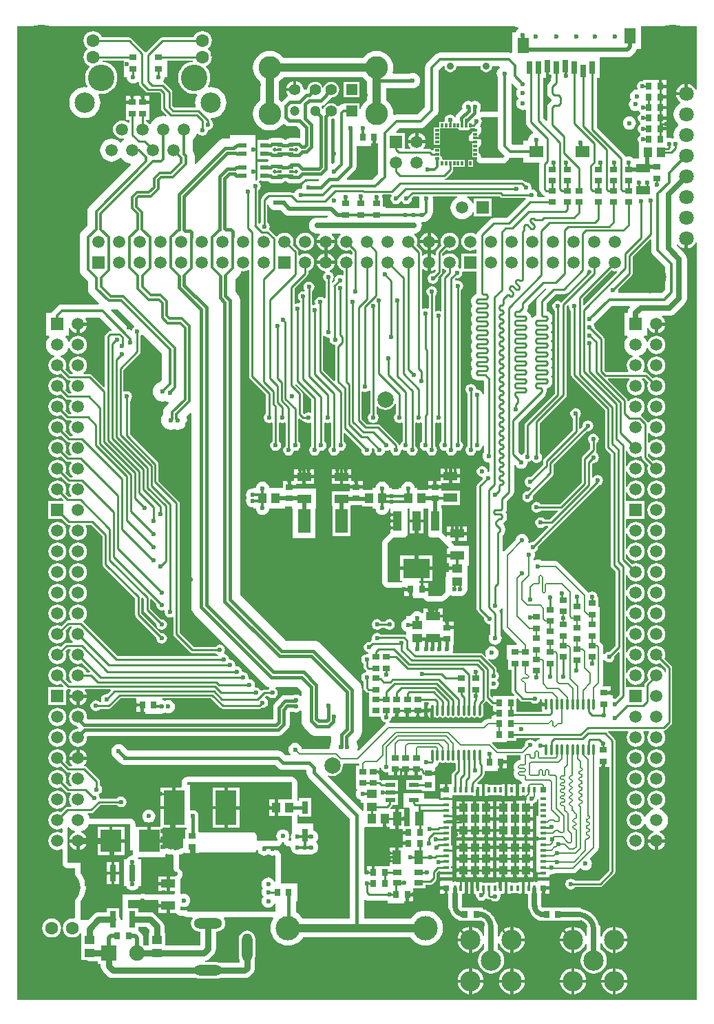
<source format=gbl>
G04 Layer_Physical_Order=4*
G04 Layer_Color=16711680*
%FSLAX44Y44*%
%MOMM*%
G71*
G01*
G75*
%ADD10C,0.2000*%
%ADD12R,0.9000X0.8000*%
%ADD13R,0.8000X0.9000*%
%ADD14R,1.3000X1.0000*%
%ADD15R,1.1000X1.7000*%
%ADD17R,1.7000X1.1000*%
%ADD22R,2.6162X2.7432*%
%ADD25R,0.8000X1.6000*%
%ADD33C,0.2500*%
%ADD34C,0.5000*%
%ADD35C,0.3000*%
%ADD36C,0.4500*%
%ADD37C,0.3500*%
%ADD38C,1.0000*%
%ADD39C,0.4000*%
%ADD40C,0.6500*%
%ADD41C,3.0000*%
%ADD42C,1.8000*%
%ADD43C,1.6000*%
%ADD44C,6.0000*%
%ADD45C,4.0000*%
%ADD46C,2.5000*%
%ADD47C,1.5000*%
%ADD48R,1.5000X1.5000*%
%ADD49R,1.5000X1.5000*%
%ADD51C,0.9000*%
%ADD52C,2.0000*%
%ADD53C,1.9000*%
%ADD54R,1.9000X1.9000*%
%ADD55O,3.5000X1.3000*%
%ADD56O,1.3000X3.5000*%
%ADD57C,1.3000*%
%ADD58C,1.4200*%
%ADD59C,2.8000*%
%ADD60R,1.4200X1.4200*%
%ADD61C,1.2000*%
%ADD62C,3.2500*%
%ADD63C,0.7000*%
%ADD64C,0.6000*%
%ADD65C,0.5000*%
%ADD85R,0.5000X0.3000*%
%ADD86R,1.0000X1.3000*%
%ADD87O,0.4000X1.3500*%
%ADD88R,1.1000X0.6000*%
%ADD89R,0.8000X2.0000*%
%ADD90R,1.0000X2.4000*%
%ADD91R,3.3000X2.4000*%
%ADD92R,2.6000X4.2000*%
%ADD93R,1.8000X1.4000*%
%ADD94R,1.4000X1.9000*%
%ADD95R,0.8000X1.5000*%
%ADD96R,1.0500X0.8000*%
%ADD97R,1.2000X0.5000*%
%ADD98R,0.7500X0.7500*%
%ADD99R,0.7500X0.4000*%
%ADD100R,0.4000X0.7500*%
%ADD101R,1.0000X1.0000*%
%ADD102R,0.3000X0.5000*%
%ADD103R,3.2000X3.2000*%
%ADD104R,0.5000X0.3000*%
%ADD105R,1.5000X3.0000*%
%ADD106R,6.2000X5.4000*%
%ADD107C,0.8000*%
%ADD108R,9.5000X10.2500*%
G36*
X618381Y1196511D02*
X618607Y1195965D01*
X618678Y1194891D01*
X617225Y1193775D01*
X615702Y1191791D01*
X615064Y1190251D01*
X610750D01*
Y1165872D01*
X609502Y1165039D01*
X608905Y1165286D01*
X606752Y1165570D01*
X522248D01*
X520095Y1165286D01*
X518088Y1164455D01*
X516364Y1163132D01*
X506116Y1152884D01*
X504794Y1151161D01*
X503962Y1149154D01*
X503679Y1147000D01*
Y1098447D01*
X494553Y1089321D01*
X468652D01*
X466499Y1089038D01*
X465935Y1088804D01*
X464730Y1089697D01*
X464799Y1090398D01*
X464403Y1094417D01*
X463231Y1098281D01*
X461327Y1101842D01*
X458765Y1104964D01*
X455799Y1107398D01*
Y1122175D01*
X484482D01*
X485520Y1121745D01*
X488000Y1121418D01*
X490480Y1121745D01*
X492791Y1122702D01*
X494776Y1124224D01*
X496298Y1126209D01*
X497256Y1128520D01*
X497582Y1131000D01*
X497256Y1133480D01*
X496298Y1135791D01*
X494776Y1137775D01*
X492791Y1139298D01*
X490480Y1140256D01*
X488000Y1140582D01*
X485520Y1140256D01*
X484482Y1139826D01*
X464644D01*
X463750Y1141030D01*
X464403Y1143181D01*
X464799Y1147200D01*
X464403Y1151219D01*
X463231Y1155083D01*
X461327Y1158644D01*
X458765Y1161766D01*
X455644Y1164328D01*
X452082Y1166231D01*
X448218Y1167403D01*
X444199Y1167799D01*
X440181Y1167403D01*
X436317Y1166231D01*
X432755Y1164328D01*
X429634Y1161766D01*
X427199Y1158799D01*
X329801D01*
X327366Y1161766D01*
X324245Y1164328D01*
X320683Y1166231D01*
X316819Y1167403D01*
X312800Y1167799D01*
X308782Y1167403D01*
X304917Y1166231D01*
X301356Y1164328D01*
X298234Y1161766D01*
X295673Y1158644D01*
X293769Y1155083D01*
X292597Y1151219D01*
X292201Y1147200D01*
X292597Y1143181D01*
X293769Y1139317D01*
X295673Y1135756D01*
X298234Y1132634D01*
X301201Y1130200D01*
Y1107398D01*
X298234Y1104964D01*
X295673Y1101842D01*
X293769Y1098281D01*
X292597Y1094417D01*
X292201Y1090398D01*
X292597Y1086379D01*
X293769Y1082515D01*
X295673Y1078954D01*
X298234Y1075832D01*
X301356Y1073270D01*
X304917Y1071367D01*
X308782Y1070195D01*
X312800Y1069799D01*
X316819Y1070195D01*
X320683Y1071367D01*
X324245Y1073270D01*
X327366Y1075832D01*
X328983Y1077802D01*
X331005Y1077902D01*
X331953Y1076953D01*
X334269Y1075406D01*
X337000Y1074863D01*
X346044D01*
X350620Y1070286D01*
Y1061378D01*
X349461Y1060426D01*
X348400Y1060637D01*
X337368D01*
X334637Y1060094D01*
X332457Y1058637D01*
X331543D01*
X329363Y1060094D01*
X326632Y1060637D01*
X315600D01*
X312869Y1060094D01*
X310689Y1058637D01*
X306000D01*
X303269Y1058094D01*
X303128Y1058000D01*
X297500D01*
Y1045000D01*
Y1035000D01*
X303128D01*
X303269Y1034906D01*
X306000Y1034363D01*
X310689D01*
X310967Y1034177D01*
X311057Y1032553D01*
X310070Y1031637D01*
X306000D01*
X303269Y1031094D01*
X303128Y1031000D01*
X297500D01*
Y1018000D01*
Y1009338D01*
X296363Y1008435D01*
X295000Y1008793D01*
Y1011500D01*
Y1028500D01*
Y1038500D01*
Y1064500D01*
X264000D01*
Y1060487D01*
X263500Y1060104D01*
X257915D01*
X254782Y1059691D01*
X251863Y1058482D01*
X249356Y1056559D01*
X221843Y1029045D01*
X220343Y1029666D01*
Y1038478D01*
X219973Y1041284D01*
X218890Y1043900D01*
X218043Y1045004D01*
Y1058622D01*
X218968Y1059332D01*
X221613Y1062779D01*
X222987Y1066096D01*
X224661Y1066291D01*
X225314Y1065314D01*
X227464Y1063877D01*
X230000Y1063373D01*
X232536Y1063877D01*
X234686Y1065314D01*
X236123Y1067464D01*
X236420Y1068957D01*
X237000Y1070370D01*
X239536Y1070875D01*
X241686Y1072312D01*
X243122Y1074462D01*
X243627Y1076998D01*
X243122Y1079534D01*
X241686Y1081684D01*
X240780Y1082289D01*
X240532Y1083534D01*
X241280Y1085115D01*
X243925Y1085375D01*
X247506Y1086461D01*
X250807Y1088226D01*
X253700Y1090600D01*
X256074Y1093493D01*
X257839Y1096794D01*
X258925Y1100375D01*
X259292Y1104100D01*
X258925Y1107825D01*
X257839Y1111406D01*
X256074Y1114707D01*
X253700Y1117600D01*
X250807Y1119974D01*
X247506Y1121739D01*
X243925Y1122825D01*
X240200Y1123192D01*
X237769Y1122952D01*
X236824Y1124367D01*
X238235Y1127005D01*
X239364Y1130728D01*
X239746Y1134600D01*
X239364Y1138472D01*
X238235Y1142195D01*
X236401Y1145626D01*
X234591Y1147831D01*
X235011Y1149628D01*
X235800Y1149955D01*
X238202Y1151798D01*
X240045Y1154200D01*
X241204Y1156998D01*
X241599Y1160000D01*
X241204Y1163002D01*
X240045Y1165800D01*
X238202Y1168202D01*
X236895Y1169205D01*
Y1171095D01*
X238202Y1172098D01*
X240045Y1174500D01*
X241204Y1177298D01*
X241599Y1180300D01*
X241204Y1183302D01*
X240045Y1186100D01*
X238202Y1188502D01*
X235800Y1190345D01*
X233002Y1191504D01*
X230000Y1191899D01*
X226998Y1191504D01*
X224200Y1190345D01*
X221798Y1188502D01*
X219955Y1186100D01*
X219136Y1184123D01*
X180527D01*
X179064Y1183832D01*
X177823Y1183004D01*
X160811Y1165991D01*
X160359Y1165990D01*
X159043Y1166345D01*
X158454Y1167227D01*
X142676Y1183004D01*
X141436Y1183832D01*
X139973Y1184123D01*
X106364D01*
X105545Y1186100D01*
X103702Y1188502D01*
X101300Y1190345D01*
X98502Y1191504D01*
X95500Y1191899D01*
X92498Y1191504D01*
X89700Y1190345D01*
X87298Y1188502D01*
X85455Y1186100D01*
X84296Y1183302D01*
X83901Y1180300D01*
X84296Y1177298D01*
X85455Y1174500D01*
X87298Y1172098D01*
X88605Y1171095D01*
Y1169205D01*
X87298Y1168202D01*
X85455Y1165800D01*
X84296Y1163002D01*
X83901Y1160000D01*
X84296Y1156998D01*
X85455Y1154200D01*
X87298Y1151798D01*
X89700Y1149955D01*
X90489Y1149628D01*
X90909Y1147831D01*
X89099Y1145626D01*
X87265Y1142195D01*
X86136Y1138472D01*
X85754Y1134600D01*
X86136Y1130728D01*
X87265Y1127005D01*
X88675Y1124367D01*
X87731Y1122952D01*
X85300Y1123192D01*
X81575Y1122825D01*
X77994Y1121739D01*
X74693Y1119974D01*
X71800Y1117600D01*
X69426Y1114707D01*
X67661Y1111406D01*
X66575Y1107825D01*
X66208Y1104100D01*
X66575Y1100375D01*
X67661Y1096794D01*
X69426Y1093493D01*
X71800Y1090600D01*
X74693Y1088226D01*
X77994Y1086461D01*
X81575Y1085375D01*
X85300Y1085008D01*
X89025Y1085375D01*
X92606Y1086461D01*
X95907Y1088226D01*
X98800Y1090600D01*
X101174Y1093493D01*
X102939Y1096794D01*
X104025Y1100375D01*
X104392Y1104100D01*
X104025Y1107825D01*
X102939Y1111406D01*
X101752Y1113626D01*
X102697Y1115040D01*
X105600Y1114754D01*
X109472Y1115136D01*
X113195Y1116265D01*
X116626Y1118099D01*
X119633Y1120567D01*
X122101Y1123574D01*
X123935Y1127005D01*
X125064Y1130728D01*
X125445Y1134600D01*
X125064Y1138472D01*
X123935Y1142195D01*
X122101Y1145626D01*
X119633Y1148633D01*
X116626Y1151101D01*
X113195Y1152935D01*
X109472Y1154064D01*
X107332Y1154275D01*
X107406Y1155775D01*
X133750D01*
Y1135098D01*
X136747D01*
X136956Y1133512D01*
X137762Y1131565D01*
X139044Y1129894D01*
X140716Y1128612D01*
X142662Y1127806D01*
X144750Y1127531D01*
X146838Y1127806D01*
X148785Y1128612D01*
X150427Y1129872D01*
X150566Y1129853D01*
X151926Y1129347D01*
Y1127600D01*
X152218Y1126137D01*
X153046Y1124896D01*
X160397Y1117546D01*
X161637Y1116717D01*
X163100Y1116426D01*
X177167D01*
X179177Y1114416D01*
Y1097000D01*
X179468Y1095537D01*
X180296Y1094296D01*
X185874Y1088719D01*
X185173Y1087298D01*
X181800Y1087742D01*
X177493Y1087175D01*
X173479Y1085513D01*
X170032Y1082868D01*
X167387Y1079421D01*
X166821Y1078053D01*
X165103Y1077827D01*
X164245Y1078945D01*
X161947Y1080708D01*
X160224Y1081423D01*
Y1083102D01*
X164750D01*
Y1097102D01*
Y1102602D01*
X156750D01*
Y1104602D01*
X154750D01*
Y1112102D01*
X145750D01*
Y1104602D01*
X143750D01*
Y1102602D01*
X135750D01*
Y1097102D01*
Y1083102D01*
X139927D01*
Y1079844D01*
X138427Y1079267D01*
X136547Y1080708D01*
X133872Y1081817D01*
X131000Y1082195D01*
X128128Y1081817D01*
X125453Y1080708D01*
X123155Y1078945D01*
X121392Y1076647D01*
X120283Y1073972D01*
X119905Y1071100D01*
X120283Y1068228D01*
X121392Y1065553D01*
X123155Y1063255D01*
X125453Y1061491D01*
X128128Y1060383D01*
X131000Y1060005D01*
X133142Y1060287D01*
X133736Y1058852D01*
X131932Y1057468D01*
X130174Y1055177D01*
X128674D01*
X128285Y1055685D01*
X125360Y1057929D01*
X121955Y1059340D01*
X118300Y1059821D01*
X114645Y1059340D01*
X111240Y1057929D01*
X108315Y1055685D01*
X106071Y1052760D01*
X104660Y1049355D01*
X104179Y1045700D01*
X104660Y1042045D01*
X106071Y1038640D01*
X108315Y1035715D01*
X111240Y1033471D01*
X114645Y1032060D01*
X118300Y1031579D01*
X121955Y1032060D01*
X125360Y1033471D01*
X128285Y1035715D01*
X128674Y1036223D01*
X130174D01*
X131932Y1033932D01*
X135379Y1031287D01*
X139393Y1029625D01*
X141352Y1029367D01*
X141834Y1027946D01*
X91733Y977845D01*
X90010Y975600D01*
X88927Y972984D01*
X88557Y970178D01*
Y952567D01*
X82195Y946205D01*
X80512Y944011D01*
X79454Y941457D01*
X79093Y938716D01*
Y899516D01*
X79454Y896775D01*
X80512Y894221D01*
X82195Y892027D01*
X89057Y885165D01*
Y875822D01*
X89427Y873016D01*
X90510Y870400D01*
X92233Y868155D01*
X102933Y857455D01*
X102359Y856069D01*
X57000D01*
X54912Y855794D01*
X52965Y854988D01*
X51294Y853706D01*
X45994Y848405D01*
X44711Y846734D01*
X44366Y845901D01*
X37699D01*
Y817901D01*
X41234D01*
X41555Y816957D01*
X41649Y816401D01*
X39470Y813562D01*
X38060Y810156D01*
X37578Y806501D01*
X38060Y802847D01*
X39470Y799441D01*
X41714Y796516D01*
X44639Y794272D01*
X47736Y792990D01*
X47908Y792008D01*
X47810Y791397D01*
X46152Y790710D01*
X43854Y788947D01*
X42091Y786649D01*
X40982Y783973D01*
X40604Y781101D01*
X40982Y778230D01*
X42091Y775554D01*
X43854Y773256D01*
X46152Y771493D01*
X48828Y770385D01*
X51699Y770006D01*
X54571Y770385D01*
X56295Y771099D01*
X63146Y764248D01*
X64386Y763419D01*
X65849Y763128D01*
X67237D01*
X67900Y761783D01*
X67491Y761249D01*
X66382Y758573D01*
X66004Y755701D01*
X66382Y752830D01*
X67491Y750154D01*
X68895Y748323D01*
X68271Y746823D01*
X65984D01*
X61702Y751106D01*
X62416Y752830D01*
X62794Y755701D01*
X62416Y758573D01*
X61308Y761249D01*
X59545Y763547D01*
X57247Y765310D01*
X54571Y766418D01*
X51699Y766796D01*
X48828Y766418D01*
X46152Y765310D01*
X43854Y763547D01*
X42091Y761249D01*
X40982Y758573D01*
X40604Y755701D01*
X40982Y752830D01*
X42091Y750154D01*
X43854Y747856D01*
X46152Y746093D01*
X48828Y744985D01*
X51699Y744606D01*
X54571Y744985D01*
X56295Y745699D01*
X61697Y740296D01*
X62937Y739468D01*
X64401Y739177D01*
X68266D01*
X68893Y737677D01*
X67491Y735849D01*
X66382Y733173D01*
X66004Y730301D01*
X66382Y727430D01*
X67491Y724754D01*
X68895Y722923D01*
X68271Y721423D01*
X65984D01*
X61702Y725706D01*
X62416Y727430D01*
X62794Y730301D01*
X62416Y733173D01*
X61308Y735849D01*
X59545Y738147D01*
X57247Y739910D01*
X54571Y741018D01*
X51699Y741396D01*
X48828Y741018D01*
X46152Y739910D01*
X43854Y738147D01*
X42091Y735849D01*
X40982Y733173D01*
X40604Y730301D01*
X40982Y727430D01*
X42091Y724754D01*
X43854Y722456D01*
X46152Y720693D01*
X48828Y719585D01*
X51699Y719206D01*
X54571Y719585D01*
X56295Y720299D01*
X61697Y714896D01*
X62937Y714068D01*
X64401Y713777D01*
X68266D01*
X68893Y712277D01*
X67491Y710449D01*
X66382Y707773D01*
X66004Y704901D01*
X66382Y702030D01*
X67491Y699354D01*
X69254Y697056D01*
X70533Y696075D01*
X70024Y694575D01*
X67433D01*
X61702Y700306D01*
X62416Y702030D01*
X62794Y704901D01*
X62416Y707773D01*
X61308Y710449D01*
X59545Y712747D01*
X57247Y714510D01*
X54571Y715618D01*
X51699Y715996D01*
X48828Y715618D01*
X46152Y714510D01*
X43854Y712747D01*
X42091Y710449D01*
X40982Y707773D01*
X40604Y704901D01*
X40982Y702030D01*
X42091Y699354D01*
X43854Y697056D01*
X46152Y695293D01*
X48828Y694185D01*
X51699Y693807D01*
X54571Y694185D01*
X56295Y694899D01*
X63146Y688048D01*
X64386Y687219D01*
X65849Y686928D01*
X67237D01*
X67900Y685583D01*
X67491Y685049D01*
X66382Y682373D01*
X66004Y679501D01*
X66382Y676630D01*
X67491Y673954D01*
X68895Y672123D01*
X68271Y670623D01*
X65984D01*
X61702Y674906D01*
X62416Y676630D01*
X62794Y679501D01*
X62416Y682373D01*
X61308Y685049D01*
X59545Y687347D01*
X57247Y689110D01*
X54571Y690218D01*
X51699Y690596D01*
X48828Y690218D01*
X46152Y689110D01*
X43854Y687347D01*
X42091Y685049D01*
X40982Y682373D01*
X40604Y679501D01*
X40982Y676630D01*
X42091Y673954D01*
X43854Y671656D01*
X46152Y669893D01*
X48828Y668785D01*
X51699Y668407D01*
X54571Y668785D01*
X56295Y669499D01*
X61697Y664096D01*
X62937Y663268D01*
X64401Y662977D01*
X68266D01*
X68893Y661477D01*
X67491Y659649D01*
X66382Y656973D01*
X66004Y654101D01*
X66382Y651230D01*
X67491Y648554D01*
X69254Y646256D01*
X70533Y645275D01*
X70024Y643775D01*
X67433D01*
X61702Y649506D01*
X62416Y651230D01*
X62794Y654101D01*
X62416Y656973D01*
X61308Y659649D01*
X59545Y661947D01*
X57247Y663710D01*
X54571Y664818D01*
X51699Y665196D01*
X48828Y664818D01*
X46152Y663710D01*
X43854Y661947D01*
X42091Y659649D01*
X40982Y656973D01*
X40604Y654101D01*
X40982Y651230D01*
X42091Y648554D01*
X43854Y646256D01*
X46152Y644493D01*
X48828Y643385D01*
X51699Y643007D01*
X54571Y643385D01*
X56295Y644099D01*
X63146Y637248D01*
X64386Y636419D01*
X65849Y636128D01*
X67237D01*
X67900Y634783D01*
X67491Y634249D01*
X66382Y631573D01*
X66004Y628701D01*
X66382Y625830D01*
X67491Y623154D01*
X68895Y621323D01*
X68271Y619823D01*
X65984D01*
X61702Y624106D01*
X62416Y625830D01*
X62794Y628701D01*
X62416Y631573D01*
X61308Y634249D01*
X59545Y636547D01*
X57247Y638310D01*
X54571Y639418D01*
X51699Y639796D01*
X48828Y639418D01*
X46152Y638310D01*
X43854Y636547D01*
X42091Y634249D01*
X40982Y631573D01*
X40604Y628701D01*
X40982Y625830D01*
X42091Y623154D01*
X43854Y620856D01*
X46152Y619093D01*
X48828Y617985D01*
X51699Y617607D01*
X54571Y617985D01*
X56295Y618699D01*
X59306Y615687D01*
X58732Y614301D01*
X40699D01*
Y592301D01*
X57292D01*
X63146Y586448D01*
X64386Y585619D01*
X65849Y585328D01*
X67237D01*
X67900Y583983D01*
X67491Y583449D01*
X66382Y580773D01*
X66004Y577901D01*
X66382Y575030D01*
X67491Y572354D01*
X69254Y570056D01*
X71552Y568293D01*
X74228Y567185D01*
X77099Y566806D01*
X79971Y567185D01*
X82647Y568293D01*
X84945Y570056D01*
X86708Y572354D01*
X87816Y575030D01*
X88194Y577901D01*
X87816Y580773D01*
X86708Y583449D01*
X86298Y583983D01*
X86961Y585328D01*
X93265D01*
X107177Y571416D01*
Y537000D01*
X107468Y535537D01*
X108296Y534296D01*
X147177Y495416D01*
Y475000D01*
X147468Y473537D01*
X148296Y472296D01*
X173575Y447018D01*
X173373Y446000D01*
X173877Y443464D01*
X175314Y441314D01*
X177464Y439877D01*
X180000Y439373D01*
X182536Y439877D01*
X184686Y441314D01*
X186123Y443464D01*
X186627Y446000D01*
X186123Y448536D01*
X184686Y450686D01*
X182536Y452123D01*
X180000Y452627D01*
X178982Y452425D01*
X154823Y476584D01*
Y495648D01*
X156323Y496269D01*
X158176Y494416D01*
Y481000D01*
X158468Y479537D01*
X159296Y478296D01*
X173575Y464018D01*
X173373Y463000D01*
X173877Y460464D01*
X175314Y458314D01*
X177464Y456877D01*
X180000Y456373D01*
X182536Y456877D01*
X184686Y458314D01*
X186123Y460464D01*
X186627Y463000D01*
X186123Y465536D01*
X184686Y467686D01*
X182536Y469123D01*
X180000Y469627D01*
X178982Y469425D01*
X165823Y482584D01*
Y493810D01*
X167209Y494384D01*
X173575Y488018D01*
X173373Y487000D01*
X173877Y484464D01*
X175314Y482314D01*
X177464Y480877D01*
X180000Y480373D01*
X182423Y480855D01*
X182945Y480541D01*
X183747Y479882D01*
X183373Y478000D01*
X183877Y475464D01*
X185314Y473314D01*
X187464Y471877D01*
X190000Y471373D01*
X192536Y471877D01*
X192854Y472089D01*
X194177Y471382D01*
Y451000D01*
X194468Y449537D01*
X195296Y448296D01*
X214546Y429046D01*
X215787Y428218D01*
X217250Y427927D01*
X245987D01*
X246564Y427064D01*
X248714Y425627D01*
X249401Y423961D01*
X249340Y423823D01*
X125494D01*
X83704Y465614D01*
X83835Y467604D01*
X84945Y468456D01*
X86708Y470754D01*
X87816Y473430D01*
X88194Y476301D01*
X87816Y479173D01*
X86708Y481849D01*
X84945Y484147D01*
X82647Y485910D01*
X79971Y487018D01*
X77099Y487396D01*
X74228Y487018D01*
X71552Y485910D01*
X69254Y484147D01*
X67491Y481849D01*
X66382Y479173D01*
X66004Y476301D01*
X66382Y473430D01*
X67491Y470754D01*
X68589Y469323D01*
X67849Y467823D01*
X64798D01*
X63335Y467532D01*
X62094Y466704D01*
X56295Y460904D01*
X54571Y461618D01*
X51699Y461996D01*
X48828Y461618D01*
X46152Y460510D01*
X43854Y458747D01*
X42091Y456449D01*
X40982Y453773D01*
X40604Y450901D01*
X40982Y448030D01*
X42091Y445354D01*
X43854Y443056D01*
X46152Y441293D01*
X48828Y440185D01*
X51699Y439807D01*
X54571Y440185D01*
X57247Y441293D01*
X59545Y443056D01*
X61308Y445354D01*
X62416Y448030D01*
X62794Y450901D01*
X62416Y453773D01*
X61702Y455497D01*
X66382Y460177D01*
X68784D01*
X69116Y459198D01*
X69200Y458677D01*
X67491Y456449D01*
X66382Y453773D01*
X66004Y450901D01*
X66382Y448030D01*
X67491Y445354D01*
X69254Y443056D01*
X70533Y442075D01*
X70024Y440575D01*
X62949D01*
X61486Y440284D01*
X60246Y439455D01*
X56295Y435504D01*
X54571Y436218D01*
X51699Y436596D01*
X48828Y436218D01*
X46152Y435110D01*
X43854Y433347D01*
X42091Y431049D01*
X40982Y428373D01*
X40604Y425501D01*
X40982Y422630D01*
X42091Y419954D01*
X43854Y417656D01*
X46152Y415893D01*
X48828Y414785D01*
X51699Y414407D01*
X54571Y414785D01*
X57247Y415893D01*
X59545Y417656D01*
X61308Y419954D01*
X62416Y422630D01*
X62794Y425501D01*
X62416Y428373D01*
X61702Y430097D01*
X64533Y432928D01*
X67237D01*
X67900Y431583D01*
X67491Y431049D01*
X66382Y428373D01*
X66004Y425501D01*
X66382Y422630D01*
X67491Y419954D01*
X69254Y417656D01*
X71552Y415893D01*
X74228Y414785D01*
X77099Y414407D01*
X79971Y414785D01*
X81695Y415499D01*
X91769Y405425D01*
X91147Y403925D01*
X87422D01*
X86708Y405649D01*
X84945Y407947D01*
X82647Y409710D01*
X79971Y410818D01*
X77099Y411196D01*
X74228Y410818D01*
X71552Y409710D01*
X69254Y407947D01*
X67491Y405649D01*
X66382Y402973D01*
X66004Y400101D01*
X66382Y397230D01*
X67491Y394554D01*
X69202Y392323D01*
X69119Y391799D01*
X68788Y390823D01*
X66384D01*
X61702Y395506D01*
X62416Y397230D01*
X62794Y400101D01*
X62416Y402973D01*
X61308Y405649D01*
X59545Y407947D01*
X57247Y409710D01*
X54571Y410818D01*
X51699Y411196D01*
X48828Y410818D01*
X46152Y409710D01*
X43854Y407947D01*
X42091Y405649D01*
X40982Y402973D01*
X40604Y400101D01*
X40982Y397230D01*
X42091Y394554D01*
X43854Y392256D01*
X46152Y390493D01*
X48828Y389385D01*
X51699Y389007D01*
X54571Y389385D01*
X56295Y390099D01*
X59306Y387087D01*
X58732Y385701D01*
X40699D01*
Y363701D01*
X62699D01*
Y382227D01*
X64199Y383296D01*
X64801Y383177D01*
X67847D01*
X68586Y381677D01*
X67491Y380249D01*
X66382Y377573D01*
X66268Y376701D01*
X77099D01*
X87931D01*
X87816Y377573D01*
X86708Y380249D01*
X85612Y381677D01*
X86352Y383177D01*
X116810D01*
X117384Y381791D01*
X113018Y377425D01*
X112000Y377627D01*
X109464Y377123D01*
X107314Y375686D01*
X105877Y373536D01*
X105373Y371000D01*
X105848Y368611D01*
X105368Y367734D01*
X105001Y367207D01*
X104025Y367180D01*
X103686Y367686D01*
X101536Y369123D01*
X99000Y369627D01*
X96464Y369123D01*
X94314Y367686D01*
X92877Y365536D01*
X92373Y363000D01*
X92877Y360464D01*
X94314Y358314D01*
X96464Y356877D01*
X99000Y356373D01*
X101536Y356877D01*
X103686Y358314D01*
X104263Y359177D01*
X115000D01*
X116463Y359468D01*
X117704Y360296D01*
X129584Y372177D01*
X147075D01*
X148502Y372000D01*
Y366000D01*
X156002D01*
Y364000D01*
X158002D01*
Y356000D01*
X159502D01*
Y353000D01*
X180502D01*
Y353745D01*
X182154Y353962D01*
X184161Y354794D01*
X184277Y354883D01*
X185912Y354206D01*
X188000Y353931D01*
X190088Y354206D01*
X192034Y355012D01*
X193706Y356294D01*
X194988Y357966D01*
X195794Y359912D01*
X196069Y362000D01*
X195794Y364088D01*
X194988Y366035D01*
X193706Y367706D01*
X192034Y368988D01*
X190088Y369794D01*
X188000Y370069D01*
X185912Y369794D01*
X184277Y369117D01*
X184161Y369206D01*
X182154Y370038D01*
X180502Y370255D01*
Y372177D01*
X240416D01*
X252296Y360296D01*
X253537Y359468D01*
X255000Y359177D01*
X300000D01*
X301463Y359468D01*
X302704Y360296D01*
X302982Y360575D01*
X304000Y360373D01*
X306536Y360877D01*
X308686Y362314D01*
X310123Y364464D01*
X310627Y367000D01*
X310123Y369536D01*
X308686Y371686D01*
X307359Y372573D01*
X307128Y374104D01*
X308068Y375177D01*
X310737D01*
X311314Y374314D01*
X313464Y372877D01*
X316000Y372373D01*
X318536Y372877D01*
X320686Y374314D01*
X322123Y376464D01*
X322627Y379000D01*
X322123Y381536D01*
X320686Y383686D01*
X320001Y384144D01*
X320456Y385644D01*
X346632D01*
X346779Y385498D01*
X348311Y384322D01*
X351646Y380987D01*
Y375353D01*
X350146Y374897D01*
X350047Y375047D01*
X347731Y376594D01*
X345000Y377137D01*
X342269Y376594D01*
X341585Y376137D01*
X332000D01*
X329269Y375594D01*
X326953Y374047D01*
X318953Y366047D01*
X317406Y363731D01*
X316863Y361000D01*
Y346537D01*
X88968D01*
X87979Y347665D01*
X88194Y349301D01*
X87816Y352173D01*
X86708Y354849D01*
X84945Y357147D01*
X82647Y358910D01*
X79971Y360018D01*
X77099Y360396D01*
X74228Y360018D01*
X71552Y358910D01*
X69254Y357147D01*
X67491Y354849D01*
X66382Y352173D01*
X66004Y349301D01*
X66382Y346430D01*
X67491Y343754D01*
X69254Y341456D01*
X71552Y339693D01*
X74228Y338585D01*
X75488Y338419D01*
X77737Y336170D01*
X76825Y334960D01*
X74228Y334618D01*
X71552Y333510D01*
X69254Y331747D01*
X67491Y329449D01*
X66382Y326773D01*
X66004Y323901D01*
X66382Y321030D01*
X67491Y318354D01*
X69254Y316056D01*
X71552Y314293D01*
X74228Y313185D01*
X77099Y312806D01*
X79971Y313185D01*
X82647Y314293D01*
X84945Y316056D01*
X86708Y318354D01*
X87816Y321030D01*
X88194Y323901D01*
X88065Y324883D01*
X89297Y326263D01*
X323400D01*
X326131Y326806D01*
X328447Y328353D01*
X335047Y334953D01*
X336594Y337269D01*
X337137Y340000D01*
Y355559D01*
X337441Y355863D01*
X341585D01*
X342269Y355406D01*
X345000Y354863D01*
X347731Y355406D01*
X350047Y356953D01*
X350146Y357103D01*
X351646Y356647D01*
Y344411D01*
X352059Y341278D01*
X353268Y338359D01*
X355191Y335853D01*
X361603Y329441D01*
X364109Y327518D01*
X367029Y326309D01*
X370161Y325896D01*
X385000D01*
X386894Y326146D01*
X388394Y324860D01*
Y317952D01*
X387335Y315394D01*
X386888Y312000D01*
X386987Y311245D01*
X385998Y310117D01*
X351974D01*
X351794Y311488D01*
X350988Y313434D01*
X349706Y315105D01*
X348034Y316388D01*
X346088Y317194D01*
X344000Y317468D01*
X341912Y317194D01*
X339965Y316388D01*
X338294Y315105D01*
X337012Y313434D01*
X336206Y311488D01*
X335931Y309400D01*
X336206Y307311D01*
X337012Y305365D01*
X338294Y303694D01*
X338774Y303326D01*
X338265Y301826D01*
X332656D01*
X329241Y305241D01*
X327413Y306643D01*
X325284Y307525D01*
X323000Y307826D01*
X138656D01*
X133241Y313241D01*
X131413Y314643D01*
X129284Y315525D01*
X127000Y315826D01*
X124716Y315525D01*
X122587Y314643D01*
X120759Y313241D01*
X119357Y311413D01*
X118475Y309284D01*
X118174Y307000D01*
X118475Y304716D01*
X119357Y302587D01*
X120759Y300759D01*
X128759Y292759D01*
X130587Y291357D01*
X132716Y290475D01*
X135000Y290175D01*
X319344D01*
X322759Y286759D01*
X324587Y285357D01*
X326716Y284475D01*
X329000Y284174D01*
X357344D01*
X358175Y283344D01*
Y281000D01*
X358475Y278716D01*
X359357Y276587D01*
X360759Y274759D01*
X410973Y224546D01*
Y101599D01*
X353477D01*
X353261Y102003D01*
X350575Y105276D01*
X347301Y107963D01*
X344827Y109285D01*
Y123000D01*
X346502D01*
Y145000D01*
X327789D01*
X326500Y145808D01*
Y146452D01*
X326508Y146500D01*
X326627Y147101D01*
X326627Y178646D01*
X326500Y179286D01*
Y179939D01*
X326250Y180542D01*
X326123Y181182D01*
X325760Y181725D01*
X325510Y182328D01*
X325049Y182790D01*
X324686Y183332D01*
X324143Y183695D01*
X323682Y184157D01*
X322435Y184990D01*
X321832Y185240D01*
X321289Y185602D01*
X320649Y185730D01*
X320046Y185979D01*
X319393D01*
X318753Y186107D01*
X318113Y185979D01*
X317460D01*
X316857Y185730D01*
X316812Y185721D01*
X316000Y185614D01*
X315642Y185661D01*
X315308Y185799D01*
X315034Y186009D01*
X314642Y186202D01*
X314314Y186491D01*
X313493Y186769D01*
X312715Y187153D01*
X312279Y187181D01*
X311865Y187322D01*
X311000Y187265D01*
X310135Y187322D01*
X309721Y187181D01*
X309285Y187153D01*
X308507Y186769D01*
X307686Y186491D01*
X307358Y186202D01*
X306966Y186009D01*
X306692Y185799D01*
X306358Y185661D01*
X306000Y185614D01*
X305642Y185661D01*
X305308Y185799D01*
X305021Y186019D01*
X304801Y186306D01*
X304663Y186640D01*
X304628Y186901D01*
X304403Y187565D01*
X304301Y188259D01*
X303991Y188778D01*
X303959Y188873D01*
X304599Y190096D01*
X304895Y190373D01*
X321629D01*
X322689Y190583D01*
X323760Y190724D01*
X323950Y190834D01*
X324166Y190877D01*
X325064Y191477D01*
X325999Y192017D01*
X326133Y192192D01*
X326316Y192314D01*
X326916Y193212D01*
X327573Y194069D01*
X328197Y195333D01*
X329000Y195460D01*
X329803Y195333D01*
X330427Y194069D01*
X331084Y193212D01*
X331684Y192314D01*
X331867Y192192D01*
X332001Y192017D01*
X332936Y191477D01*
X333834Y190877D01*
X334050Y190834D01*
X334240Y190724D01*
X335311Y190583D01*
X336371Y190373D01*
X337347D01*
X338679Y189000D01*
X338962Y186846D01*
X339794Y184839D01*
X341116Y183116D01*
X342839Y181794D01*
X344846Y180962D01*
X347000Y180679D01*
X364000D01*
X366154Y180962D01*
X368161Y181794D01*
X369884Y183116D01*
X371206Y184839D01*
X372038Y186846D01*
X372321Y189000D01*
X372038Y191154D01*
X371206Y193161D01*
X370202Y194469D01*
X369884Y196116D01*
X371206Y197839D01*
X372038Y199846D01*
X372321Y202000D01*
X372038Y204154D01*
X371206Y206161D01*
X369884Y207884D01*
X368161Y209206D01*
X366500Y209894D01*
Y218500D01*
X346627D01*
Y228000D01*
X346548Y228399D01*
X347776Y229553D01*
X348500Y229294D01*
Y226500D01*
X363500D01*
Y249500D01*
X348500D01*
Y246706D01*
X347776Y246447D01*
X346548Y247601D01*
X346627Y248000D01*
Y269000D01*
X346123Y271536D01*
X344686Y273686D01*
X342536Y275123D01*
X340000Y275627D01*
X211000D01*
X208464Y275123D01*
X206314Y273686D01*
X204877Y271536D01*
X204373Y269000D01*
Y265500D01*
X204671Y264000D01*
X203520Y262500D01*
X197000D01*
Y238000D01*
Y213500D01*
X210863D01*
Y210998D01*
X209000D01*
Y199998D01*
X206000D01*
Y188929D01*
X205785Y188915D01*
X205075Y188565D01*
X204320Y188328D01*
X203926Y187998D01*
X203466Y187771D01*
X202449Y186991D01*
X201750Y186701D01*
X200135Y186489D01*
X199314Y186210D01*
X198464Y186041D01*
X198266Y185909D01*
X198036Y185846D01*
X197877Y185722D01*
X197686Y185658D01*
X197245Y185270D01*
X196934Y185498D01*
X196724Y185596D01*
X196556Y185755D01*
X195558Y186138D01*
X194590Y186589D01*
X194358Y186599D01*
X194142Y186682D01*
X194033Y186701D01*
X193038Y186675D01*
X192045Y186740D01*
X191000Y186603D01*
X190250Y186701D01*
X189341Y187078D01*
X189314Y187102D01*
X189147Y187158D01*
X188745Y187325D01*
X188532Y187367D01*
X188493Y187380D01*
X187716Y187764D01*
X187279Y187792D01*
X186865Y187933D01*
X186000Y187876D01*
X185135Y187933D01*
X184721Y187792D01*
X184285Y187764D01*
X183507Y187380D01*
X183468Y187367D01*
X183255Y187325D01*
X182853Y187158D01*
X182687Y187102D01*
X182660Y187078D01*
X182576Y187043D01*
X181076Y188046D01*
Y195000D01*
X164495D01*
Y197000D01*
X162495D01*
Y214216D01*
X147914D01*
X147627Y215597D01*
Y218000D01*
X147123Y220536D01*
X145686Y222686D01*
X143536Y224123D01*
X141000Y224627D01*
X90914D01*
X90739Y225956D01*
X89328Y229362D01*
X88968Y229831D01*
X89631Y231177D01*
X93000D01*
X94463Y231468D01*
X95704Y232296D01*
X104584Y241177D01*
X124737D01*
X125314Y240314D01*
X127464Y238877D01*
X130000Y238373D01*
X132536Y238877D01*
X134686Y240314D01*
X136123Y242464D01*
X136627Y245000D01*
X136123Y247536D01*
X134686Y249686D01*
X132536Y251123D01*
X130000Y251627D01*
X127464Y251123D01*
X125314Y249686D01*
X124737Y248823D01*
X104575D01*
X103624Y249983D01*
X103627Y250000D01*
X103123Y252536D01*
X102418Y253591D01*
X102536Y253877D01*
X104686Y255313D01*
X106123Y257463D01*
X106627Y260000D01*
X106123Y262536D01*
X104686Y264686D01*
X103823Y265262D01*
Y269799D01*
X103532Y271263D01*
X102703Y272503D01*
X87503Y287704D01*
X86263Y288532D01*
X84975Y288789D01*
X84712Y289280D01*
X84511Y290323D01*
X84945Y290656D01*
X86708Y292954D01*
X87816Y295630D01*
X87931Y296501D01*
X77099D01*
X66268D01*
X66382Y295630D01*
X67491Y292954D01*
X69254Y290656D01*
X69688Y290323D01*
X69178Y288823D01*
X66784D01*
X61702Y293906D01*
X62416Y295630D01*
X62794Y298501D01*
X62416Y301373D01*
X61308Y304049D01*
X59545Y306347D01*
X57247Y308110D01*
X54571Y309218D01*
X51699Y309596D01*
X48828Y309218D01*
X46152Y308110D01*
X43854Y306347D01*
X42091Y304049D01*
X40982Y301373D01*
X40604Y298501D01*
X40982Y295630D01*
X42091Y292954D01*
X43854Y290656D01*
X46152Y288893D01*
X48828Y287785D01*
X51699Y287407D01*
X54571Y287785D01*
X56295Y288499D01*
X62497Y282296D01*
X63738Y281468D01*
X65201Y281177D01*
X67540D01*
X68279Y279677D01*
X67491Y278649D01*
X66382Y275973D01*
X66004Y273101D01*
X66382Y270230D01*
X67491Y267554D01*
X69202Y265323D01*
X69119Y264799D01*
X68788Y263823D01*
X66384D01*
X61702Y268506D01*
X62416Y270230D01*
X62794Y273101D01*
X62416Y275973D01*
X61308Y278649D01*
X59545Y280947D01*
X57247Y282710D01*
X54571Y283818D01*
X51699Y284196D01*
X48828Y283818D01*
X46152Y282710D01*
X43854Y280947D01*
X42091Y278649D01*
X40982Y275973D01*
X40604Y273101D01*
X40982Y270230D01*
X42091Y267554D01*
X43854Y265256D01*
X46152Y263493D01*
X48828Y262385D01*
X51699Y262006D01*
X54571Y262385D01*
X56295Y263099D01*
X62097Y257296D01*
X63337Y256468D01*
X64801Y256177D01*
X67847D01*
X68586Y254677D01*
X67491Y253249D01*
X66382Y250573D01*
X66004Y247701D01*
X66382Y244830D01*
X67491Y242154D01*
X68895Y240323D01*
X68271Y238823D01*
X64398D01*
X62935Y238532D01*
X61694Y237704D01*
X56295Y232304D01*
X54571Y233018D01*
X51699Y233396D01*
X48828Y233018D01*
X46152Y231910D01*
X43854Y230147D01*
X42091Y227849D01*
X40982Y225173D01*
X40604Y222301D01*
X40982Y219430D01*
X42091Y216754D01*
X43854Y214456D01*
X46152Y212693D01*
X48828Y211585D01*
X51699Y211206D01*
X54571Y211585D01*
X56272Y212289D01*
X57772Y211287D01*
Y207916D01*
X56272Y206914D01*
X54571Y207618D01*
X51699Y207996D01*
X48828Y207618D01*
X46152Y206510D01*
X43854Y204747D01*
X42091Y202449D01*
X40982Y199773D01*
X40604Y196901D01*
X40982Y194030D01*
X42091Y191354D01*
X43854Y189056D01*
X46152Y187293D01*
X48828Y186185D01*
X51699Y185807D01*
X54571Y186185D01*
X56272Y186889D01*
X57772Y185887D01*
Y170000D01*
X58276Y167464D01*
X59713Y165314D01*
X61863Y163877D01*
X64399Y163373D01*
X73373D01*
Y157402D01*
X73563Y156447D01*
X73658Y155478D01*
X73813Y155188D01*
X73877Y154866D01*
X74418Y154056D01*
X74877Y153198D01*
X76603Y151094D01*
X78449Y147642D01*
X79585Y143896D01*
X79969Y140000D01*
X79585Y136104D01*
X78449Y132358D01*
X76603Y128906D01*
X74877Y126802D01*
X74418Y125944D01*
X73877Y125134D01*
X73813Y124812D01*
X73658Y124522D01*
X73563Y123553D01*
X73373Y122598D01*
Y102590D01*
X71873Y101353D01*
X70000Y101599D01*
X66998Y101204D01*
X64200Y100045D01*
X61798Y98202D01*
X59955Y95800D01*
X58796Y93002D01*
X58401Y90000D01*
X58796Y86998D01*
X59955Y84200D01*
X61798Y81798D01*
X64200Y79955D01*
X66998Y78796D01*
X70000Y78401D01*
X73002Y78796D01*
X75800Y79955D01*
X78202Y81798D01*
X79500Y83490D01*
X81000Y82981D01*
Y66500D01*
Y50500D01*
X86696D01*
X88520Y49745D01*
X91000Y49418D01*
X101500D01*
Y46000D01*
X104918D01*
Y43500D01*
X105245Y41020D01*
X106202Y38709D01*
X107725Y36725D01*
X113224Y31225D01*
X115209Y29702D01*
X117520Y28745D01*
X120000Y28419D01*
X223002D01*
X223389Y28258D01*
X226000Y27914D01*
X248000D01*
X250611Y28258D01*
X250998Y28419D01*
X282001D01*
X284480Y28745D01*
X286791Y29702D01*
X288776Y31225D01*
X291775Y34225D01*
X293298Y36209D01*
X294255Y38520D01*
X294582Y41000D01*
Y52002D01*
X294743Y52390D01*
X295086Y55001D01*
Y77000D01*
X294743Y79611D01*
X293735Y82044D01*
X292132Y84132D01*
X290043Y85735D01*
X287610Y86743D01*
X285000Y87087D01*
X282390Y86743D01*
X279957Y85735D01*
X277868Y84132D01*
X276265Y82044D01*
X275257Y79611D01*
X274914Y77000D01*
Y55001D01*
X275257Y52390D01*
X275418Y52002D01*
Y47582D01*
X250998D01*
X250611Y47743D01*
X248000Y48087D01*
X233380D01*
X233281Y49587D01*
X234480Y49745D01*
X236791Y50702D01*
X238776Y52225D01*
X243775Y57224D01*
X245298Y59209D01*
X246255Y61520D01*
X246582Y64000D01*
Y85914D01*
X248000D01*
X250611Y86258D01*
X253043Y87266D01*
X255132Y88868D01*
X256735Y90957D01*
X257743Y93390D01*
X258086Y96000D01*
X257743Y98611D01*
X256735Y101044D01*
X256099Y101873D01*
X256838Y103373D01*
X316705D01*
X317014Y102721D01*
X317266Y101873D01*
X315339Y98267D01*
X314109Y94215D01*
X313694Y90000D01*
X314109Y85785D01*
X315339Y81733D01*
X317335Y77997D01*
X320022Y74724D01*
X323296Y72037D01*
X327031Y70040D01*
X331084Y68811D01*
X335298Y68396D01*
X339513Y68811D01*
X343566Y70040D01*
X347301Y72037D01*
X350575Y74724D01*
X353261Y77997D01*
X353477Y78401D01*
X486120D01*
X486335Y77997D01*
X489022Y74724D01*
X492296Y72037D01*
X496031Y70040D01*
X500084Y68811D01*
X504298Y68396D01*
X508513Y68811D01*
X512566Y70040D01*
X516301Y72037D01*
X519575Y74724D01*
X522262Y77997D01*
X524258Y81733D01*
X525487Y85785D01*
X525902Y90000D01*
X525487Y94215D01*
X524258Y98267D01*
X522262Y102003D01*
X519575Y105276D01*
X516301Y107963D01*
X512566Y109959D01*
X508513Y111189D01*
X504298Y111604D01*
X500084Y111189D01*
X496031Y109959D01*
X492296Y107963D01*
X489022Y105276D01*
X486335Y102003D01*
X486120Y101599D01*
X428624D01*
Y124233D01*
X430124Y124973D01*
X431092Y124230D01*
X432977Y123449D01*
X435000Y123183D01*
X457500D01*
Y120000D01*
X478500D01*
Y123000D01*
X480000D01*
Y131000D01*
X482000D01*
Y133000D01*
X489500D01*
Y138502D01*
X504500D01*
Y143178D01*
X510002D01*
X511465Y143469D01*
X512705Y144298D01*
X516953Y148546D01*
X517782Y149787D01*
X518073Y151250D01*
Y157416D01*
X521000Y160343D01*
X522500Y160226D01*
Y159500D01*
X529750D01*
X537000D01*
Y163000D01*
X536000D01*
Y166000D01*
X537000D01*
Y175751D01*
X537300Y176477D01*
X537567Y178500D01*
X537300Y180523D01*
X537000Y181249D01*
Y191000D01*
X536000D01*
Y202000D01*
Y209000D01*
Y215000D01*
X537000D01*
Y218500D01*
X529750D01*
Y222500D01*
X537000D01*
Y231751D01*
X537300Y232477D01*
X537567Y234500D01*
X537300Y236523D01*
X536689Y238000D01*
X537300Y239477D01*
X537567Y241500D01*
X537300Y243523D01*
X537000Y244249D01*
Y253500D01*
X563000D01*
Y252500D01*
X566500D01*
Y259750D01*
X570500D01*
Y252500D01*
X573500D01*
Y259750D01*
Y267000D01*
X568367D01*
X567793Y268386D01*
X575704Y276296D01*
X576532Y277537D01*
X576823Y279000D01*
Y283000D01*
X593498D01*
Y286000D01*
X594998D01*
Y294000D01*
X596998D01*
Y296000D01*
X604498D01*
Y302000D01*
X605820Y302431D01*
X620528D01*
X620882Y302000D01*
Y297334D01*
X620140Y296141D01*
X617331Y295582D01*
X614949Y293991D01*
X613358Y291609D01*
X612799Y288800D01*
X612822D01*
Y287200D01*
X612799D01*
X613358Y284391D01*
X613619Y284000D01*
X613358Y283609D01*
X612799Y280800D01*
X612822D01*
Y279200D01*
X612799D01*
X613358Y276391D01*
X614949Y274009D01*
X617331Y272418D01*
X620140Y271859D01*
X621282Y270993D01*
X621348Y270659D01*
X622674Y268674D01*
X622848Y268500D01*
X622227Y267000D01*
X619500D01*
Y259750D01*
Y252500D01*
X623000D01*
Y253500D01*
X626000D01*
Y252500D01*
X627854D01*
X628769Y251000D01*
X628371Y249000D01*
X628638Y247659D01*
X627686Y246500D01*
X616000D01*
Y238000D01*
X612000D01*
Y246500D01*
X602000D01*
Y238000D01*
X600000D01*
Y236000D01*
X591500D01*
Y229500D01*
Y226000D01*
X600000D01*
Y222000D01*
X591500D01*
Y215500D01*
Y212000D01*
X600000D01*
Y210000D01*
X602000D01*
Y201500D01*
X612000D01*
Y210000D01*
X616000D01*
Y201500D01*
X626000D01*
Y210000D01*
X628000D01*
Y212000D01*
X636500D01*
Y215500D01*
Y222000D01*
X628000D01*
Y226000D01*
X636500D01*
Y229500D01*
Y236000D01*
X628000D01*
Y240000D01*
X636500D01*
Y242671D01*
X637535Y242877D01*
X639685Y244313D01*
X641122Y246463D01*
X641500Y248365D01*
X643000Y248217D01*
Y237000D01*
Y227500D01*
X640500D01*
Y213500D01*
X640500D01*
Y213500D01*
X640500D01*
Y199500D01*
X640500D01*
Y199500D01*
X640500D01*
Y185500D01*
Y178500D01*
Y171500D01*
Y164500D01*
Y157500D01*
X642000D01*
Y152500D01*
X649250D01*
X656500D01*
Y154843D01*
X658000Y156063D01*
X659000Y155931D01*
X661088Y156206D01*
X663034Y157012D01*
X663517Y157382D01*
X685864D01*
X688205Y157848D01*
X690189Y159174D01*
X694370Y163355D01*
X695294Y163294D01*
X696965Y162012D01*
X698912Y161206D01*
X701000Y160931D01*
X703088Y161206D01*
X705034Y162012D01*
X706706Y163294D01*
X707988Y164965D01*
X708794Y166912D01*
X709069Y169000D01*
X708794Y171088D01*
X707988Y173034D01*
X706706Y174706D01*
X706645Y175630D01*
X715576Y184560D01*
X716902Y186545D01*
X717367Y188886D01*
Y287502D01*
X721000D01*
Y295002D01*
X725000D01*
Y287502D01*
X730177D01*
Y160584D01*
X717416Y147823D01*
X688263D01*
X687686Y148686D01*
X685536Y150123D01*
X683000Y150627D01*
X680464Y150123D01*
X678314Y148686D01*
X676877Y146536D01*
X676373Y144000D01*
X676877Y141464D01*
X678314Y139314D01*
X680464Y137877D01*
X683000Y137373D01*
X685536Y137877D01*
X687686Y139314D01*
X688263Y140177D01*
X719000D01*
X720463Y140468D01*
X721704Y141296D01*
X736704Y156296D01*
X737532Y157537D01*
X737823Y159000D01*
Y320000D01*
X737532Y321463D01*
X736704Y322704D01*
X728731Y330677D01*
X729352Y332177D01*
X753493D01*
X754233Y330677D01*
X753291Y329449D01*
X752182Y326773D01*
X751804Y323901D01*
X752182Y321030D01*
X753291Y318354D01*
X755054Y316056D01*
X757352Y314293D01*
X760028Y313185D01*
X762899Y312806D01*
X765771Y313185D01*
X768447Y314293D01*
X770744Y316056D01*
X772508Y318354D01*
X773616Y321030D01*
X773994Y323901D01*
X773616Y326773D01*
X772508Y329449D01*
X771566Y330677D01*
X772305Y332177D01*
X778893D01*
X779633Y330677D01*
X778691Y329449D01*
X777582Y326773D01*
X777204Y323901D01*
X777582Y321030D01*
X778691Y318354D01*
X780454Y316056D01*
X782752Y314293D01*
X785428Y313185D01*
X788299Y312806D01*
X791171Y313185D01*
X793847Y314293D01*
X796144Y316056D01*
X797908Y318354D01*
X799016Y321030D01*
X799394Y323901D01*
X799016Y326773D01*
X797908Y329449D01*
X796966Y330677D01*
X796973Y330977D01*
X797612Y332298D01*
X798463Y332468D01*
X799704Y333296D01*
X806704Y340296D01*
X807532Y341537D01*
X807823Y343000D01*
Y409801D01*
X807532Y411264D01*
X806704Y412504D01*
X798302Y420906D01*
X799016Y422630D01*
X799394Y425501D01*
X799016Y428373D01*
X797908Y431049D01*
X796144Y433347D01*
X793847Y435110D01*
X791171Y436218D01*
X788299Y436596D01*
X785428Y436218D01*
X782752Y435110D01*
X780454Y433347D01*
X778691Y431049D01*
X777582Y428373D01*
X777204Y425501D01*
X777582Y422630D01*
X778691Y419954D01*
X780454Y417656D01*
X782752Y415893D01*
X785428Y414785D01*
X788299Y414407D01*
X791171Y414785D01*
X792895Y415499D01*
X800177Y408217D01*
Y404091D01*
X798677Y403793D01*
X797908Y405649D01*
X796144Y407947D01*
X793847Y409710D01*
X791171Y410818D01*
X788299Y411196D01*
X785428Y410818D01*
X782752Y409710D01*
X780454Y407947D01*
X778691Y405649D01*
X777582Y402973D01*
X777204Y400101D01*
X777582Y397230D01*
X778297Y395506D01*
X774346Y391555D01*
X773517Y390315D01*
X773226Y388851D01*
Y385701D01*
X751899D01*
X750823Y386725D01*
Y396591D01*
X752323Y396889D01*
X753291Y394554D01*
X755054Y392256D01*
X757352Y390493D01*
X760028Y389385D01*
X762899Y389007D01*
X765771Y389385D01*
X768447Y390493D01*
X770744Y392256D01*
X772508Y394554D01*
X773616Y397230D01*
X773994Y400101D01*
X773616Y402973D01*
X772508Y405649D01*
X770744Y407947D01*
X768447Y409710D01*
X765771Y410818D01*
X762899Y411196D01*
X760028Y410818D01*
X757352Y409710D01*
X755054Y407947D01*
X753291Y405649D01*
X752323Y403313D01*
X750823Y403612D01*
Y421991D01*
X752323Y422289D01*
X753291Y419954D01*
X755054Y417656D01*
X757352Y415893D01*
X760028Y414785D01*
X762899Y414407D01*
X765771Y414785D01*
X768447Y415893D01*
X770744Y417656D01*
X772508Y419954D01*
X773616Y422630D01*
X773994Y425501D01*
X773616Y428373D01*
X772508Y431049D01*
X770744Y433347D01*
X768447Y435110D01*
X765771Y436218D01*
X762899Y436596D01*
X760028Y436218D01*
X757352Y435110D01*
X755054Y433347D01*
X753291Y431049D01*
X752323Y428713D01*
X750823Y429012D01*
Y447391D01*
X752323Y447689D01*
X753291Y445354D01*
X755054Y443056D01*
X757352Y441293D01*
X760028Y440185D01*
X762899Y439807D01*
X765771Y440185D01*
X768447Y441293D01*
X770744Y443056D01*
X772508Y445354D01*
X773616Y448030D01*
X773994Y450901D01*
X773616Y453773D01*
X772508Y456449D01*
X770744Y458747D01*
X768447Y460510D01*
X765771Y461618D01*
X762899Y461996D01*
X760028Y461618D01*
X757352Y460510D01*
X755054Y458747D01*
X753291Y456449D01*
X752323Y454113D01*
X750823Y454412D01*
Y472791D01*
X752323Y473089D01*
X753291Y470754D01*
X755054Y468456D01*
X757352Y466693D01*
X760028Y465585D01*
X762899Y465206D01*
X765771Y465585D01*
X768447Y466693D01*
X770744Y468456D01*
X772508Y470754D01*
X773616Y473430D01*
X773994Y476301D01*
X773616Y479173D01*
X772508Y481849D01*
X770744Y484147D01*
X768447Y485910D01*
X765771Y487018D01*
X762899Y487396D01*
X760028Y487018D01*
X757352Y485910D01*
X755054Y484147D01*
X753291Y481849D01*
X752323Y479513D01*
X750823Y479812D01*
Y498191D01*
X752323Y498489D01*
X753291Y496154D01*
X755054Y493856D01*
X757352Y492093D01*
X760028Y490985D01*
X762899Y490606D01*
X765771Y490985D01*
X768447Y492093D01*
X770744Y493856D01*
X772508Y496154D01*
X773616Y498830D01*
X773994Y501701D01*
X773616Y504573D01*
X772508Y507249D01*
X770744Y509547D01*
X768447Y511310D01*
X765771Y512418D01*
X762899Y512796D01*
X760028Y512418D01*
X757352Y511310D01*
X755054Y509547D01*
X753291Y507249D01*
X752323Y504913D01*
X750823Y505212D01*
Y523591D01*
X752323Y523889D01*
X753291Y521554D01*
X755054Y519256D01*
X757352Y517493D01*
X760028Y516385D01*
X762899Y516007D01*
X765771Y516385D01*
X768447Y517493D01*
X770744Y519256D01*
X772508Y521554D01*
X773616Y524230D01*
X773994Y527101D01*
X773616Y529973D01*
X772508Y532649D01*
X770744Y534947D01*
X768447Y536710D01*
X765771Y537818D01*
X762899Y538196D01*
X760028Y537818D01*
X758304Y537104D01*
X750824Y544584D01*
Y548990D01*
X752324Y549289D01*
X753291Y546954D01*
X755054Y544656D01*
X757352Y542893D01*
X760028Y541785D01*
X762899Y541407D01*
X765771Y541785D01*
X768447Y542893D01*
X770744Y544656D01*
X772508Y546954D01*
X773616Y549630D01*
X773994Y552501D01*
X773616Y555373D01*
X772508Y558049D01*
X770744Y560347D01*
X768447Y562110D01*
X765771Y563218D01*
X762899Y563596D01*
X760028Y563218D01*
X757352Y562110D01*
X755054Y560347D01*
X753291Y558049D01*
X752324Y555714D01*
X750824Y556013D01*
Y574390D01*
X752324Y574689D01*
X753291Y572354D01*
X755054Y570056D01*
X757352Y568293D01*
X760028Y567185D01*
X762899Y566806D01*
X765771Y567185D01*
X768447Y568293D01*
X770744Y570056D01*
X772508Y572354D01*
X773616Y575030D01*
X773994Y577901D01*
X773616Y580773D01*
X772508Y583449D01*
X770744Y585747D01*
X768447Y587510D01*
X765771Y588618D01*
X762899Y588996D01*
X760028Y588618D01*
X757352Y587510D01*
X755054Y585747D01*
X753291Y583449D01*
X752324Y581114D01*
X750824Y581413D01*
Y591277D01*
X751899Y592301D01*
X752324Y592301D01*
X773899D01*
Y614301D01*
X752324D01*
X751899Y614301D01*
X750824Y615326D01*
Y625190D01*
X752324Y625489D01*
X753291Y623154D01*
X755054Y620856D01*
X757352Y619093D01*
X760028Y617985D01*
X762899Y617607D01*
X765771Y617985D01*
X768447Y619093D01*
X770744Y620856D01*
X772508Y623154D01*
X773616Y625830D01*
X773994Y628701D01*
X773616Y631573D01*
X772508Y634249D01*
X770744Y636547D01*
X768447Y638310D01*
X765771Y639418D01*
X762899Y639796D01*
X760028Y639418D01*
X757352Y638310D01*
X755054Y636547D01*
X753291Y634249D01*
X752324Y631914D01*
X750824Y632213D01*
Y650590D01*
X752324Y650889D01*
X753291Y648554D01*
X755054Y646256D01*
X757352Y644493D01*
X760028Y643385D01*
X762899Y643007D01*
X765771Y643385D01*
X768447Y644493D01*
X770744Y646256D01*
X772508Y648554D01*
X773616Y651230D01*
X773994Y654101D01*
X773616Y656973D01*
X772508Y659649D01*
X770744Y661947D01*
X768447Y663710D01*
X765771Y664818D01*
X762899Y665196D01*
X760028Y664818D01*
X757352Y663710D01*
X755054Y661947D01*
X753291Y659649D01*
X752324Y657314D01*
X750824Y657613D01*
Y675990D01*
X752324Y676289D01*
X753291Y673954D01*
X755054Y671656D01*
X757352Y669893D01*
X760028Y668785D01*
X762899Y668407D01*
X765771Y668785D01*
X768447Y669893D01*
X768981Y670303D01*
X770326Y669639D01*
Y668251D01*
X770617Y666788D01*
X771446Y665548D01*
X778297Y658697D01*
X777582Y656973D01*
X777204Y654101D01*
X777582Y651230D01*
X778691Y648554D01*
X780454Y646256D01*
X782752Y644493D01*
X785428Y643385D01*
X788299Y643007D01*
X791171Y643385D01*
X793847Y644493D01*
X796144Y646256D01*
X797908Y648554D01*
X799016Y651230D01*
X799394Y654101D01*
X799016Y656973D01*
X797908Y659649D01*
X796144Y661947D01*
X793847Y663710D01*
X791171Y664818D01*
X788299Y665196D01*
X785428Y664818D01*
X783704Y664104D01*
X777973Y669835D01*
Y672426D01*
X779473Y672935D01*
X780454Y671656D01*
X782752Y669893D01*
X785428Y668785D01*
X788299Y668407D01*
X791171Y668785D01*
X793847Y669893D01*
X796144Y671656D01*
X797908Y673954D01*
X799016Y676630D01*
X799394Y679501D01*
X799016Y682373D01*
X797908Y685049D01*
X796144Y687347D01*
X793847Y689110D01*
X791171Y690218D01*
X788299Y690596D01*
X785428Y690218D01*
X782752Y689110D01*
X780454Y687347D01*
X779473Y686068D01*
X777973Y686577D01*
Y697826D01*
X779473Y698335D01*
X780454Y697056D01*
X782752Y695293D01*
X785428Y694185D01*
X788299Y693807D01*
X791171Y694185D01*
X793847Y695293D01*
X796144Y697056D01*
X797908Y699354D01*
X799016Y702030D01*
X799394Y704901D01*
X799016Y707773D01*
X797908Y710449D01*
X796144Y712747D01*
X793847Y714510D01*
X791171Y715618D01*
X788299Y715996D01*
X785428Y715618D01*
X782752Y714510D01*
X780454Y712747D01*
X779195Y711106D01*
X778654Y711077D01*
X777488Y711314D01*
X776853Y712265D01*
X770263Y718855D01*
X769312Y719490D01*
X769075Y720656D01*
X769104Y721197D01*
X770744Y722456D01*
X772508Y724754D01*
X773616Y727430D01*
X773994Y730301D01*
X773616Y733173D01*
X772508Y735849D01*
X770744Y738147D01*
X768447Y739910D01*
X765771Y741018D01*
X762899Y741396D01*
X760028Y741018D01*
X757352Y739910D01*
X755054Y738147D01*
X754323Y737195D01*
X752823Y737704D01*
Y737892D01*
X752532Y739355D01*
X751704Y740596D01*
X728508Y763791D01*
X729082Y765177D01*
X754845D01*
X755327Y763756D01*
X755054Y763547D01*
X753291Y761249D01*
X752182Y758573D01*
X751804Y755701D01*
X752182Y752830D01*
X753291Y750154D01*
X755054Y747856D01*
X757352Y746093D01*
X760028Y744985D01*
X762899Y744606D01*
X765771Y744985D01*
X768447Y746093D01*
X770744Y747856D01*
X772508Y750154D01*
X773616Y752830D01*
X773994Y755701D01*
X773616Y758573D01*
X772508Y761249D01*
X770744Y763547D01*
X770471Y763756D01*
X770954Y765177D01*
X773417D01*
X778297Y760297D01*
X777582Y758573D01*
X777204Y755701D01*
X777582Y752830D01*
X778691Y750154D01*
X780454Y747856D01*
X782752Y746093D01*
X785428Y744985D01*
X788299Y744606D01*
X791171Y744985D01*
X793847Y746093D01*
X796144Y747856D01*
X797908Y750154D01*
X799016Y752830D01*
X799394Y755701D01*
X799016Y758573D01*
X797908Y761249D01*
X796144Y763547D01*
X793847Y765310D01*
X791171Y766418D01*
X788299Y766796D01*
X785428Y766418D01*
X783704Y765704D01*
X777704Y771704D01*
X776464Y772532D01*
X775001Y772823D01*
X772303D01*
X771563Y774323D01*
X772508Y775554D01*
X773616Y778230D01*
X773994Y781101D01*
X773616Y783973D01*
X772508Y786649D01*
X770744Y788947D01*
X768447Y790710D01*
X766788Y791397D01*
X766691Y792008D01*
X766863Y792990D01*
X769960Y794272D01*
X772884Y796516D01*
X775128Y799441D01*
X776411Y802538D01*
X777393Y802710D01*
X778004Y802612D01*
X778691Y800954D01*
X780454Y798656D01*
X782752Y796893D01*
X785428Y795785D01*
X788299Y795406D01*
X791171Y795785D01*
X793847Y796893D01*
X796144Y798656D01*
X797908Y800954D01*
X799016Y803630D01*
X799394Y806501D01*
X799016Y809373D01*
X797908Y812049D01*
X796144Y814347D01*
X793847Y816110D01*
X791171Y817218D01*
X788299Y817596D01*
X785428Y817218D01*
X782752Y816110D01*
X780454Y814347D01*
X778691Y812049D01*
X778004Y810390D01*
X777393Y810293D01*
X776411Y810465D01*
X775128Y813562D01*
X772949Y816401D01*
X773044Y816957D01*
X773364Y817901D01*
X776899D01*
Y826759D01*
X778399Y827058D01*
X778691Y826354D01*
X780454Y824056D01*
X782752Y822293D01*
X785428Y821185D01*
X786299Y821070D01*
Y831901D01*
X788299D01*
Y833901D01*
X799131D01*
X799016Y834773D01*
X797908Y837449D01*
X796144Y839747D01*
X794947Y840666D01*
X795456Y842166D01*
X804000D01*
X806545Y842501D01*
X807528Y842908D01*
X808917Y843483D01*
X810954Y845046D01*
X822954Y857046D01*
X824517Y859083D01*
X825499Y861455D01*
X825667Y862727D01*
X825834Y864000D01*
Y912000D01*
X825499Y914545D01*
X824517Y916917D01*
X822954Y918954D01*
X813163Y928745D01*
X813275Y929483D01*
X814854Y929889D01*
X816085Y928285D01*
X818696Y926281D01*
X821737Y925022D01*
X823000Y924855D01*
Y937200D01*
X827000D01*
Y924855D01*
X828263Y925022D01*
X831304Y926281D01*
X833915Y928285D01*
X835919Y930896D01*
X836500Y932299D01*
X838000Y932001D01*
Y2000D01*
X2000D01*
Y1198000D01*
X613000D01*
X618381Y1196511D01*
D02*
G37*
G36*
X595574Y1147427D02*
X594725Y1146776D01*
X593203Y1144791D01*
X592245Y1142480D01*
X591919Y1140000D01*
X592245Y1137520D01*
X593180Y1135265D01*
Y1092627D01*
X573278Y1092627D01*
X573141Y1092600D01*
X571641Y1093648D01*
Y1095891D01*
X571828Y1096171D01*
X572391Y1099000D01*
X571828Y1101829D01*
X570226Y1104227D01*
X567828Y1105829D01*
X564999Y1106392D01*
X562170Y1105829D01*
X560999Y1105047D01*
X559828Y1105829D01*
X556999Y1106392D01*
X554170Y1105829D01*
X551772Y1104227D01*
X550170Y1101829D01*
X549607Y1099000D01*
X550053Y1096757D01*
X543523Y1090227D01*
X541921Y1087829D01*
X541686Y1086647D01*
X540093Y1086330D01*
X539186Y1087688D01*
X537036Y1089125D01*
X534500Y1089629D01*
X531964Y1089125D01*
X529814Y1087688D01*
X528377Y1085538D01*
X527873Y1083002D01*
X528140Y1081659D01*
X527188Y1080500D01*
X521500D01*
X521500Y1073586D01*
X521500Y1073500D01*
X521414Y1073500D01*
X521414D01*
X521414Y1073500D01*
X514500D01*
Y1062500D01*
Y1052500D01*
X522500D01*
Y1062500D01*
X522500Y1072414D01*
X522500Y1072500D01*
X522586Y1072500D01*
X522586D01*
X522586Y1072500D01*
X544355D01*
X544814Y1071814D01*
X546964Y1070377D01*
X549500Y1069873D01*
X552000Y1070370D01*
X554500Y1069873D01*
X557036Y1070377D01*
X559186Y1071814D01*
X559645Y1072500D01*
X562500D01*
Y1072677D01*
X563500D01*
X564963Y1072968D01*
X565990Y1071850D01*
X566143Y1071512D01*
X566223Y1071437D01*
X566272Y1071338D01*
X566481Y1071066D01*
X566594Y1070793D01*
X566632Y1070500D01*
X566594Y1070207D01*
X566481Y1069934D01*
X566301Y1069699D01*
X565646Y1069197D01*
X565470Y1068996D01*
X565241Y1068860D01*
X564973Y1068500D01*
X561500D01*
Y1067199D01*
X559973Y1066027D01*
X558730Y1064408D01*
X557949Y1062523D01*
X557683Y1060500D01*
X557949Y1058477D01*
X558730Y1056592D01*
X559973Y1054973D01*
X560485Y1054579D01*
X561500Y1053500D01*
Y1047500D01*
Y1037500D01*
X564833D01*
X565177Y1037270D01*
X565466Y1036942D01*
X566301Y1036301D01*
X566481Y1036066D01*
X566594Y1035793D01*
X566680Y1035135D01*
X566959Y1034314D01*
X567128Y1033464D01*
X567371Y1033100D01*
X567512Y1032686D01*
X568083Y1032035D01*
X568565Y1031314D01*
X568928Y1031071D01*
X569216Y1030742D01*
X569994Y1030359D01*
X570715Y1029877D01*
X571144Y1029792D01*
X571536Y1029598D01*
X572401Y1029542D01*
X573251Y1029373D01*
X599000D01*
X601536Y1029877D01*
X603686Y1031314D01*
X603686Y1031314D01*
X606553Y1034180D01*
X607764Y1035994D01*
X608250Y1035930D01*
X624749D01*
Y1030751D01*
X643593D01*
X644545Y1029591D01*
X644378Y1028750D01*
Y998003D01*
X644863Y995565D01*
X646244Y993497D01*
X648244Y991497D01*
X650311Y990116D01*
X650500Y990078D01*
Y988376D01*
X642635D01*
X641404Y989876D01*
X641627Y991000D01*
X641123Y993536D01*
X639686Y995686D01*
X637536Y997123D01*
X635547Y997519D01*
X635000Y997627D01*
X634437Y999045D01*
X634627Y1000000D01*
X634123Y1002536D01*
X632686Y1004686D01*
X630536Y1006123D01*
X628000Y1006627D01*
X626982Y1006425D01*
X625704Y1007704D01*
X624463Y1008532D01*
X623000Y1008823D01*
X527886D01*
X527738Y1010323D01*
X528463Y1010468D01*
X529704Y1011296D01*
X537204Y1018796D01*
X538032Y1020037D01*
X538323Y1021500D01*
Y1025500D01*
X552500D01*
Y1033500D01*
X525127D01*
Y1034000D01*
X524623Y1036536D01*
X523186Y1038686D01*
X522500Y1039145D01*
Y1048500D01*
X514500D01*
Y1045828D01*
X513000Y1045207D01*
X512302Y1045905D01*
X511062Y1046734D01*
X509598Y1047025D01*
X502184D01*
X501751Y1048525D01*
X503308Y1050554D01*
X504417Y1053230D01*
X504532Y1054102D01*
X493700D01*
X482868D01*
X482983Y1053230D01*
X484091Y1050554D01*
X485648Y1048525D01*
X485216Y1047025D01*
X479300D01*
Y1067102D01*
X468482D01*
X467908Y1068487D01*
X472099Y1072679D01*
X498000D01*
X500154Y1072962D01*
X502161Y1073794D01*
X503884Y1075116D01*
X517884Y1089116D01*
X519206Y1090839D01*
X520038Y1092846D01*
X520321Y1095000D01*
Y1143553D01*
X525695Y1148927D01*
X527509D01*
X527861Y1148498D01*
X528405Y1145767D01*
X529952Y1143452D01*
X532267Y1141904D01*
X534999Y1141361D01*
X537730Y1141904D01*
X540045Y1143452D01*
X541592Y1145767D01*
X542136Y1148498D01*
X542488Y1148927D01*
X571510D01*
X571862Y1148498D01*
X572405Y1145767D01*
X573952Y1143452D01*
X576268Y1141904D01*
X578999Y1141361D01*
X581730Y1141904D01*
X584046Y1143452D01*
X585593Y1145767D01*
X586136Y1148498D01*
X586488Y1148927D01*
X595065D01*
X595574Y1147427D01*
D02*
G37*
G36*
X838000Y1120199D02*
X836500Y1119901D01*
X835919Y1121304D01*
X833915Y1123915D01*
X831304Y1125919D01*
X828263Y1127178D01*
X827000Y1127345D01*
Y1115000D01*
X825000D01*
Y1113000D01*
X812655D01*
X812822Y1111737D01*
X814081Y1108696D01*
X816085Y1106085D01*
X817589Y1104931D01*
X817363Y1103214D01*
X817183Y1103139D01*
X813945Y1100655D01*
X811461Y1097417D01*
X809899Y1093646D01*
X809366Y1089600D01*
X809899Y1085554D01*
X811461Y1081783D01*
X813945Y1078545D01*
X815112Y1077650D01*
Y1076150D01*
X813945Y1075255D01*
X811461Y1072017D01*
X809899Y1068246D01*
X809366Y1064200D01*
X809820Y1060756D01*
X808000Y1060002D01*
X806088Y1060794D01*
X804000Y1061069D01*
X801998Y1060806D01*
X801598Y1060824D01*
X800498Y1061559D01*
Y1070000D01*
X792999D01*
Y1074000D01*
X800498D01*
Y1077000D01*
Y1083000D01*
X792999D01*
Y1087000D01*
X800498D01*
Y1090000D01*
Y1096000D01*
X792998D01*
Y1100000D01*
X800498D01*
Y1103000D01*
Y1109000D01*
X792999D01*
Y1113000D01*
X800498D01*
Y1116000D01*
Y1122000D01*
X792998D01*
Y1124000D01*
X790998D01*
Y1132000D01*
X771498D01*
Y1131036D01*
X771000Y1130627D01*
X768464Y1130123D01*
X766314Y1128686D01*
X764877Y1126536D01*
X764373Y1124000D01*
X764877Y1121464D01*
X764974Y1121319D01*
X764182Y1120045D01*
X764000Y1120069D01*
X761912Y1119794D01*
X759966Y1118988D01*
X758294Y1117706D01*
X757012Y1116034D01*
X756206Y1114088D01*
X755931Y1112000D01*
X756206Y1109912D01*
X757012Y1107965D01*
X757081Y1107875D01*
X756857Y1107703D01*
X755575Y1106032D01*
X754769Y1104086D01*
X754494Y1101998D01*
X754769Y1099909D01*
X755575Y1097963D01*
X756857Y1096292D01*
X758528Y1095010D01*
X760474Y1094204D01*
X762563Y1093929D01*
X764651Y1094204D01*
X766271Y1094875D01*
X767314Y1093314D01*
X768704Y1092385D01*
Y1090615D01*
X767314Y1089686D01*
X765877Y1087536D01*
X765373Y1085000D01*
X765877Y1082464D01*
X767314Y1080314D01*
X768704Y1079385D01*
Y1077615D01*
X767314Y1076686D01*
X765877Y1074536D01*
X765373Y1072000D01*
X765877Y1069464D01*
X767314Y1067314D01*
X768704Y1066385D01*
Y1064615D01*
X767314Y1063686D01*
X765877Y1061536D01*
X765373Y1059000D01*
X765877Y1056464D01*
X766500Y1055532D01*
Y1035500D01*
X759864D01*
X759706Y1035706D01*
X758035Y1036988D01*
X756088Y1037794D01*
X754000Y1038069D01*
X751912Y1037794D01*
X751232Y1037513D01*
X750637Y1037831D01*
X749256Y1039898D01*
X715521Y1073633D01*
Y1134750D01*
X718149D01*
Y1159750D01*
X719578Y1159922D01*
X752000D01*
X754350Y1160232D01*
X756539Y1161139D01*
X758419Y1162581D01*
X762169Y1166331D01*
X763612Y1168212D01*
X764249Y1169749D01*
X769250D01*
Y1198000D01*
X838000D01*
Y1120199D01*
D02*
G37*
G36*
X218168Y1154275D02*
X216028Y1154064D01*
X212305Y1152935D01*
X208874Y1151101D01*
X205867Y1148633D01*
X203399Y1145626D01*
X201565Y1142195D01*
X200436Y1138472D01*
X200054Y1134600D01*
X200436Y1130728D01*
X201565Y1127005D01*
X203399Y1123574D01*
X205867Y1120567D01*
X208874Y1118099D01*
X212305Y1116265D01*
X216028Y1115136D01*
X219900Y1114754D01*
X222803Y1115040D01*
X223748Y1113626D01*
X222561Y1111406D01*
X221475Y1107825D01*
X221108Y1104100D01*
X221475Y1100375D01*
X221884Y1099028D01*
X220990Y1097823D01*
X195584D01*
X192823Y1100584D01*
Y1117071D01*
X192532Y1118534D01*
X191704Y1119775D01*
X183525Y1127953D01*
X182378Y1128720D01*
X182261Y1128868D01*
X181843Y1130399D01*
X182738Y1131565D01*
X183544Y1133512D01*
X183753Y1135098D01*
X186750D01*
Y1155775D01*
X218094D01*
X218168Y1154275D01*
D02*
G37*
G36*
X429634Y1132634D02*
X432600Y1130200D01*
Y1107398D01*
X429634Y1104964D01*
X427072Y1101842D01*
X425168Y1098281D01*
X424599Y1096403D01*
X423098Y1096625D01*
Y1103498D01*
X403899D01*
Y1102219D01*
X403898D01*
X401744Y1101936D01*
X399738Y1101105D01*
X398014Y1099782D01*
X397993Y1099761D01*
X396002Y1099891D01*
X395347Y1100745D01*
X393341Y1102284D01*
X391006Y1103251D01*
X388500Y1103581D01*
X385994Y1103251D01*
X383658Y1102284D01*
X381653Y1100745D01*
X380114Y1098739D01*
X379370Y1096943D01*
X378050Y1096189D01*
X377594Y1096100D01*
X377268Y1096248D01*
X376361Y1098437D01*
X376202Y1098645D01*
X376730Y1100049D01*
X378035Y1100308D01*
X380350Y1101855D01*
X388973Y1110478D01*
X391006Y1110745D01*
X393341Y1111713D01*
X395347Y1113251D01*
X396885Y1115257D01*
X397853Y1117592D01*
X398183Y1120098D01*
X397853Y1122604D01*
X396885Y1124940D01*
X395347Y1126945D01*
X393341Y1128484D01*
X391006Y1129451D01*
X388500Y1129781D01*
X385994Y1129451D01*
X383658Y1128484D01*
X381653Y1126945D01*
X380114Y1124940D01*
X379275Y1122913D01*
X378872Y1122825D01*
X378128D01*
X377725Y1122913D01*
X376885Y1124940D01*
X375347Y1126945D01*
X373341Y1128484D01*
X371006Y1129451D01*
X368500Y1129781D01*
X365994Y1129451D01*
X363658Y1128484D01*
X361653Y1126945D01*
X360114Y1124940D01*
X359147Y1122604D01*
X358879Y1120571D01*
X358446Y1120137D01*
X357500D01*
X355660Y1119771D01*
X355425Y1119823D01*
X354136Y1120782D01*
X354088Y1120872D01*
X353826Y1122865D01*
X352758Y1125444D01*
X351059Y1127658D01*
X348844Y1129357D01*
X346266Y1130425D01*
X345499Y1130526D01*
Y1120098D01*
X343499D01*
Y1118098D01*
X333071D01*
X333172Y1117331D01*
X334240Y1114753D01*
X335394Y1113248D01*
X334794Y1111599D01*
X334769Y1111594D01*
X332453Y1110047D01*
X328393Y1105986D01*
X327451Y1105048D01*
X326230Y1105896D01*
X324399Y1107398D01*
Y1130200D01*
X327366Y1132634D01*
X329801Y1135601D01*
X427199D01*
X429634Y1132634D01*
D02*
G37*
G36*
X656149Y1134750D02*
X658776D01*
Y1131038D01*
X655643Y1127905D01*
X654261Y1125837D01*
X653776Y1123399D01*
Y1115899D01*
X654261Y1113460D01*
X655643Y1111393D01*
X658143Y1108893D01*
X659417Y1108041D01*
Y1106256D01*
X658143Y1105405D01*
X655643Y1102905D01*
X654261Y1100837D01*
X653776Y1098399D01*
Y1082196D01*
X652390Y1081622D01*
X649522Y1084490D01*
Y1134750D01*
X652150D01*
Y1138249D01*
X656149D01*
Y1134750D01*
D02*
G37*
G36*
X617917Y1121214D02*
X617011Y1120032D01*
X616205Y1118086D01*
X615930Y1115998D01*
X616205Y1113909D01*
X617011Y1111963D01*
X618147Y1110483D01*
X618350Y1109789D01*
Y1109212D01*
X618147Y1108514D01*
X617012Y1107035D01*
X616206Y1105088D01*
X615931Y1103000D01*
X616206Y1100912D01*
X617012Y1098966D01*
X618294Y1097294D01*
X619966Y1096012D01*
X621912Y1095206D01*
X624000Y1094931D01*
X626088Y1095206D01*
X626380Y1095327D01*
X627628Y1094493D01*
Y1080000D01*
X628113Y1077561D01*
X629494Y1075494D01*
X636789Y1068199D01*
X636496Y1066728D01*
X635458Y1066298D01*
X633474Y1064775D01*
X631951Y1062791D01*
X630993Y1060480D01*
X630667Y1058000D01*
X630448Y1057751D01*
X624749D01*
Y1052572D01*
X611697D01*
X609822Y1054447D01*
Y1127349D01*
X611208Y1127923D01*
X617917Y1121214D01*
D02*
G37*
G36*
X593180Y1051000D02*
X593463Y1048846D01*
X594294Y1046839D01*
X595617Y1045116D01*
X601866Y1038866D01*
X599000Y1036000D01*
X573251D01*
X573050Y1037523D01*
X572270Y1039408D01*
X571027Y1041027D01*
X569500Y1042199D01*
Y1048801D01*
X571027Y1049973D01*
X572270Y1051592D01*
X573050Y1053477D01*
X573317Y1055500D01*
X573050Y1057523D01*
X572270Y1059408D01*
X571027Y1061027D01*
X570515Y1061421D01*
X569601Y1062393D01*
X569680Y1063939D01*
X571027Y1064973D01*
X572270Y1066591D01*
X573050Y1068477D01*
X573317Y1070500D01*
X573050Y1072523D01*
X572270Y1074408D01*
X571530Y1075372D01*
X571685Y1076312D01*
X573122Y1078462D01*
X573626Y1080998D01*
X573122Y1083534D01*
X572476Y1084500D01*
X573278Y1086000D01*
X593180Y1086000D01*
Y1051000D01*
D02*
G37*
G36*
X392679Y1083888D02*
Y1031447D01*
X390023Y1028791D01*
X388637Y1029365D01*
Y1083942D01*
X388973Y1084277D01*
X391006Y1084545D01*
X391432Y1084722D01*
X392679Y1083888D01*
D02*
G37*
G36*
X443002Y1054000D02*
X445637D01*
X445679Y1053952D01*
Y1016447D01*
X438803Y1009571D01*
X407985D01*
X407411Y1010957D01*
X417227Y1020773D01*
X418829Y1023171D01*
X419392Y1026000D01*
Y1051000D01*
X437502D01*
Y1054000D01*
X439002D01*
Y1062000D01*
X443002D01*
Y1054000D01*
D02*
G37*
G36*
X373295Y1008477D02*
X372210Y1007392D01*
X360000D01*
X357171Y1006829D01*
X354773Y1005227D01*
X353171Y1002829D01*
X352608Y1000000D01*
X352662Y999731D01*
X351710Y998571D01*
X350750D01*
X348596Y998288D01*
X346589Y997456D01*
X344866Y996134D01*
X343544Y994411D01*
X343126Y993402D01*
X342573Y993131D01*
X341326Y992955D01*
X340463Y993532D01*
X339000Y993823D01*
X311000D01*
X309537Y993532D01*
X308296Y992704D01*
X303296Y987703D01*
X302467Y986463D01*
X302176Y984999D01*
Y957261D01*
X301313Y956684D01*
X300505Y955475D01*
X300216Y955399D01*
X298823Y956227D01*
Y996737D01*
X299686Y997314D01*
X301123Y999464D01*
X301627Y1002000D01*
X301123Y1004536D01*
X299811Y1006500D01*
X300214Y1008000D01*
X303128D01*
X303269Y1007906D01*
X306000Y1007363D01*
X310689D01*
X312869Y1005906D01*
X315600Y1005363D01*
X326632D01*
X329363Y1005906D01*
X331543Y1007363D01*
X332457D01*
X334637Y1005906D01*
X337368Y1005363D01*
X348400D01*
X351131Y1005906D01*
X353446Y1007454D01*
X355855Y1009863D01*
X372721D01*
X373295Y1008477D01*
D02*
G37*
G36*
X462639Y989677D02*
X461877Y988536D01*
X461373Y986000D01*
X461877Y983464D01*
X463314Y981314D01*
X465464Y979877D01*
X468000Y979373D01*
X470536Y979877D01*
X472686Y981314D01*
X473615Y982704D01*
X475385D01*
X476314Y981314D01*
X478464Y979877D01*
X481000Y979373D01*
X483536Y979877D01*
X485686Y981314D01*
X487123Y983464D01*
X487627Y986000D01*
X487425Y987018D01*
X489582Y989175D01*
X495951D01*
X496899Y987675D01*
X496679Y986000D01*
Y974323D01*
X455000D01*
Y976502D01*
X452000D01*
Y987502D01*
X450932D01*
Y988050D01*
X450609Y989677D01*
X451746Y991177D01*
X461837D01*
X462639Y989677D01*
D02*
G37*
G36*
X596296Y988296D02*
X597537Y987468D01*
X599000Y987177D01*
X627043D01*
X627665Y985677D01*
X604361Y962372D01*
X588000D01*
X585561Y961887D01*
X583494Y960506D01*
X569142Y946154D01*
X567761Y944087D01*
X567524Y942896D01*
X565871Y942274D01*
X565046Y942907D01*
X562370Y944016D01*
X559498Y944394D01*
X556627Y944016D01*
X553951Y942907D01*
X551653Y941144D01*
X549890Y938847D01*
X548782Y936171D01*
X548403Y933299D01*
X548782Y930427D01*
X549890Y927752D01*
X551653Y925454D01*
X553951Y923691D01*
X556627Y922582D01*
X559498Y922204D01*
X562370Y922582D01*
X565046Y923691D01*
X565931Y924370D01*
X567276Y923706D01*
Y918899D01*
X548498D01*
Y900948D01*
X546998Y900146D01*
X545536Y901123D01*
X544620Y901305D01*
X543961Y902965D01*
X544815Y905027D01*
X545193Y907899D01*
X544815Y910771D01*
X543707Y913447D01*
X541944Y915744D01*
X539646Y917507D01*
X536970Y918616D01*
X534098Y918994D01*
X531227Y918616D01*
X528551Y917507D01*
X526323Y915798D01*
X525802Y915882D01*
X524823Y916214D01*
Y918617D01*
X529503Y923296D01*
X531227Y922582D01*
X534098Y922204D01*
X536970Y922582D01*
X539646Y923691D01*
X541944Y925454D01*
X543707Y927752D01*
X544815Y930427D01*
X545193Y933299D01*
X544815Y936171D01*
X543707Y938847D01*
X541944Y941144D01*
X539646Y942907D01*
X536970Y944016D01*
X534098Y944394D01*
X531227Y944016D01*
X528551Y942907D01*
X526253Y941144D01*
X524490Y938847D01*
X523382Y936171D01*
X523003Y933299D01*
X523382Y930427D01*
X524096Y928704D01*
X518296Y922904D01*
X517468Y921664D01*
X517177Y920201D01*
Y917149D01*
X515677Y916410D01*
X514246Y917507D01*
X511570Y918616D01*
X510698Y918731D01*
Y907899D01*
Y897067D01*
X511570Y897182D01*
X514246Y898291D01*
X515321Y899115D01*
X516743Y898464D01*
X516873Y897280D01*
X514101Y894508D01*
X513500Y894627D01*
X510964Y894123D01*
X508814Y892686D01*
X507377Y890536D01*
X506873Y888000D01*
X507377Y885464D01*
X508814Y883314D01*
X510964Y881877D01*
X513500Y881373D01*
X516036Y881877D01*
X518186Y883314D01*
X519623Y885464D01*
X520127Y888000D01*
X519842Y889435D01*
X523704Y893296D01*
X524532Y894537D01*
X524823Y896000D01*
Y899584D01*
X525802Y899916D01*
X526323Y900000D01*
X528551Y898291D01*
X529544Y897879D01*
X529784Y896191D01*
X525296Y891704D01*
X524468Y890463D01*
X524177Y889000D01*
Y848618D01*
X522854Y847911D01*
X522536Y848123D01*
X520000Y848627D01*
X517464Y848123D01*
X517146Y847911D01*
X515823Y848618D01*
Y866737D01*
X516686Y867314D01*
X518123Y869464D01*
X518627Y872000D01*
X518123Y874536D01*
X516686Y876686D01*
X514536Y878123D01*
X512000Y878627D01*
X509464Y878123D01*
X507314Y876686D01*
X505877Y874536D01*
X505373Y872000D01*
X505877Y869464D01*
X507314Y867314D01*
X508177Y866737D01*
Y851618D01*
X506854Y850911D01*
X506536Y851123D01*
X504000Y851627D01*
X501464Y851123D01*
X501146Y850911D01*
X499823Y851618D01*
Y899065D01*
X501323Y899693D01*
X503151Y898291D01*
X505827Y897182D01*
X506698Y897067D01*
Y907899D01*
Y918731D01*
X505827Y918616D01*
X503151Y917507D01*
X501323Y916105D01*
X499823Y916733D01*
Y920597D01*
X499532Y922061D01*
X498704Y923301D01*
X493301Y928704D01*
X494015Y930427D01*
X494393Y933299D01*
X494015Y936171D01*
X492907Y938847D01*
X491144Y941144D01*
X490410Y941707D01*
X490831Y943275D01*
X492545Y943501D01*
X494917Y944483D01*
X496954Y946046D01*
X498517Y948083D01*
X499499Y950455D01*
X499834Y953000D01*
X499499Y955545D01*
X499131Y956433D01*
X499965Y957681D01*
X502002D01*
X504155Y957964D01*
X506162Y958795D01*
X507886Y960118D01*
X510884Y963116D01*
X512206Y964839D01*
X513038Y966846D01*
X513321Y969000D01*
Y986000D01*
X513101Y987675D01*
X514049Y989175D01*
X543017D01*
X543315Y987675D01*
X542240Y987229D01*
X539315Y984985D01*
X537071Y982060D01*
X535660Y978655D01*
X535179Y975000D01*
X535660Y971345D01*
X537071Y967940D01*
X539315Y965015D01*
X542240Y962771D01*
X545645Y961360D01*
X549300Y960879D01*
X552955Y961360D01*
X556360Y962771D01*
X559285Y965015D01*
X561529Y967940D01*
X562200Y969560D01*
X563700Y969261D01*
Y964000D01*
X585700D01*
Y986000D01*
X563700D01*
Y980739D01*
X562200Y980440D01*
X561529Y982060D01*
X559285Y984985D01*
X556360Y987229D01*
X555285Y987675D01*
X555583Y989175D01*
X595418D01*
X596296Y988296D01*
D02*
G37*
G36*
X312139Y976461D02*
X313581Y974581D01*
X315461Y973139D01*
X317651Y972232D01*
X320000Y971922D01*
X326240D01*
X330581Y967581D01*
X332461Y966139D01*
X334650Y965232D01*
X337000Y964922D01*
X383685D01*
X384134Y964334D01*
X383393Y962834D01*
X371000D01*
X368455Y962499D01*
X366083Y961517D01*
X364046Y959954D01*
X362483Y957917D01*
X361501Y955545D01*
X361166Y953000D01*
X361501Y950455D01*
X362483Y948083D01*
X364046Y946046D01*
X366083Y944483D01*
X368455Y943501D01*
X371000Y943166D01*
X374024D01*
X374533Y941666D01*
X373853Y941144D01*
X372090Y938847D01*
X370981Y936171D01*
X370867Y935299D01*
X392530D01*
X392415Y936171D01*
X391307Y938847D01*
X389544Y941144D01*
X388864Y941666D01*
X389373Y943166D01*
X399424D01*
X399933Y941666D01*
X399253Y941144D01*
X397490Y938847D01*
X396381Y936171D01*
X396003Y933299D01*
X396381Y930427D01*
X397490Y927752D01*
X399253Y925454D01*
X401551Y923691D01*
X404227Y922582D01*
X407098Y922204D01*
X409970Y922582D01*
X411694Y923296D01*
X414525Y920465D01*
Y917761D01*
X413180Y917098D01*
X412646Y917507D01*
X409970Y918616D01*
X407098Y918994D01*
X404227Y918616D01*
X401551Y917507D01*
X399253Y915744D01*
X397490Y913447D01*
X396381Y910771D01*
X396003Y907899D01*
X396381Y905027D01*
X397490Y902352D01*
X399253Y900054D01*
X401551Y898291D01*
X403177Y897617D01*
Y892616D01*
X401854Y891908D01*
X401535Y892121D01*
X398999Y892626D01*
X396463Y892121D01*
X394313Y890685D01*
X392876Y888534D01*
X392372Y885998D01*
X392574Y884980D01*
X390323Y882730D01*
X388823Y883351D01*
Y884737D01*
X389686Y885314D01*
X391123Y887464D01*
X391627Y890000D01*
X391123Y892536D01*
X389686Y894686D01*
X387536Y896123D01*
X386452Y896338D01*
X386299Y897898D01*
X387246Y898291D01*
X389544Y900054D01*
X391307Y902352D01*
X392415Y905027D01*
X392530Y905899D01*
X370867D01*
X370981Y905027D01*
X372090Y902352D01*
X373853Y900054D01*
X376151Y898291D01*
X378827Y897182D01*
X380934Y896905D01*
X381298Y895344D01*
X380314Y894686D01*
X378877Y892536D01*
X378373Y890000D01*
X378877Y887464D01*
X380314Y885314D01*
X381177Y884737D01*
Y864156D01*
X379686Y863686D01*
X377536Y865123D01*
X375000Y865627D01*
X372464Y865123D01*
X370314Y863686D01*
X368877Y861536D01*
X368373Y859000D01*
X368770Y857004D01*
X368172Y855935D01*
X367675Y855563D01*
X366323Y855294D01*
X364823Y856362D01*
Y872404D01*
X365686Y872981D01*
X367123Y875131D01*
X367627Y877667D01*
X367123Y880203D01*
X365686Y882354D01*
X363536Y883790D01*
X361000Y884295D01*
X358464Y883790D01*
X356314Y882354D01*
X354877Y880203D01*
X354373Y877667D01*
X354877Y875131D01*
X355762Y873806D01*
X354860Y872456D01*
X354000Y872627D01*
X351464Y872123D01*
X349314Y870686D01*
X347877Y868536D01*
X347373Y866000D01*
X347877Y863464D01*
X349314Y861314D01*
X350177Y860737D01*
Y858362D01*
X348676Y857294D01*
X347000Y857627D01*
X344573Y857145D01*
X344232Y857166D01*
X343073Y857785D01*
Y875666D01*
X359002Y891595D01*
X359831Y892835D01*
X360122Y894298D01*
Y897577D01*
X361846Y898291D01*
X364144Y900054D01*
X365907Y902352D01*
X367015Y905027D01*
X367393Y907899D01*
X367015Y910771D01*
X365907Y913447D01*
X364144Y915744D01*
X361846Y917507D01*
X359170Y918616D01*
X356298Y918994D01*
X353427Y918616D01*
X350751Y917507D01*
X349323Y916412D01*
X347823Y917152D01*
Y921000D01*
X347532Y922463D01*
X346704Y923704D01*
X341136Y929271D01*
X341615Y930427D01*
X341993Y933299D01*
X341615Y936171D01*
X340507Y938847D01*
X338744Y941144D01*
X336446Y942907D01*
X333770Y944016D01*
X330898Y944394D01*
X328027Y944016D01*
X325351Y942907D01*
X323053Y941144D01*
X322247Y940094D01*
X321699Y939955D01*
X320338Y940070D01*
X312477Y947931D01*
X311524Y948567D01*
X312122Y949462D01*
X312627Y951998D01*
X312122Y954534D01*
X310686Y956684D01*
X309823Y957261D01*
Y978319D01*
X311232Y978651D01*
X312139Y976461D01*
D02*
G37*
G36*
X287525Y898037D02*
Y767652D01*
X287816Y766189D01*
X288645Y764948D01*
X308177Y745416D01*
Y722263D01*
X307314Y721686D01*
X305877Y719536D01*
X305373Y717000D01*
X305877Y714464D01*
X307314Y712314D01*
X309464Y710877D01*
X312000Y710373D01*
X314536Y710877D01*
X314854Y711089D01*
X316177Y710382D01*
Y688263D01*
X315314Y687686D01*
X313877Y685536D01*
X313373Y683000D01*
X313877Y680464D01*
X315314Y678314D01*
X317464Y676877D01*
X320000Y676373D01*
X322536Y676877D01*
X324686Y678314D01*
X326123Y680464D01*
X326627Y683000D01*
X326123Y685536D01*
X324686Y687686D01*
X323823Y688263D01*
Y710382D01*
X325146Y711089D01*
X325464Y710877D01*
X328000Y710373D01*
X330536Y710877D01*
X330854Y711089D01*
X332177Y710382D01*
Y682263D01*
X331314Y681686D01*
X329877Y679536D01*
X329373Y677000D01*
X329877Y674464D01*
X331314Y672314D01*
X333464Y670877D01*
X336000Y670373D01*
X338536Y670877D01*
X340686Y672314D01*
X342123Y674464D01*
X342560Y676659D01*
X344000Y676373D01*
X346536Y676877D01*
X348686Y678314D01*
X350123Y680464D01*
X350627Y683000D01*
X350123Y685536D01*
X348686Y687686D01*
X347823Y688263D01*
Y715810D01*
X349209Y716384D01*
X351297Y714296D01*
X352537Y713468D01*
X354000Y713177D01*
X354737D01*
X355314Y712314D01*
X357464Y710877D01*
X360000Y710373D01*
X362536Y710877D01*
X362854Y711089D01*
X364177Y710382D01*
Y682263D01*
X363314Y681686D01*
X361877Y679536D01*
X361373Y677000D01*
X361877Y674464D01*
X363314Y672314D01*
X365464Y670877D01*
X368000Y670373D01*
X370536Y670877D01*
X372686Y672314D01*
X374123Y674464D01*
X374560Y676659D01*
X376000Y676373D01*
X378536Y676877D01*
X380686Y678314D01*
X382123Y680464D01*
X382627Y683000D01*
X382123Y685536D01*
X380686Y687686D01*
X379823Y688263D01*
Y710382D01*
X381146Y711089D01*
X381464Y710877D01*
X384000Y710373D01*
X386536Y710877D01*
X386854Y711089D01*
X388177Y710382D01*
Y682263D01*
X387314Y681686D01*
X385877Y679536D01*
X385373Y677000D01*
X385877Y674464D01*
X387314Y672314D01*
X389464Y670877D01*
X392000Y670373D01*
X394536Y670877D01*
X396686Y672314D01*
X398123Y674464D01*
X398559Y676659D01*
X400000Y676373D01*
X402536Y676877D01*
X404686Y678314D01*
X406123Y680464D01*
X406627Y683000D01*
X406123Y685536D01*
X404686Y687686D01*
X403823Y688263D01*
Y697810D01*
X405209Y698384D01*
X425575Y678018D01*
X425373Y677000D01*
X425877Y674464D01*
X427314Y672314D01*
X429464Y670877D01*
X432000Y670373D01*
X434536Y670877D01*
X436686Y672314D01*
X438123Y674464D01*
X438627Y677000D01*
X438169Y679302D01*
X438737Y679847D01*
X439407Y680186D01*
X441575Y678018D01*
X441373Y677000D01*
X441877Y674464D01*
X443314Y672314D01*
X445464Y670877D01*
X448000Y670373D01*
X450536Y670877D01*
X452686Y672314D01*
X454123Y674464D01*
X454560Y676659D01*
X456000Y676373D01*
X458536Y676877D01*
X460015Y677866D01*
X461373Y677000D01*
X461877Y674464D01*
X463314Y672314D01*
X465464Y670877D01*
X468000Y670373D01*
X470536Y670877D01*
X472686Y672314D01*
X474123Y674464D01*
X474627Y677000D01*
X475984Y677866D01*
X477464Y676877D01*
X480000Y676373D01*
X481441Y676659D01*
X481877Y674464D01*
X483314Y672314D01*
X485464Y670877D01*
X488000Y670373D01*
X490536Y670877D01*
X492686Y672314D01*
X494123Y674464D01*
X494627Y677000D01*
X494123Y679536D01*
X492686Y681686D01*
X491824Y682263D01*
Y710382D01*
X493146Y711089D01*
X493464Y710877D01*
X496000Y710373D01*
X498536Y710877D01*
X498854Y711089D01*
X500177Y710382D01*
Y688263D01*
X499314Y687686D01*
X497877Y685536D01*
X497373Y683000D01*
X497877Y680464D01*
X499314Y678314D01*
X501464Y676877D01*
X504000Y676373D01*
X505440Y676659D01*
X505877Y674464D01*
X507314Y672314D01*
X509464Y670877D01*
X512000Y670373D01*
X514536Y670877D01*
X516686Y672314D01*
X518123Y674464D01*
X518627Y677000D01*
X518123Y679536D01*
X516686Y681686D01*
X515823Y682263D01*
Y710382D01*
X517146Y711089D01*
X517464Y710877D01*
X520000Y710373D01*
X522536Y710877D01*
X522854Y711089D01*
X524177Y710382D01*
Y688263D01*
X523314Y687686D01*
X521877Y685536D01*
X521373Y683000D01*
X521877Y680464D01*
X523314Y678314D01*
X525464Y676877D01*
X528000Y676373D01*
X529440Y676659D01*
X529877Y674464D01*
X531314Y672314D01*
X533464Y670877D01*
X536000Y670373D01*
X538536Y670877D01*
X540686Y672314D01*
X542123Y674464D01*
X542560Y676659D01*
X544000Y676373D01*
X546536Y676877D01*
X548686Y678314D01*
X550123Y680464D01*
X550627Y683000D01*
X550123Y685536D01*
X548686Y687686D01*
X547823Y688263D01*
Y873737D01*
X548686Y874314D01*
X550123Y876464D01*
X550627Y879000D01*
X550123Y881536D01*
X548686Y883686D01*
X546536Y885123D01*
X544000Y885627D01*
X542007Y885231D01*
X540671Y885998D01*
X540446Y886246D01*
X540364Y886957D01*
X541982Y888575D01*
X543000Y888373D01*
X545536Y888877D01*
X547686Y890314D01*
X549123Y892464D01*
X549627Y895000D01*
X549480Y895740D01*
X550432Y896899D01*
X567276D01*
Y869900D01*
X567464Y868956D01*
X565860Y868637D01*
X563792Y867256D01*
X562142Y865606D01*
X560761Y863539D01*
X560276Y861100D01*
Y858900D01*
X560761Y856461D01*
X562071Y854500D01*
X560761Y852539D01*
X560276Y850100D01*
Y847900D01*
X560761Y845462D01*
X562071Y843500D01*
X560761Y841539D01*
X560276Y839100D01*
Y836900D01*
X560761Y834462D01*
X562071Y832500D01*
X560761Y830539D01*
X560276Y828100D01*
Y825900D01*
X560761Y823462D01*
X562071Y821500D01*
X560761Y819539D01*
X560276Y817100D01*
Y814900D01*
X560761Y812461D01*
X562071Y810500D01*
X560761Y808539D01*
X560276Y806100D01*
Y803900D01*
X560761Y801461D01*
X562071Y799500D01*
X560761Y797539D01*
X560276Y795100D01*
Y792900D01*
X560761Y790462D01*
X562071Y788500D01*
X560761Y786539D01*
X560276Y784100D01*
Y781900D01*
X560761Y779462D01*
X562071Y777500D01*
X560761Y775539D01*
X560276Y773100D01*
Y770900D01*
X560761Y768462D01*
X562142Y766394D01*
X563792Y764744D01*
X565860Y763363D01*
X568298Y762878D01*
X575110D01*
X576027Y761961D01*
Y745652D01*
X574527Y745505D01*
X574123Y747536D01*
X572686Y749686D01*
X570536Y751123D01*
X568000Y751627D01*
X567965Y751620D01*
X566458Y752850D01*
X566123Y754533D01*
X564686Y756684D01*
X562536Y758120D01*
X560000Y758625D01*
X557464Y758120D01*
X555314Y756684D01*
X553877Y754533D01*
X553373Y751997D01*
X553877Y749461D01*
X555314Y747311D01*
X556177Y746735D01*
Y682263D01*
X555314Y681686D01*
X553877Y679536D01*
X553373Y677000D01*
X553877Y674464D01*
X555314Y672314D01*
X557464Y670877D01*
X560000Y670373D01*
X562536Y670877D01*
X564686Y672314D01*
X566123Y674464D01*
X566559Y676659D01*
X568000Y676373D01*
X570536Y676877D01*
X572686Y678314D01*
X574123Y680464D01*
X574527Y682495D01*
X576027Y682348D01*
Y674837D01*
X575411Y674035D01*
X574605Y672088D01*
X574330Y670000D01*
X574605Y667912D01*
X575411Y665965D01*
X576694Y664294D01*
X578365Y663012D01*
X580311Y662206D01*
X582399Y661931D01*
X582777Y661600D01*
Y651574D01*
X581404Y650388D01*
X581062Y650423D01*
X580652Y650925D01*
X580610Y651079D01*
X580122Y653535D01*
X578685Y655685D01*
X576535Y657122D01*
X573999Y657626D01*
X571463Y657122D01*
X569313Y655685D01*
X567876Y653535D01*
X567371Y650999D01*
X567876Y648463D01*
X569313Y646312D01*
X571463Y644876D01*
X573150Y644540D01*
X574347Y643073D01*
X574389Y642919D01*
X574575Y641982D01*
X568296Y635704D01*
X567468Y634463D01*
X567177Y633000D01*
Y482000D01*
X567468Y480537D01*
X568296Y479296D01*
X576575Y471018D01*
X576373Y470000D01*
X576877Y467464D01*
X578314Y465314D01*
X580464Y463877D01*
X583000Y463373D01*
X583628Y462858D01*
Y450837D01*
X583012Y450034D01*
X582206Y448088D01*
X581931Y446000D01*
X582206Y443912D01*
X583012Y441965D01*
X584294Y440294D01*
X585965Y439012D01*
X587912Y438206D01*
X590000Y437931D01*
X592088Y438206D01*
X594035Y439012D01*
X595706Y440294D01*
X596988Y441965D01*
X597794Y443912D01*
X598069Y446000D01*
X597794Y448088D01*
X596988Y450034D01*
X596372Y450837D01*
Y476000D01*
X595887Y478439D01*
X595006Y479757D01*
X595706Y480294D01*
X596988Y481965D01*
X597382Y482918D01*
X598882Y482619D01*
Y460000D01*
X599348Y457659D01*
X600674Y455674D01*
X616850Y439498D01*
X616229Y437998D01*
X604500D01*
Y419998D01*
X606000D01*
Y407498D01*
X610176D01*
Y381573D01*
X610467Y380110D01*
X611296Y378869D01*
X613780Y376386D01*
X613206Y375000D01*
X587498D01*
Y373869D01*
X586113Y373295D01*
X584073Y375334D01*
Y383215D01*
X585232Y383834D01*
X585573Y383855D01*
X588000Y383373D01*
X590536Y383877D01*
X592686Y385314D01*
X594123Y387464D01*
X594627Y390000D01*
X594123Y392536D01*
X592686Y394686D01*
Y395314D01*
X594123Y397464D01*
X594627Y400000D01*
X594123Y402536D01*
X592686Y404686D01*
X591823Y405263D01*
Y407688D01*
X591532Y409151D01*
X590704Y410392D01*
X581524Y419571D01*
X582373Y420843D01*
X583912Y420206D01*
X586000Y419931D01*
X588088Y420206D01*
X590034Y421012D01*
X591706Y422294D01*
X592988Y423965D01*
X593794Y425912D01*
X594069Y428000D01*
X593794Y430088D01*
X592988Y432034D01*
X591706Y433706D01*
X590034Y434988D01*
X588088Y435794D01*
X586000Y436069D01*
X583912Y435794D01*
X581965Y434988D01*
X580294Y433706D01*
X579012Y432034D01*
X578206Y430088D01*
X577931Y428000D01*
X578206Y425912D01*
X578843Y424373D01*
X577571Y423524D01*
X574642Y426454D01*
X573401Y427282D01*
X571938Y427573D01*
X537898D01*
X537096Y429073D01*
X537829Y430171D01*
X538392Y433000D01*
Y437500D01*
X539000D01*
Y451500D01*
Y457000D01*
X531000D01*
Y459000D01*
X529000D01*
Y466500D01*
X525500D01*
Y471247D01*
X513500D01*
Y473247D01*
X511500D01*
Y482247D01*
X501500D01*
Y477242D01*
X500000Y476733D01*
X499884Y476884D01*
X498161Y478206D01*
X496154Y479038D01*
X494000Y479321D01*
X491846Y479038D01*
X489839Y478206D01*
X488116Y476884D01*
X486794Y475161D01*
X486106Y473500D01*
X481000D01*
Y470058D01*
X480846Y470038D01*
X478839Y469206D01*
X477116Y467884D01*
X475794Y466161D01*
X474962Y464154D01*
X474679Y462000D01*
X474962Y459846D01*
X475794Y457839D01*
X477116Y456116D01*
X478839Y454794D01*
X480846Y453962D01*
X481000Y453942D01*
Y450923D01*
X479717Y449977D01*
X479259Y450282D01*
X477796Y450573D01*
X449762D01*
X449686Y450686D01*
X447536Y452123D01*
X445000Y452627D01*
X442464Y452123D01*
X440314Y450686D01*
X438877Y448536D01*
X438373Y446000D01*
X438673Y444488D01*
X437787Y442782D01*
X436546Y441954D01*
X436018Y441425D01*
X435000Y441627D01*
X432464Y441123D01*
X430314Y439686D01*
X428877Y437536D01*
X428373Y435000D01*
X428877Y432464D01*
X430314Y430314D01*
X432464Y428877D01*
X433968Y428578D01*
X434215Y427518D01*
X433032Y426422D01*
X432000Y426627D01*
X429464Y426123D01*
X427314Y424686D01*
X425877Y422536D01*
X425373Y420000D01*
X425877Y417464D01*
X427314Y415314D01*
X428177Y414737D01*
Y411003D01*
X428468Y409540D01*
X429296Y408300D01*
X431298Y406298D01*
X431622Y406082D01*
X431305Y404489D01*
X429464Y404123D01*
X427314Y402686D01*
X425877Y400536D01*
X425373Y398000D01*
X425877Y395464D01*
X427314Y393314D01*
X428177Y392737D01*
Y385003D01*
X428468Y383540D01*
X429296Y382300D01*
X431298Y380298D01*
X432538Y379469D01*
X434002Y379178D01*
X435000D01*
Y375502D01*
Y363502D01*
Y349502D01*
X448961D01*
X449373Y349000D01*
X449877Y346464D01*
X451314Y344314D01*
X453464Y342877D01*
X455067Y342558D01*
X455393Y341704D01*
X455384Y340966D01*
X454426Y340326D01*
X422161Y308061D01*
X420779Y308582D01*
X420677Y308699D01*
X421112Y312000D01*
X420665Y315394D01*
X419606Y317952D01*
Y320132D01*
X422737Y323263D01*
X422737Y323263D01*
X424700Y325822D01*
X425935Y328802D01*
X426356Y332000D01*
Y383000D01*
X426356Y383000D01*
X425935Y386198D01*
X424700Y389178D01*
X422737Y391737D01*
X422737Y391737D01*
X375237Y439237D01*
X372678Y441200D01*
X369698Y442435D01*
X366500Y442856D01*
X366500Y442856D01*
X332618D01*
X276356Y499118D01*
Y861000D01*
X275935Y864198D01*
X274700Y867178D01*
X272737Y869737D01*
X272737Y869737D01*
X270656Y871818D01*
Y887652D01*
X275400Y892396D01*
X275400Y892396D01*
X277244Y894799D01*
X278179Y897057D01*
X280098Y896804D01*
X282970Y897182D01*
X285646Y898291D01*
X286180Y898700D01*
X287525Y898037D01*
D02*
G37*
G36*
X781931Y935564D02*
Y923000D01*
X782206Y920912D01*
X783012Y918966D01*
X784294Y917294D01*
X798931Y902658D01*
Y874342D01*
X794658Y870069D01*
X741782D01*
X741160Y871233D01*
X741144Y871569D01*
X741627Y874000D01*
X741425Y875018D01*
X757704Y891296D01*
X758532Y892537D01*
X758823Y894000D01*
Y914416D01*
X780545Y936138D01*
X781931Y935564D01*
D02*
G37*
G36*
X706351Y898291D02*
X708075Y897577D01*
Y895482D01*
X671442Y858849D01*
X669536Y860123D01*
X667000Y860627D01*
X664464Y860123D01*
X662314Y858686D01*
X660877Y856536D01*
X660373Y854000D01*
X660877Y851464D01*
X662314Y849314D01*
X663177Y848737D01*
Y746584D01*
X627296Y710704D01*
X626468Y709463D01*
X626177Y708000D01*
Y674412D01*
X625314Y673836D01*
X623877Y671686D01*
X623872Y671661D01*
X622245Y671167D01*
X618372Y675039D01*
Y711360D01*
X651506Y744494D01*
X652887Y746561D01*
X653372Y749000D01*
Y752100D01*
X653185Y753044D01*
X654789Y753363D01*
X656856Y754744D01*
X658506Y756394D01*
X659887Y758461D01*
X660372Y760900D01*
Y763100D01*
X659887Y765539D01*
X658577Y767500D01*
X659887Y769461D01*
X660372Y771900D01*
Y774100D01*
X659887Y776539D01*
X658577Y778500D01*
X659887Y780461D01*
X660372Y782900D01*
Y785100D01*
X659887Y787539D01*
X658577Y789500D01*
X659887Y791461D01*
X660372Y793900D01*
Y796100D01*
X659887Y798539D01*
X658577Y800500D01*
X659887Y802461D01*
X660372Y804900D01*
Y807100D01*
X659887Y809538D01*
X658577Y811500D01*
X659887Y813461D01*
X660372Y815900D01*
Y818100D01*
X659887Y820538D01*
X658577Y822500D01*
X659887Y824461D01*
X660372Y826900D01*
Y829100D01*
X659887Y831538D01*
X658577Y833500D01*
X659887Y835461D01*
X660372Y837900D01*
Y840100D01*
X659887Y842538D01*
X658506Y844606D01*
X656856Y846256D01*
X654789Y847637D01*
X653372Y847919D01*
Y857361D01*
X664640Y868628D01*
X674748D01*
X677187Y869113D01*
X679254Y870494D01*
X702254Y893494D01*
X703636Y895561D01*
X704121Y898000D01*
Y898306D01*
X705466Y898969D01*
X706351Y898291D01*
D02*
G37*
G36*
X734427Y897182D02*
X737298Y896804D01*
X739055Y897036D01*
X739756Y895615D01*
X699209Y855068D01*
X697823Y855642D01*
Y863017D01*
X732703Y897896D01*
X734427Y897182D01*
D02*
G37*
G36*
X652025Y876159D02*
X652563Y874575D01*
X642494Y864506D01*
X641113Y862439D01*
X640628Y860000D01*
Y843400D01*
X640815Y842456D01*
X639211Y842137D01*
X637144Y840756D01*
X635872Y839484D01*
X634381Y840016D01*
X634372Y840023D01*
Y840100D01*
X633887Y842538D01*
X632506Y844606D01*
X630856Y846256D01*
X628789Y847637D01*
X628717Y847810D01*
X629887Y849561D01*
X630372Y852000D01*
Y855360D01*
X651270Y876258D01*
X652025Y876159D01*
D02*
G37*
G36*
X146209Y829679D02*
X146062Y828186D01*
X145314Y827686D01*
X143877Y825536D01*
X143689Y824593D01*
X142254Y824157D01*
X117640Y848772D01*
X118214Y850157D01*
X125731D01*
X146209Y829679D01*
D02*
G37*
G36*
X118631Y824958D02*
X118057Y823572D01*
X116748D01*
X115285Y823281D01*
X114045Y822452D01*
X111296Y819704D01*
X110468Y818463D01*
X110177Y817000D01*
Y755190D01*
X108791Y754616D01*
X93752Y769655D01*
X92512Y770484D01*
X91049Y770775D01*
X84175D01*
X83666Y772275D01*
X84945Y773256D01*
X86708Y775554D01*
X87816Y778230D01*
X88194Y781101D01*
X87816Y783973D01*
X86708Y786649D01*
X84945Y788947D01*
X82647Y790710D01*
X79971Y791818D01*
X77099Y792196D01*
X74228Y791818D01*
X71552Y790710D01*
X69254Y788947D01*
X67491Y786649D01*
X66382Y783973D01*
X66004Y781101D01*
X66382Y778230D01*
X67491Y775554D01*
X69254Y773256D01*
X70533Y772275D01*
X70024Y770775D01*
X67433D01*
X61702Y776506D01*
X62416Y778230D01*
X62794Y781101D01*
X62416Y783973D01*
X61308Y786649D01*
X59545Y788947D01*
X57247Y790710D01*
X55588Y791397D01*
X55491Y792008D01*
X55663Y792990D01*
X58760Y794272D01*
X61684Y796516D01*
X63928Y799441D01*
X65211Y802538D01*
X66193Y802710D01*
X66804Y802612D01*
X67491Y800954D01*
X69254Y798656D01*
X71552Y796893D01*
X74228Y795785D01*
X77099Y795406D01*
X79971Y795785D01*
X82647Y796893D01*
X84945Y798656D01*
X86708Y800954D01*
X87816Y803630D01*
X88194Y806501D01*
X87816Y809373D01*
X86708Y812049D01*
X84945Y814347D01*
X82647Y816110D01*
X79971Y817218D01*
X77099Y817596D01*
X74228Y817218D01*
X71552Y816110D01*
X69254Y814347D01*
X67491Y812049D01*
X66804Y810390D01*
X66193Y810293D01*
X65211Y810465D01*
X63928Y813562D01*
X61749Y816401D01*
X61844Y816957D01*
X62165Y817901D01*
X65699D01*
Y826759D01*
X67199Y827058D01*
X67491Y826354D01*
X69254Y824056D01*
X71552Y822293D01*
X74228Y821185D01*
X75099Y821070D01*
Y831901D01*
X77099D01*
Y833901D01*
X87931D01*
X87816Y834773D01*
X86708Y837449D01*
X85954Y838431D01*
X86694Y839931D01*
X103658D01*
X118631Y824958D01*
D02*
G37*
G36*
X755622Y852431D02*
X754383Y850816D01*
X753400Y848445D01*
X753065Y845901D01*
X748899D01*
Y817901D01*
X752434D01*
X752755Y816957D01*
X752849Y816401D01*
X750670Y813562D01*
X749260Y810156D01*
X748779Y806501D01*
X749260Y802847D01*
X750670Y799441D01*
X752914Y796516D01*
X755839Y794272D01*
X758936Y792990D01*
X759108Y792008D01*
X759010Y791397D01*
X757352Y790710D01*
X755054Y788947D01*
X753291Y786649D01*
X752182Y783973D01*
X751804Y781101D01*
X752182Y778230D01*
X753291Y775554D01*
X754235Y774323D01*
X753495Y772823D01*
X726547D01*
X724305Y775065D01*
Y813515D01*
X724014Y814978D01*
X723185Y816219D01*
X712423Y826981D01*
X712626Y827998D01*
X712121Y830535D01*
X711204Y831908D01*
X711704Y832293D01*
X733343Y853931D01*
X755041D01*
X755622Y852431D01*
D02*
G37*
G36*
X380313Y817312D02*
X382463Y815875D01*
X384999Y815371D01*
X385327Y815436D01*
X386603Y814161D01*
X386372Y812998D01*
X386876Y810462D01*
X388313Y808312D01*
X390463Y806876D01*
X392356Y806499D01*
X393150Y805759D01*
X393358Y804913D01*
X393177Y804000D01*
Y762955D01*
X391677Y762334D01*
X378573Y775437D01*
Y817216D01*
X380073Y817671D01*
X380313Y817312D01*
D02*
G37*
G36*
X436177Y749844D02*
Y722263D01*
X435314Y721686D01*
X433877Y719536D01*
X433373Y717000D01*
X433877Y714464D01*
X435314Y712314D01*
X437464Y710877D01*
X440000Y710373D01*
X442536Y710877D01*
X444686Y712314D01*
X446123Y714464D01*
X446627Y717000D01*
X446123Y719536D01*
X444686Y721686D01*
X443823Y722263D01*
Y730768D01*
X445323Y731277D01*
X446085Y730285D01*
X448696Y728281D01*
X451737Y727021D01*
X455000Y726592D01*
X458263Y727021D01*
X461304Y728281D01*
X463915Y730285D01*
X465919Y732896D01*
X466677Y734725D01*
X468177Y734427D01*
Y722263D01*
X467314Y721686D01*
X465877Y719536D01*
X465373Y717000D01*
X465877Y714464D01*
X467314Y712314D01*
X469464Y710877D01*
X472000Y710373D01*
X474536Y710877D01*
X474854Y711089D01*
X476177Y710382D01*
Y688263D01*
X475314Y687686D01*
X473877Y685536D01*
X473645Y684369D01*
X471955Y683560D01*
X471684Y683702D01*
X471532Y684463D01*
X470704Y685704D01*
X448704Y707704D01*
X447463Y708532D01*
X446000Y708823D01*
X432584D01*
X425823Y715584D01*
Y748382D01*
X427146Y749089D01*
X427464Y748877D01*
X430000Y748373D01*
X432536Y748877D01*
X434686Y750314D01*
X436177Y749844D01*
D02*
G37*
G36*
X364177Y739416D02*
Y723618D01*
X362854Y722911D01*
X362536Y723123D01*
X360000Y723627D01*
X357464Y723123D01*
X355314Y721686D01*
X354774Y721633D01*
X353448Y722959D01*
Y746375D01*
X353157Y747838D01*
X352329Y749079D01*
X344084Y757323D01*
X344073Y757350D01*
X344083Y757388D01*
X345759Y757834D01*
X364177Y739416D01*
D02*
G37*
G36*
X680582Y855054D02*
X680373Y854000D01*
X680877Y851464D01*
X682314Y849314D01*
X683177Y848737D01*
Y769929D01*
X683468Y768466D01*
X684296Y767225D01*
X725177Y726345D01*
Y681000D01*
X725468Y679537D01*
X726296Y678296D01*
X732177Y672416D01*
Y536000D01*
X732468Y534537D01*
X733296Y533296D01*
X738177Y528416D01*
Y436584D01*
X731018Y429425D01*
X730000Y429627D01*
X727464Y429123D01*
X725314Y427686D01*
X724617Y426644D01*
X723117Y427099D01*
Y435000D01*
X722652Y437341D01*
X721326Y439326D01*
X719324Y441327D01*
X718500Y441878D01*
Y454003D01*
Y472003D01*
X718500D01*
Y484002D01*
X717000D01*
Y496502D01*
X716036D01*
X715627Y497000D01*
X715123Y499536D01*
X713686Y501686D01*
X711536Y503123D01*
X709000Y503627D01*
X706464Y503123D01*
X705079Y502198D01*
X704326Y503326D01*
X668827Y538825D01*
X666842Y540151D01*
X664501Y540616D01*
X647668D01*
X646533Y541487D01*
X644587Y542293D01*
X642499Y542568D01*
X640411Y542293D01*
X638616Y541550D01*
X637505Y541956D01*
X637116Y542148D01*
Y543830D01*
X637987Y544964D01*
X638793Y546911D01*
X639068Y548999D01*
X638793Y551087D01*
X638496Y551803D01*
X638536Y551877D01*
X640686Y553314D01*
X642123Y555464D01*
X642627Y558000D01*
X642425Y559018D01*
X716973Y633566D01*
X718536Y633877D01*
X720686Y635314D01*
X722123Y637464D01*
X722627Y640000D01*
X722123Y642536D01*
X720686Y644686D01*
X718536Y646123D01*
X716000Y646627D01*
X713464Y646123D01*
X711314Y644686D01*
X710323Y643204D01*
X708823Y643659D01*
Y660416D01*
X709982Y661575D01*
X711000Y661373D01*
X713536Y661877D01*
X715686Y663314D01*
X717123Y665464D01*
X717627Y668000D01*
X717123Y670536D01*
X715686Y672686D01*
X714477Y673494D01*
X714382Y673597D01*
X714022Y675430D01*
X714033Y675458D01*
X714284Y675834D01*
X714575Y677297D01*
Y685489D01*
X715438Y686065D01*
X716874Y688215D01*
X717379Y690751D01*
X716874Y693288D01*
X715438Y695438D01*
X713288Y696874D01*
X710751Y697379D01*
X708215Y696874D01*
X706065Y695438D01*
X704629Y693288D01*
X704124Y690751D01*
X704629Y688215D01*
X706065Y686065D01*
X706928Y685489D01*
Y678881D01*
X697296Y669249D01*
X696468Y668009D01*
X696177Y666546D01*
Y637726D01*
X669273Y610822D01*
X646261D01*
X645685Y611685D01*
X643535Y613122D01*
X640999Y613626D01*
X638463Y613122D01*
X636312Y611685D01*
X634876Y609535D01*
X634371Y606999D01*
X634876Y604463D01*
X636312Y602313D01*
X638463Y600876D01*
X640999Y600371D01*
X643535Y600876D01*
X645685Y602313D01*
X646261Y603175D01*
X666737D01*
X667311Y601790D01*
X657345Y591823D01*
X651263D01*
X650686Y592686D01*
X648536Y594123D01*
X646000Y594627D01*
X643464Y594123D01*
X641314Y592686D01*
X639877Y590536D01*
X639373Y588000D01*
X639877Y585464D01*
X641314Y583314D01*
X643464Y581877D01*
X646000Y581373D01*
X648536Y581877D01*
X650686Y583314D01*
X651263Y584177D01*
X654810D01*
X655384Y582791D01*
X637018Y564425D01*
X636000Y564627D01*
X633464Y564123D01*
X632138Y563237D01*
X631391Y563612D01*
X630827Y564165D01*
X631069Y566000D01*
X630794Y568088D01*
X629988Y570034D01*
X628705Y571706D01*
X627034Y572988D01*
X625088Y573794D01*
X623000Y574069D01*
X620911Y573794D01*
X618965Y572988D01*
X617294Y571706D01*
X616012Y570034D01*
X615206Y568088D01*
X615019Y566671D01*
X600872Y552524D01*
X599372Y552804D01*
Y572360D01*
X600506Y573494D01*
X601887Y575561D01*
X602372Y578000D01*
Y581000D01*
X601887Y583439D01*
X600506Y585506D01*
X599841Y586171D01*
X599988Y587664D01*
X600856Y588244D01*
X602506Y589894D01*
X603887Y591961D01*
X604372Y594400D01*
Y596600D01*
X603887Y599039D01*
X602577Y601000D01*
X603887Y602961D01*
X604372Y605400D01*
Y614360D01*
X611506Y621494D01*
X612887Y623561D01*
X613372Y626000D01*
Y658404D01*
X614872Y658702D01*
X615012Y658365D01*
X616294Y656694D01*
X617966Y655412D01*
X619912Y654605D01*
X622000Y654330D01*
X624088Y654605D01*
X626035Y655412D01*
X627706Y656694D01*
X628988Y658365D01*
X629794Y660311D01*
X630069Y662399D01*
X630051Y662532D01*
X632536Y663027D01*
X634686Y664463D01*
X635544D01*
X636312Y663312D01*
X638463Y661876D01*
X640999Y661371D01*
X643535Y661876D01*
X645685Y663312D01*
X647122Y665462D01*
X647626Y667999D01*
X647122Y670535D01*
X645685Y672685D01*
X644822Y673261D01*
Y710344D01*
X676704Y742225D01*
X677532Y743466D01*
X677823Y744929D01*
Y854416D01*
X679200Y855793D01*
X680582Y855054D01*
D02*
G37*
G36*
X743176Y428810D02*
Y376584D01*
X738018Y371425D01*
X737000Y371627D01*
X736160Y371460D01*
X735000Y372412D01*
Y375498D01*
X732000D01*
Y376999D01*
X724000D01*
Y380999D01*
X732000D01*
Y386498D01*
X723012D01*
X722210Y387998D01*
X722652Y388659D01*
X723117Y391000D01*
Y418901D01*
X724617Y419356D01*
X725314Y418314D01*
X727464Y416877D01*
X730000Y416373D01*
X732536Y416877D01*
X734686Y418314D01*
X736123Y420464D01*
X736627Y423000D01*
X736425Y424018D01*
X741791Y429384D01*
X743176Y428810D01*
D02*
G37*
G36*
X179657Y796231D02*
Y762991D01*
X176996Y760330D01*
X174948Y759482D01*
X172442Y757559D01*
X170518Y755052D01*
X169309Y752133D01*
X168896Y749000D01*
X169309Y745867D01*
X170518Y742948D01*
X172442Y740442D01*
X174948Y738518D01*
X177867Y737309D01*
X181000Y736896D01*
X184133Y737309D01*
X184293Y737375D01*
X186867Y736309D01*
X187932Y736169D01*
X188414Y734748D01*
X184833Y731167D01*
X183110Y728921D01*
X182027Y726306D01*
X181657Y723500D01*
Y721211D01*
X180768Y720052D01*
X179559Y717133D01*
X179146Y714000D01*
X179559Y710867D01*
X180768Y707948D01*
X182691Y705442D01*
X185198Y703518D01*
X188117Y702309D01*
X191250Y701896D01*
X194383Y702309D01*
X195250Y702668D01*
X196117Y702309D01*
X199250Y701896D01*
X202383Y702309D01*
X205302Y703518D01*
X207808Y705442D01*
X209732Y707948D01*
X210941Y710867D01*
X211354Y714000D01*
X210941Y717133D01*
X210444Y718332D01*
X214758Y722646D01*
X216144Y722072D01*
Y484308D01*
X216144Y484308D01*
X216565Y481110D01*
X217800Y478130D01*
X219763Y475571D01*
X306071Y389263D01*
X306071Y389263D01*
X308630Y387300D01*
X311610Y386065D01*
X312081Y386003D01*
X312445Y384442D01*
X311314Y383686D01*
X310737Y382823D01*
X306000D01*
X304537Y382532D01*
X303560Y381880D01*
X303372Y381835D01*
X302663Y381899D01*
X301676Y382205D01*
X300686Y383686D01*
X298536Y385123D01*
X296000Y385627D01*
X295271Y385482D01*
X294835Y385855D01*
X294189Y386796D01*
X294627Y389000D01*
X294123Y391536D01*
X292686Y393686D01*
X290536Y395123D01*
X288000Y395627D01*
X287672Y395562D01*
X286396Y396838D01*
X286627Y398000D01*
X286123Y400536D01*
X284686Y402686D01*
X282536Y404123D01*
X280000Y404627D01*
X279965Y404620D01*
X278492Y405678D01*
X278123Y407536D01*
X276686Y409686D01*
X274536Y411123D01*
X272000Y411627D01*
X271611Y411550D01*
X270550Y412611D01*
X270627Y413000D01*
X270123Y415536D01*
X268686Y417686D01*
X266536Y419123D01*
X264079Y419612D01*
X262627Y420000D01*
X262123Y422536D01*
X260686Y424686D01*
X258536Y426123D01*
X257279Y426373D01*
X256588Y428040D01*
X257373Y429214D01*
X257877Y431750D01*
X257373Y434286D01*
X255936Y436436D01*
X253786Y437873D01*
X251250Y438377D01*
X248714Y437873D01*
X246564Y436436D01*
X245987Y435573D01*
X218834D01*
X201823Y452584D01*
Y612000D01*
X201532Y613463D01*
X200704Y614703D01*
X175823Y639584D01*
Y659784D01*
X175532Y661247D01*
X174704Y662488D01*
X140823Y696368D01*
Y737737D01*
X141686Y738314D01*
X143123Y740464D01*
X143627Y743000D01*
X143123Y745536D01*
X141686Y747686D01*
X139536Y749123D01*
X137000Y749627D01*
X134464Y749123D01*
X134146Y748911D01*
X132823Y749618D01*
Y775416D01*
X152704Y795296D01*
X153532Y796537D01*
X153823Y798000D01*
Y817737D01*
X154686Y818314D01*
X155186Y819062D01*
X156679Y819209D01*
X179657Y796231D01*
D02*
G37*
G36*
X620869Y369296D02*
X622109Y368468D01*
X623573Y368177D01*
X633737D01*
X634314Y367314D01*
X636464Y365877D01*
X639000Y365373D01*
X641536Y365877D01*
X643686Y367314D01*
X645123Y369464D01*
X645592Y371821D01*
X645881Y371959D01*
X646200Y371907D01*
X647299Y370288D01*
X647142Y369500D01*
Y366750D01*
X652750D01*
Y362750D01*
X647142D01*
Y360000D01*
X647569Y357854D01*
X647924Y357323D01*
X647122Y355823D01*
X616502D01*
Y362000D01*
X616498D01*
Y371707D01*
X617884Y372281D01*
X620869Y369296D01*
D02*
G37*
G36*
X584296Y364296D02*
X585537Y363468D01*
X587000Y363177D01*
X587498Y361843D01*
Y359000D01*
X587502D01*
Y356000D01*
X595002D01*
Y352000D01*
X587502D01*
Y350500D01*
X585998D01*
Y347118D01*
X581000D01*
X578659Y346652D01*
X576674Y345326D01*
X573466Y342118D01*
X460099D01*
X459644Y343618D01*
X460686Y344314D01*
X462123Y346464D01*
X462627Y349000D01*
X463036Y349498D01*
X467000D01*
Y356998D01*
X471000D01*
Y349498D01*
X480000D01*
Y356998D01*
X484000D01*
Y349498D01*
X493000D01*
Y356998D01*
X495000D01*
Y358998D01*
X503000D01*
Y363498D01*
Y367175D01*
X507477D01*
X508174Y365675D01*
X507319Y364396D01*
X506892Y362250D01*
Y359500D01*
X512500D01*
Y357500D01*
X514411D01*
Y352750D01*
X514500Y352304D01*
Y347540D01*
X514646Y347569D01*
X516465Y348785D01*
X516579Y348955D01*
X517244Y348511D01*
X519000Y348162D01*
X520756Y348511D01*
X522244Y349506D01*
X522256D01*
X523744Y348511D01*
X525500Y348162D01*
X527256Y348511D01*
X528744Y349506D01*
X528756D01*
X530244Y348511D01*
X532000Y348162D01*
X533756Y348511D01*
X535244Y349506D01*
X535256D01*
X536744Y348511D01*
X538500Y348162D01*
X540256Y348511D01*
X541744Y349506D01*
X541756D01*
X543244Y348511D01*
X545000Y348162D01*
X546756Y348511D01*
X548244Y349506D01*
X548256D01*
X549744Y348511D01*
X551500Y348162D01*
X553256Y348511D01*
X554744Y349506D01*
X554756D01*
X556244Y348511D01*
X558000Y348162D01*
X559756Y348511D01*
X561244Y349506D01*
X561256D01*
X562744Y348511D01*
X564500Y348162D01*
X566256Y348511D01*
X567744Y349506D01*
X567756D01*
X569244Y348511D01*
X571000Y348162D01*
X572756Y348511D01*
X574244Y349506D01*
X575239Y350994D01*
X575588Y352750D01*
Y362250D01*
X575239Y364006D01*
X574908Y364501D01*
X577954Y367546D01*
X578343Y368129D01*
X580131Y368462D01*
X584296Y364296D01*
D02*
G37*
G36*
X644921Y321927D02*
X643910Y321793D01*
X641964Y320987D01*
X640293Y319705D01*
X639857Y319137D01*
X638013Y319197D01*
X637686Y319686D01*
X635536Y321123D01*
X633000Y321627D01*
X630464Y321123D01*
X628314Y319686D01*
X626877Y317536D01*
X626373Y315000D01*
X626635Y313682D01*
X622522Y309569D01*
X593478D01*
X586047Y317000D01*
X586668Y318500D01*
X604002D01*
Y320000D01*
X616502D01*
Y323427D01*
X644823D01*
X644921Y321927D01*
D02*
G37*
G36*
X530244Y293011D02*
X532000Y292662D01*
X533756Y293011D01*
X535244Y294006D01*
X535256D01*
X536744Y293011D01*
X538500Y292662D01*
X539677Y292896D01*
X541176Y291960D01*
Y284584D01*
X537796Y281203D01*
X536968Y279963D01*
X536676Y278500D01*
Y267000D01*
X531750D01*
Y259750D01*
X529750D01*
Y257750D01*
X522500D01*
Y252500D01*
Y249317D01*
X502500D01*
Y256000D01*
X477500D01*
Y238000D01*
X484068D01*
X484473Y237473D01*
X484500Y237445D01*
Y215002D01*
X478500D01*
Y222000D01*
X471500D01*
Y212000D01*
X476002D01*
Y209002D01*
X483502D01*
Y205002D01*
X476002D01*
Y199002D01*
Y196002D01*
X483502D01*
Y192002D01*
X476002D01*
Y189002D01*
X471000D01*
Y177002D01*
X469000D01*
Y175002D01*
X460000D01*
Y166000D01*
X442002D01*
Y158000D01*
X438002D01*
Y166000D01*
X432502D01*
Y156000D01*
X429500D01*
X428624Y157137D01*
Y212863D01*
X429500Y214000D01*
X452000D01*
Y224000D01*
X456000D01*
Y214000D01*
X460500D01*
Y212000D01*
X467500D01*
Y224000D01*
Y236000D01*
X461528D01*
X460907Y237500D01*
X462704Y239296D01*
X463532Y240537D01*
X463624Y241000D01*
X470500D01*
Y250500D01*
Y254500D01*
X461000D01*
Y258500D01*
X470500D01*
Y260000D01*
Y272000D01*
X451500D01*
Y271975D01*
X450000Y271173D01*
X449465Y271531D01*
X448002Y271822D01*
X448000D01*
Y279998D01*
X440000D01*
Y283998D01*
X448000D01*
Y287212D01*
X449500Y287360D01*
X449877Y285464D01*
X451314Y283314D01*
X453464Y281877D01*
X456000Y281373D01*
X457500Y281671D01*
X459000Y280520D01*
Y277498D01*
X465000D01*
Y284998D01*
X469000D01*
Y277498D01*
X478000D01*
Y284998D01*
X482000D01*
Y277498D01*
X491000D01*
Y284998D01*
X495000D01*
Y277498D01*
X500000D01*
Y273293D01*
X499500Y272000D01*
X480500D01*
Y260000D01*
X499500D01*
X500000Y258707D01*
Y258502D01*
X516000D01*
Y272502D01*
Y278002D01*
X508000D01*
Y282002D01*
X516000D01*
Y287301D01*
X517527Y288473D01*
X518027Y288973D01*
X519270Y290592D01*
X520051Y292477D01*
X520104Y292881D01*
X520756Y293011D01*
X522244Y294006D01*
X522256D01*
X523744Y293011D01*
X525500Y292662D01*
X527256Y293011D01*
X528744Y294006D01*
X528756D01*
X530244Y293011D01*
D02*
G37*
G36*
X423324Y290998D02*
X423290Y289498D01*
X419000D01*
Y274498D01*
Y260498D01*
X419440D01*
X420103Y259153D01*
X420012Y259035D01*
X419206Y257088D01*
X418931Y255000D01*
X419206Y252912D01*
X420012Y250965D01*
X421294Y249294D01*
X422966Y248012D01*
X424912Y247206D01*
X425000Y247194D01*
Y243500D01*
X428000D01*
Y234350D01*
X426500Y233841D01*
X426039Y234442D01*
X383914Y276567D01*
X384764Y277839D01*
X386737Y277022D01*
X390000Y276592D01*
X393263Y277022D01*
X396304Y278281D01*
X398915Y280285D01*
X400919Y282896D01*
X402178Y285937D01*
X402608Y289200D01*
X402403Y290755D01*
X403392Y291882D01*
X420752D01*
X421984Y292128D01*
X423324Y290998D01*
D02*
G37*
G36*
X141000Y185000D02*
X144914D01*
Y179871D01*
X144000Y179069D01*
X141912Y178794D01*
X139965Y177988D01*
X138294Y176706D01*
X137012Y175035D01*
X136583Y174000D01*
X133500D01*
Y141000D01*
X136583D01*
X137012Y139965D01*
X138294Y138294D01*
X139965Y137012D01*
X141912Y136206D01*
X144000Y135931D01*
X146088Y136206D01*
X148034Y137012D01*
X149706Y138294D01*
X150988Y139965D01*
X151417Y141000D01*
X154500D01*
Y174000D01*
X151417D01*
X150988Y175035D01*
X150797Y175284D01*
X151536Y176784D01*
X184076D01*
Y180491D01*
X185791Y181202D01*
X186000Y181362D01*
X186209Y181202D01*
X188520Y180245D01*
X191000Y179918D01*
X192910Y180169D01*
X193019Y180151D01*
X194121Y179344D01*
X194373Y178991D01*
Y163497D01*
X194877Y160961D01*
X196314Y158811D01*
X197269Y158173D01*
X197350Y158080D01*
X198329Y157329D01*
X198549Y157042D01*
X198687Y156708D01*
X198734Y156350D01*
X198687Y155992D01*
X198549Y155658D01*
X197798Y154679D01*
X197628Y154334D01*
X197261Y153916D01*
X197120Y153502D01*
X197119Y153500D01*
X190000D01*
Y144500D01*
Y135500D01*
X196373D01*
Y132626D01*
X196398Y132500D01*
X195278Y131000D01*
X160005D01*
X158088Y131794D01*
X156000Y132069D01*
X153912Y131794D01*
X151994Y131000D01*
X132000D01*
Y100000D01*
X129516D01*
X129078Y100500D01*
X128768Y102850D01*
X127861Y105039D01*
X127500Y105510D01*
Y114000D01*
X112500D01*
Y109578D01*
X102500D01*
X102500Y109578D01*
X100150Y109268D01*
X97961Y108362D01*
X96081Y106919D01*
X89162Y100000D01*
X80000D01*
Y122598D01*
X82141Y125206D01*
X84601Y129810D01*
X86117Y134805D01*
X86628Y140000D01*
X86117Y145195D01*
X84601Y150190D01*
X82141Y154794D01*
X80000Y157402D01*
Y170000D01*
X64399D01*
Y213391D01*
X65899Y213900D01*
X67114Y212316D01*
X70039Y210072D01*
X73136Y208790D01*
X73308Y207808D01*
X73210Y207197D01*
X71552Y206510D01*
X69254Y204747D01*
X67491Y202449D01*
X66382Y199773D01*
X66268Y198901D01*
X77099D01*
X87931D01*
X87816Y199773D01*
X86708Y202449D01*
X84945Y204747D01*
X82647Y206510D01*
X80988Y207197D01*
X80891Y207808D01*
X81063Y208790D01*
X84160Y210072D01*
X87084Y212316D01*
X89328Y215241D01*
X90471Y218000D01*
X141000D01*
Y185000D01*
D02*
G37*
G36*
X340000Y248000D02*
X323000D01*
Y238000D01*
Y228000D01*
X340000D01*
Y206430D01*
X339794Y206161D01*
X338962Y204154D01*
X338679Y202000D01*
X338962Y199846D01*
X339520Y198500D01*
X338731Y197102D01*
X338584Y197000D01*
X336371D01*
X335631Y198500D01*
X335988Y198965D01*
X336794Y200912D01*
X337069Y203000D01*
X336794Y205088D01*
X335988Y207034D01*
X334706Y208706D01*
X333035Y209988D01*
X331088Y210794D01*
X329000Y211069D01*
X326912Y210794D01*
X324966Y209988D01*
X323294Y208706D01*
X322012Y207034D01*
X321206Y205088D01*
X320931Y203000D01*
X321206Y200912D01*
X322012Y198965D01*
X322369Y198500D01*
X321629Y197000D01*
X296589D01*
Y203890D01*
X296317Y205256D01*
X295543Y206413D01*
X294386Y207187D01*
X293020Y207458D01*
X226980D01*
X226637Y207390D01*
X225137Y208535D01*
Y227500D01*
X224594Y230231D01*
X223047Y232547D01*
X223047D01*
X220731Y234094D01*
X218000Y234637D01*
X216000Y234239D01*
X214500Y235247D01*
Y265500D01*
X211000D01*
Y269000D01*
X340000D01*
Y248000D01*
D02*
G37*
G36*
X219000Y181998D02*
X225000D01*
Y181998D01*
X226500Y182637D01*
X226980Y182541D01*
X293020D01*
X294386Y182813D01*
X294500Y182889D01*
X295543Y183587D01*
X296317Y184744D01*
X296589Y186110D01*
X298058Y186036D01*
X298206Y184910D01*
X299012Y182964D01*
X300294Y181293D01*
X301966Y180010D01*
X303912Y179204D01*
X306000Y178929D01*
X308088Y179204D01*
X310035Y180010D01*
X311000Y180751D01*
X311966Y180010D01*
X313912Y179204D01*
X316000Y178929D01*
X318088Y179204D01*
X318753Y179480D01*
X320000Y178646D01*
X320000Y147101D01*
X318500Y146802D01*
X317990Y148034D01*
X316707Y149706D01*
X315036Y150988D01*
X313090Y151794D01*
X311002Y152069D01*
X308913Y151794D01*
X306967Y150988D01*
X305296Y149706D01*
X304014Y148034D01*
X303208Y146088D01*
X302933Y144000D01*
X303208Y141912D01*
X304014Y139965D01*
X304755Y139000D01*
X304014Y138034D01*
X303208Y136088D01*
X302933Y134000D01*
X303208Y131912D01*
X304014Y129965D01*
X305138Y128500D01*
X304014Y127035D01*
X303208Y125088D01*
X302933Y123000D01*
X303208Y120912D01*
X304014Y118966D01*
X305296Y117294D01*
X306967Y116012D01*
X308913Y115206D01*
X311002Y114931D01*
X313090Y115206D01*
X315036Y116012D01*
X316707Y117294D01*
X317990Y118966D01*
X318500Y120198D01*
X320000Y119899D01*
Y110000D01*
X211000D01*
Y112000D01*
X203000D01*
Y115648D01*
X204247Y116481D01*
X204912Y116206D01*
X207000Y115931D01*
X209088Y116206D01*
X211035Y117012D01*
X212706Y118294D01*
X213988Y119965D01*
X214794Y121912D01*
X215069Y124000D01*
X214794Y126088D01*
X213988Y128034D01*
X212706Y129706D01*
X211035Y130988D01*
X209088Y131794D01*
X207000Y132069D01*
X204912Y131794D01*
X204062Y131442D01*
X203000Y132626D01*
Y150602D01*
X203056Y150644D01*
X204338Y152316D01*
X205144Y154262D01*
X205419Y156350D01*
X205144Y158438D01*
X204338Y160385D01*
X203056Y162056D01*
X201385Y163338D01*
X201000Y163497D01*
Y179918D01*
X201000Y179918D01*
X203480Y180245D01*
X205791Y181202D01*
X207500Y182513D01*
X209000Y182074D01*
Y181998D01*
X215000D01*
Y189498D01*
X219000D01*
Y181998D01*
D02*
G37*
G36*
X156358Y125337D02*
X157469Y124877D01*
X160005Y124373D01*
X176000D01*
Y119500D01*
X188000D01*
Y117500D01*
X190000D01*
Y108500D01*
X197521D01*
X198314Y107314D01*
X200464Y105877D01*
X203000Y105373D01*
X206274D01*
X206314Y105314D01*
X208464Y103877D01*
X211000Y103373D01*
X217161D01*
X217901Y101873D01*
X217265Y101044D01*
X216257Y98611D01*
X215914Y96000D01*
X216257Y93390D01*
X217265Y90957D01*
X218868Y88868D01*
X220957Y87266D01*
X223389Y86258D01*
X226000Y85914D01*
X227418D01*
Y68582D01*
X184000D01*
Y83500D01*
X183078D01*
Y92000D01*
X182768Y94349D01*
X181861Y96539D01*
X180419Y98419D01*
X171919Y106919D01*
X170039Y108362D01*
X167850Y109268D01*
X165500Y109578D01*
X151500D01*
Y114000D01*
X138627D01*
Y124373D01*
X151994D01*
X154531Y124877D01*
X155642Y125337D01*
X156000Y125385D01*
X156358Y125337D01*
D02*
G37*
G36*
X164922Y88240D02*
Y83500D01*
X164000D01*
Y68582D01*
X158367D01*
X157569Y69194D01*
Y77500D01*
X157294Y79588D01*
X156488Y81535D01*
X155206Y83206D01*
X152706Y85706D01*
X152457Y85896D01*
X151500Y87000D01*
Y91422D01*
X161740D01*
X164922Y88240D01*
D02*
G37*
%LPC*%
G36*
X164750Y1112102D02*
X158750D01*
Y1106602D01*
X164750D01*
Y1112102D01*
D02*
G37*
G36*
X141750D02*
X135750D01*
Y1106602D01*
X141750D01*
Y1112102D01*
D02*
G37*
G36*
X799131Y829901D02*
X790299D01*
Y821070D01*
X791171Y821185D01*
X793847Y822293D01*
X796144Y824056D01*
X797908Y826354D01*
X799016Y829030D01*
X799131Y829901D01*
D02*
G37*
G36*
X788299Y792196D02*
X785428Y791818D01*
X782752Y790710D01*
X780454Y788947D01*
X778691Y786649D01*
X777582Y783973D01*
X777204Y781101D01*
X777582Y778230D01*
X778691Y775554D01*
X780454Y773256D01*
X782752Y771493D01*
X785428Y770385D01*
X788299Y770006D01*
X791171Y770385D01*
X793847Y771493D01*
X796144Y773256D01*
X797908Y775554D01*
X799016Y778230D01*
X799394Y781101D01*
X799016Y783973D01*
X797908Y786649D01*
X796144Y788947D01*
X793847Y790710D01*
X791171Y791818D01*
X788299Y792196D01*
D02*
G37*
G36*
Y741396D02*
X785428Y741018D01*
X782752Y739910D01*
X780454Y738147D01*
X778691Y735849D01*
X777582Y733173D01*
X777204Y730301D01*
X777582Y727430D01*
X778691Y724754D01*
X780454Y722456D01*
X782752Y720693D01*
X785428Y719585D01*
X788299Y719206D01*
X791171Y719585D01*
X793847Y720693D01*
X796144Y722456D01*
X797908Y724754D01*
X799016Y727430D01*
X799394Y730301D01*
X799016Y733173D01*
X797908Y735849D01*
X796144Y738147D01*
X793847Y739910D01*
X791171Y741018D01*
X788299Y741396D01*
D02*
G37*
G36*
Y639796D02*
X785428Y639418D01*
X782752Y638310D01*
X780454Y636547D01*
X778691Y634249D01*
X777582Y631573D01*
X777204Y628701D01*
X777582Y625830D01*
X778691Y623154D01*
X780454Y620856D01*
X782752Y619093D01*
X785428Y617985D01*
X788299Y617607D01*
X791171Y617985D01*
X793847Y619093D01*
X796144Y620856D01*
X797908Y623154D01*
X799016Y625830D01*
X799394Y628701D01*
X799016Y631573D01*
X797908Y634249D01*
X796144Y636547D01*
X793847Y638310D01*
X791171Y639418D01*
X788299Y639796D01*
D02*
G37*
G36*
Y614396D02*
X785428Y614018D01*
X782752Y612910D01*
X780454Y611147D01*
X778691Y608849D01*
X777582Y606173D01*
X777204Y603301D01*
X777582Y600430D01*
X778691Y597754D01*
X780454Y595456D01*
X782752Y593693D01*
X785428Y592585D01*
X788299Y592206D01*
X791171Y592585D01*
X793847Y593693D01*
X796144Y595456D01*
X797908Y597754D01*
X799016Y600430D01*
X799394Y603301D01*
X799016Y606173D01*
X797908Y608849D01*
X796144Y611147D01*
X793847Y612910D01*
X791171Y614018D01*
X788299Y614396D01*
D02*
G37*
G36*
Y588996D02*
X785428Y588618D01*
X782752Y587510D01*
X780454Y585747D01*
X778691Y583449D01*
X777582Y580773D01*
X777204Y577901D01*
X777582Y575030D01*
X778691Y572354D01*
X780454Y570056D01*
X782752Y568293D01*
X785428Y567185D01*
X788299Y566806D01*
X791171Y567185D01*
X793847Y568293D01*
X796144Y570056D01*
X797908Y572354D01*
X799016Y575030D01*
X799394Y577901D01*
X799016Y580773D01*
X797908Y583449D01*
X796144Y585747D01*
X793847Y587510D01*
X791171Y588618D01*
X788299Y588996D01*
D02*
G37*
G36*
X51699D02*
X48828Y588618D01*
X46152Y587510D01*
X43854Y585747D01*
X42091Y583449D01*
X40982Y580773D01*
X40604Y577901D01*
X40982Y575030D01*
X42091Y572354D01*
X43854Y570056D01*
X46152Y568293D01*
X48828Y567185D01*
X51699Y566806D01*
X54571Y567185D01*
X57247Y568293D01*
X59545Y570056D01*
X61308Y572354D01*
X62416Y575030D01*
X62794Y577901D01*
X62416Y580773D01*
X61308Y583449D01*
X59545Y585747D01*
X57247Y587510D01*
X54571Y588618D01*
X51699Y588996D01*
D02*
G37*
G36*
X788299Y563596D02*
X785428Y563218D01*
X782752Y562110D01*
X780454Y560347D01*
X778691Y558049D01*
X777582Y555373D01*
X777204Y552501D01*
X777582Y549630D01*
X778691Y546954D01*
X780454Y544656D01*
X782752Y542893D01*
X785428Y541785D01*
X788299Y541407D01*
X791171Y541785D01*
X793847Y542893D01*
X796144Y544656D01*
X797908Y546954D01*
X799016Y549630D01*
X799394Y552501D01*
X799016Y555373D01*
X797908Y558049D01*
X796144Y560347D01*
X793847Y562110D01*
X791171Y563218D01*
X788299Y563596D01*
D02*
G37*
G36*
X77099D02*
X74228Y563218D01*
X71552Y562110D01*
X69254Y560347D01*
X67491Y558049D01*
X66382Y555373D01*
X66004Y552501D01*
X66382Y549630D01*
X67491Y546954D01*
X69254Y544656D01*
X71552Y542893D01*
X74228Y541785D01*
X77099Y541407D01*
X79971Y541785D01*
X82647Y542893D01*
X84945Y544656D01*
X86708Y546954D01*
X87816Y549630D01*
X88194Y552501D01*
X87816Y555373D01*
X86708Y558049D01*
X84945Y560347D01*
X82647Y562110D01*
X79971Y563218D01*
X77099Y563596D01*
D02*
G37*
G36*
X51699D02*
X48828Y563218D01*
X46152Y562110D01*
X43854Y560347D01*
X42091Y558049D01*
X40982Y555373D01*
X40604Y552501D01*
X40982Y549630D01*
X42091Y546954D01*
X43854Y544656D01*
X46152Y542893D01*
X48828Y541785D01*
X51699Y541407D01*
X54571Y541785D01*
X57247Y542893D01*
X59545Y544656D01*
X61308Y546954D01*
X62416Y549630D01*
X62794Y552501D01*
X62416Y555373D01*
X61308Y558049D01*
X59545Y560347D01*
X57247Y562110D01*
X54571Y563218D01*
X51699Y563596D01*
D02*
G37*
G36*
X788299Y538196D02*
X785428Y537818D01*
X782752Y536710D01*
X780454Y534947D01*
X778691Y532649D01*
X777582Y529973D01*
X777204Y527101D01*
X777582Y524230D01*
X778691Y521554D01*
X780454Y519256D01*
X782752Y517493D01*
X785428Y516385D01*
X788299Y516007D01*
X791171Y516385D01*
X793847Y517493D01*
X796144Y519256D01*
X797908Y521554D01*
X799016Y524230D01*
X799394Y527101D01*
X799016Y529973D01*
X797908Y532649D01*
X796144Y534947D01*
X793847Y536710D01*
X791171Y537818D01*
X788299Y538196D01*
D02*
G37*
G36*
X77099D02*
X74228Y537818D01*
X71552Y536710D01*
X69254Y534947D01*
X67491Y532649D01*
X66382Y529973D01*
X66004Y527101D01*
X66382Y524230D01*
X67491Y521554D01*
X69254Y519256D01*
X71552Y517493D01*
X74228Y516385D01*
X77099Y516007D01*
X79971Y516385D01*
X82647Y517493D01*
X84945Y519256D01*
X86708Y521554D01*
X87816Y524230D01*
X88194Y527101D01*
X87816Y529973D01*
X86708Y532649D01*
X84945Y534947D01*
X82647Y536710D01*
X79971Y537818D01*
X77099Y538196D01*
D02*
G37*
G36*
X51699D02*
X48828Y537818D01*
X46152Y536710D01*
X43854Y534947D01*
X42091Y532649D01*
X40982Y529973D01*
X40604Y527101D01*
X40982Y524230D01*
X42091Y521554D01*
X43854Y519256D01*
X46152Y517493D01*
X48828Y516385D01*
X51699Y516007D01*
X54571Y516385D01*
X57247Y517493D01*
X59545Y519256D01*
X61308Y521554D01*
X62416Y524230D01*
X62794Y527101D01*
X62416Y529973D01*
X61308Y532649D01*
X59545Y534947D01*
X57247Y536710D01*
X54571Y537818D01*
X51699Y538196D01*
D02*
G37*
G36*
X788299Y512796D02*
X785428Y512418D01*
X782752Y511310D01*
X780454Y509547D01*
X778691Y507249D01*
X777582Y504573D01*
X777204Y501701D01*
X777582Y498830D01*
X778691Y496154D01*
X780454Y493856D01*
X782752Y492093D01*
X785428Y490985D01*
X788299Y490606D01*
X791171Y490985D01*
X793847Y492093D01*
X796144Y493856D01*
X797908Y496154D01*
X799016Y498830D01*
X799394Y501701D01*
X799016Y504573D01*
X797908Y507249D01*
X796144Y509547D01*
X793847Y511310D01*
X791171Y512418D01*
X788299Y512796D01*
D02*
G37*
G36*
X77099D02*
X74228Y512418D01*
X71552Y511310D01*
X69254Y509547D01*
X67491Y507249D01*
X66382Y504573D01*
X66004Y501701D01*
X66382Y498830D01*
X67491Y496154D01*
X69254Y493856D01*
X71552Y492093D01*
X74228Y490985D01*
X77099Y490606D01*
X79971Y490985D01*
X82647Y492093D01*
X84945Y493856D01*
X86708Y496154D01*
X87816Y498830D01*
X88194Y501701D01*
X87816Y504573D01*
X86708Y507249D01*
X84945Y509547D01*
X82647Y511310D01*
X79971Y512418D01*
X77099Y512796D01*
D02*
G37*
G36*
X51699D02*
X48828Y512418D01*
X46152Y511310D01*
X43854Y509547D01*
X42091Y507249D01*
X40982Y504573D01*
X40604Y501701D01*
X40982Y498830D01*
X42091Y496154D01*
X43854Y493856D01*
X46152Y492093D01*
X48828Y490985D01*
X51699Y490606D01*
X54571Y490985D01*
X57247Y492093D01*
X59545Y493856D01*
X61308Y496154D01*
X62416Y498830D01*
X62794Y501701D01*
X62416Y504573D01*
X61308Y507249D01*
X59545Y509547D01*
X57247Y511310D01*
X54571Y512418D01*
X51699Y512796D01*
D02*
G37*
G36*
X788299Y487396D02*
X785428Y487018D01*
X782752Y485910D01*
X780454Y484147D01*
X778691Y481849D01*
X777582Y479173D01*
X777204Y476301D01*
X777582Y473430D01*
X778691Y470754D01*
X780454Y468456D01*
X782752Y466693D01*
X785428Y465585D01*
X788299Y465206D01*
X791171Y465585D01*
X793847Y466693D01*
X796144Y468456D01*
X797908Y470754D01*
X799016Y473430D01*
X799394Y476301D01*
X799016Y479173D01*
X797908Y481849D01*
X796144Y484147D01*
X793847Y485910D01*
X791171Y487018D01*
X788299Y487396D01*
D02*
G37*
G36*
X51699D02*
X48828Y487018D01*
X46152Y485910D01*
X43854Y484147D01*
X42091Y481849D01*
X40982Y479173D01*
X40604Y476301D01*
X40982Y473430D01*
X42091Y470754D01*
X43854Y468456D01*
X46152Y466693D01*
X48828Y465585D01*
X51699Y465206D01*
X54571Y465585D01*
X57247Y466693D01*
X59545Y468456D01*
X61308Y470754D01*
X62416Y473430D01*
X62794Y476301D01*
X62416Y479173D01*
X61308Y481849D01*
X59545Y484147D01*
X57247Y485910D01*
X54571Y487018D01*
X51699Y487396D01*
D02*
G37*
G36*
X788299Y461996D02*
X785428Y461618D01*
X782752Y460510D01*
X780454Y458747D01*
X778691Y456449D01*
X777582Y453773D01*
X777204Y450901D01*
X777582Y448030D01*
X778691Y445354D01*
X780454Y443056D01*
X782752Y441293D01*
X785428Y440185D01*
X788299Y439807D01*
X791171Y440185D01*
X793847Y441293D01*
X796144Y443056D01*
X797908Y445354D01*
X799016Y448030D01*
X799394Y450901D01*
X799016Y453773D01*
X797908Y456449D01*
X796144Y458747D01*
X793847Y460510D01*
X791171Y461618D01*
X788299Y461996D01*
D02*
G37*
G36*
X87931Y372701D02*
X79099D01*
Y363870D01*
X79971Y363985D01*
X82647Y365093D01*
X84945Y366856D01*
X86708Y369154D01*
X87816Y371830D01*
X87931Y372701D01*
D02*
G37*
G36*
X75099D02*
X66268D01*
X66382Y371830D01*
X67491Y369154D01*
X69254Y366856D01*
X71552Y365093D01*
X74228Y363985D01*
X75099Y363870D01*
Y372701D01*
D02*
G37*
G36*
X154002Y362000D02*
X148502D01*
Y356000D01*
X154002D01*
Y362000D01*
D02*
G37*
G36*
X51699Y360396D02*
X48828Y360018D01*
X46152Y358910D01*
X43854Y357147D01*
X42091Y354849D01*
X40982Y352173D01*
X40604Y349301D01*
X40982Y346430D01*
X42091Y343754D01*
X43854Y341456D01*
X46152Y339693D01*
X48828Y338585D01*
X51699Y338206D01*
X54571Y338585D01*
X57247Y339693D01*
X59545Y341456D01*
X61308Y343754D01*
X62416Y346430D01*
X62794Y349301D01*
X62416Y352173D01*
X61308Y354849D01*
X59545Y357147D01*
X57247Y358910D01*
X54571Y360018D01*
X51699Y360396D01*
D02*
G37*
G36*
Y334996D02*
X48828Y334618D01*
X46152Y333510D01*
X43854Y331747D01*
X42091Y329449D01*
X40982Y326773D01*
X40604Y323901D01*
X40982Y321030D01*
X42091Y318354D01*
X43854Y316056D01*
X46152Y314293D01*
X48828Y313185D01*
X51699Y312806D01*
X54571Y313185D01*
X57247Y314293D01*
X59545Y316056D01*
X61308Y318354D01*
X62416Y321030D01*
X62794Y323901D01*
X62416Y326773D01*
X61308Y329449D01*
X59545Y331747D01*
X57247Y333510D01*
X54571Y334618D01*
X51699Y334996D01*
D02*
G37*
G36*
X79099Y309333D02*
Y300501D01*
X87931D01*
X87816Y301373D01*
X86708Y304049D01*
X84945Y306347D01*
X82647Y308110D01*
X79971Y309218D01*
X79099Y309333D01*
D02*
G37*
G36*
X75099Y309333D02*
X74228Y309218D01*
X71552Y308110D01*
X69254Y306347D01*
X67491Y304049D01*
X66382Y301373D01*
X66268Y300501D01*
X75099D01*
Y309333D01*
D02*
G37*
G36*
X788299Y309596D02*
X785428Y309218D01*
X782752Y308110D01*
X780454Y306347D01*
X778691Y304049D01*
X777582Y301373D01*
X777204Y298501D01*
X777582Y295630D01*
X778691Y292954D01*
X780454Y290656D01*
X782752Y288893D01*
X785428Y287785D01*
X788299Y287407D01*
X791171Y287785D01*
X793847Y288893D01*
X796144Y290656D01*
X797908Y292954D01*
X799016Y295630D01*
X799394Y298501D01*
X799016Y301373D01*
X797908Y304049D01*
X796144Y306347D01*
X793847Y308110D01*
X791171Y309218D01*
X788299Y309596D01*
D02*
G37*
G36*
X762899D02*
X760028Y309218D01*
X757352Y308110D01*
X755054Y306347D01*
X753291Y304049D01*
X752182Y301373D01*
X751804Y298501D01*
X752182Y295630D01*
X753291Y292954D01*
X755054Y290656D01*
X757352Y288893D01*
X760028Y287785D01*
X762899Y287407D01*
X765771Y287785D01*
X768447Y288893D01*
X770744Y290656D01*
X772508Y292954D01*
X773616Y295630D01*
X773994Y298501D01*
X773616Y301373D01*
X772508Y304049D01*
X770744Y306347D01*
X768447Y308110D01*
X765771Y309218D01*
X762899Y309596D01*
D02*
G37*
G36*
X604498Y292000D02*
X598998D01*
Y286000D01*
X604498D01*
Y292000D01*
D02*
G37*
G36*
X615500Y267000D02*
X612000D01*
Y266000D01*
X609000D01*
Y267000D01*
X605500D01*
Y259750D01*
Y252500D01*
X609000D01*
Y253500D01*
X612000D01*
Y252500D01*
X615500D01*
Y259750D01*
Y267000D01*
D02*
G37*
G36*
X601500D02*
X598000D01*
Y266000D01*
X581000D01*
Y267000D01*
X577500D01*
Y259750D01*
Y252500D01*
X581000D01*
Y253500D01*
X598000D01*
Y252500D01*
X601500D01*
Y259750D01*
Y267000D01*
D02*
G37*
G36*
X788299Y284196D02*
X785428Y283818D01*
X782752Y282710D01*
X780454Y280947D01*
X778691Y278649D01*
X777582Y275973D01*
X777204Y273101D01*
X777582Y270230D01*
X778691Y267554D01*
X780454Y265256D01*
X782752Y263493D01*
X785428Y262385D01*
X788299Y262006D01*
X791171Y262385D01*
X793847Y263493D01*
X796144Y265256D01*
X797908Y267554D01*
X799016Y270230D01*
X799394Y273101D01*
X799016Y275973D01*
X797908Y278649D01*
X796144Y280947D01*
X793847Y282710D01*
X791171Y283818D01*
X788299Y284196D01*
D02*
G37*
G36*
X762899D02*
X760028Y283818D01*
X757352Y282710D01*
X755054Y280947D01*
X753291Y278649D01*
X752182Y275973D01*
X751804Y273101D01*
X752182Y270230D01*
X753291Y267554D01*
X755054Y265256D01*
X757352Y263493D01*
X760028Y262385D01*
X762899Y262006D01*
X765771Y262385D01*
X768447Y263493D01*
X770744Y265256D01*
X772508Y267554D01*
X773616Y270230D01*
X773994Y273101D01*
X773616Y275973D01*
X772508Y278649D01*
X770744Y280947D01*
X768447Y282710D01*
X765771Y283818D01*
X762899Y284196D01*
D02*
G37*
G36*
X598000Y246500D02*
X591500D01*
Y240000D01*
X598000D01*
Y246500D01*
D02*
G37*
G36*
X549000D02*
X542500D01*
Y240000D01*
X549000D01*
Y246500D01*
D02*
G37*
G36*
X193000Y262500D02*
X178500D01*
Y240000D01*
X193000D01*
Y262500D01*
D02*
G37*
G36*
X587500Y246500D02*
X581000D01*
Y240000D01*
X587500D01*
Y246500D01*
D02*
G37*
G36*
X577000D02*
X567000D01*
Y238000D01*
X563000D01*
Y246500D01*
X553000D01*
Y238000D01*
X551000D01*
Y236000D01*
X542500D01*
Y229500D01*
Y226000D01*
X551000D01*
Y222000D01*
X542500D01*
Y215500D01*
Y212000D01*
X551000D01*
Y210000D01*
X553000D01*
Y201500D01*
X563000D01*
Y210000D01*
X567000D01*
Y201500D01*
X577000D01*
Y210000D01*
X579000D01*
Y212000D01*
X587500D01*
Y215500D01*
Y222000D01*
X579000D01*
Y226000D01*
X587500D01*
Y229500D01*
Y236000D01*
X579000D01*
Y238000D01*
X577000D01*
Y246500D01*
D02*
G37*
G36*
X762899Y258796D02*
X760028Y258418D01*
X757352Y257310D01*
X755054Y255547D01*
X753291Y253249D01*
X752182Y250573D01*
X751804Y247701D01*
X752182Y244830D01*
X753291Y242154D01*
X755054Y239856D01*
X757352Y238093D01*
X760028Y236985D01*
X762899Y236607D01*
X765771Y236985D01*
X768447Y238093D01*
X770744Y239856D01*
X772508Y242154D01*
X773616Y244830D01*
X773994Y247701D01*
X773616Y250573D01*
X772508Y253249D01*
X770744Y255547D01*
X768447Y257310D01*
X765771Y258418D01*
X762899Y258796D01*
D02*
G37*
G36*
X51699D02*
X48828Y258418D01*
X46152Y257310D01*
X43854Y255547D01*
X42091Y253249D01*
X40982Y250573D01*
X40604Y247701D01*
X40982Y244830D01*
X42091Y242154D01*
X43854Y239856D01*
X46152Y238093D01*
X48828Y236985D01*
X51699Y236607D01*
X54571Y236985D01*
X57247Y238093D01*
X59545Y239856D01*
X61308Y242154D01*
X62416Y244830D01*
X62794Y247701D01*
X62416Y250573D01*
X61308Y253249D01*
X59545Y255547D01*
X57247Y257310D01*
X54571Y258418D01*
X51699Y258796D01*
D02*
G37*
G36*
X788299D02*
X785428Y258418D01*
X782752Y257310D01*
X780454Y255547D01*
X778691Y253249D01*
X777582Y250573D01*
X777204Y247701D01*
X777582Y244830D01*
X778691Y242154D01*
X780454Y239856D01*
X782752Y238093D01*
X784410Y237406D01*
X784508Y236795D01*
X784336Y235813D01*
X781239Y234530D01*
X778314Y232286D01*
X776070Y229362D01*
X774788Y226265D01*
X773806Y226093D01*
X773195Y226190D01*
X772508Y227849D01*
X770744Y230147D01*
X768447Y231910D01*
X765771Y233018D01*
X762899Y233396D01*
X760028Y233018D01*
X757352Y231910D01*
X755054Y230147D01*
X753291Y227849D01*
X752182Y225173D01*
X751804Y222301D01*
X752182Y219430D01*
X753291Y216754D01*
X755054Y214456D01*
X757352Y212693D01*
X760028Y211585D01*
X762899Y211206D01*
X765771Y211585D01*
X768447Y212693D01*
X770744Y214456D01*
X772508Y216754D01*
X773195Y218412D01*
X773806Y218510D01*
X774788Y218338D01*
X776070Y215241D01*
X778314Y212316D01*
X781239Y210072D01*
X784336Y208790D01*
X784508Y207808D01*
X784410Y207197D01*
X782752Y206510D01*
X780454Y204747D01*
X778691Y202449D01*
X777582Y199773D01*
X777468Y198901D01*
X788299D01*
X799131D01*
X799016Y199773D01*
X797908Y202449D01*
X796144Y204747D01*
X793847Y206510D01*
X792188Y207197D01*
X792091Y207808D01*
X792263Y208790D01*
X795360Y210072D01*
X798284Y212316D01*
X800528Y215241D01*
X801939Y218647D01*
X802420Y222301D01*
X801939Y225956D01*
X800528Y229362D01*
X798284Y232286D01*
X795360Y234530D01*
X792263Y235813D01*
X792091Y236795D01*
X792188Y237406D01*
X793847Y238093D01*
X796144Y239856D01*
X797908Y242154D01*
X799016Y244830D01*
X799394Y247701D01*
X799016Y250573D01*
X797908Y253249D01*
X796144Y255547D01*
X793847Y257310D01*
X791171Y258418D01*
X788299Y258796D01*
D02*
G37*
G36*
X164000Y235569D02*
X161912Y235294D01*
X159965Y234488D01*
X158294Y233206D01*
X157012Y231535D01*
X156206Y229589D01*
X155931Y227500D01*
X156206Y225412D01*
X157012Y223465D01*
X158294Y221794D01*
X159965Y220512D01*
X161912Y219706D01*
X164000Y219431D01*
X166088Y219706D01*
X168034Y220512D01*
X169706Y221794D01*
X170988Y223465D01*
X171794Y225412D01*
X172069Y227500D01*
X171794Y229589D01*
X170988Y231535D01*
X169706Y233206D01*
X168034Y234488D01*
X166088Y235294D01*
X164000Y235569D01*
D02*
G37*
G36*
X193000Y236000D02*
X178500D01*
Y214216D01*
X166495D01*
Y199000D01*
X181076D01*
Y213500D01*
X193000D01*
Y236000D01*
D02*
G37*
G36*
X636500Y208000D02*
X630000D01*
Y201500D01*
X636500D01*
Y208000D01*
D02*
G37*
G36*
X598000Y208000D02*
X591500D01*
Y201500D01*
X598000D01*
Y208000D01*
D02*
G37*
G36*
X587500Y208000D02*
X581000D01*
Y201500D01*
X587500D01*
Y208000D01*
D02*
G37*
G36*
X549000Y208000D02*
X542500D01*
Y201500D01*
X549000D01*
Y208000D01*
D02*
G37*
G36*
X598000Y197500D02*
X591500D01*
Y191000D01*
X598000D01*
Y197500D01*
D02*
G37*
G36*
X636500D02*
X630000D01*
Y191000D01*
X636500D01*
Y197500D01*
D02*
G37*
G36*
X549000D02*
X542500D01*
Y191000D01*
X549000D01*
Y197500D01*
D02*
G37*
G36*
X587500D02*
X581000D01*
Y191000D01*
X587500D01*
Y197500D01*
D02*
G37*
G36*
X577000D02*
X567000D01*
Y189000D01*
X563000D01*
Y197500D01*
X553000D01*
Y189000D01*
X551000D01*
Y187000D01*
X542500D01*
Y180500D01*
Y177000D01*
X551000D01*
Y173000D01*
X542500D01*
Y166500D01*
Y163000D01*
X551000D01*
Y161000D01*
X553000D01*
Y152500D01*
X563000D01*
Y161000D01*
X567000D01*
Y152500D01*
X577000D01*
Y161000D01*
X579000D01*
Y163000D01*
X587500D01*
Y166500D01*
Y173000D01*
X579000D01*
Y177000D01*
X587500D01*
Y180500D01*
Y187000D01*
X579000D01*
Y189000D01*
X577000D01*
Y197500D01*
D02*
G37*
G36*
X626000D02*
X616000D01*
Y189000D01*
X612000D01*
Y197500D01*
X602000D01*
Y189000D01*
X600000D01*
Y187000D01*
X591500D01*
Y180500D01*
Y177000D01*
X600000D01*
Y173000D01*
X591500D01*
Y166500D01*
Y163000D01*
X600000D01*
Y161000D01*
X602000D01*
Y152500D01*
X612000D01*
Y161000D01*
X616000D01*
Y152500D01*
X626000D01*
Y161000D01*
X628000D01*
Y163000D01*
X636500D01*
Y166500D01*
Y173000D01*
X628000D01*
Y177000D01*
X636500D01*
Y180500D01*
Y187000D01*
X628000D01*
Y189000D01*
X626000D01*
Y197500D01*
D02*
G37*
G36*
X799131Y194901D02*
X790299D01*
Y186070D01*
X791171Y186185D01*
X793847Y187293D01*
X796144Y189056D01*
X797908Y191354D01*
X799016Y194030D01*
X799131Y194901D01*
D02*
G37*
G36*
X786299D02*
X777468D01*
X777582Y194030D01*
X778691Y191354D01*
X780454Y189056D01*
X782752Y187293D01*
X785428Y186185D01*
X786299Y186070D01*
Y194901D01*
D02*
G37*
G36*
X762899Y207996D02*
X760028Y207618D01*
X757352Y206510D01*
X755054Y204747D01*
X753291Y202449D01*
X752182Y199773D01*
X751804Y196901D01*
X752182Y194030D01*
X753291Y191354D01*
X755054Y189056D01*
X757352Y187293D01*
X760028Y186185D01*
X762899Y185807D01*
X765771Y186185D01*
X768447Y187293D01*
X770744Y189056D01*
X772508Y191354D01*
X773616Y194030D01*
X773994Y196901D01*
X773616Y199773D01*
X772508Y202449D01*
X770744Y204747D01*
X768447Y206510D01*
X765771Y207618D01*
X762899Y207996D01*
D02*
G37*
G36*
X537000Y155500D02*
X529750D01*
X522500D01*
Y152500D01*
X529750D01*
X537000D01*
Y155500D01*
D02*
G37*
G36*
X636500Y159000D02*
X630000D01*
Y152500D01*
X636500D01*
Y159000D01*
D02*
G37*
G36*
X598000Y159000D02*
X591500D01*
Y152500D01*
X598000D01*
Y159000D01*
D02*
G37*
G36*
X587500Y159000D02*
X581000D01*
Y152500D01*
X587500D01*
Y159000D01*
D02*
G37*
G36*
X549000Y159000D02*
X542500D01*
Y152500D01*
X549000D01*
Y159000D01*
D02*
G37*
G36*
X656500Y148500D02*
X649250D01*
X642000D01*
Y147614D01*
X641990Y147591D01*
X640500Y146499D01*
X640500D01*
X638500Y146897D01*
X636504Y146500D01*
X626500D01*
Y139250D01*
Y132000D01*
X628868D01*
X630179Y131498D01*
Y117450D01*
X630462Y115296D01*
X631293Y113290D01*
X632616Y111566D01*
X632717Y111489D01*
X633090Y110259D01*
X634826Y107011D01*
X636898Y104486D01*
X637133Y104134D01*
X637323Y104007D01*
X639981Y101968D01*
X640436Y101779D01*
X640945Y101116D01*
X642668Y99794D01*
X644675Y98962D01*
X646829Y98679D01*
X651002D01*
X653155Y98962D01*
X653246Y99000D01*
X664757D01*
X664848Y98962D01*
X667002Y98679D01*
X691515D01*
X693669Y98962D01*
X695316Y99645D01*
X698366Y98381D01*
X700963Y96389D01*
X701133Y96133D01*
X701313Y96014D01*
X702813Y94058D01*
X703504Y92391D01*
X702962Y91083D01*
X702679Y88929D01*
Y79746D01*
X701188Y79577D01*
X699576Y83469D01*
X697011Y86811D01*
X693669Y89376D01*
X689777Y90988D01*
X687600Y91275D01*
Y75400D01*
Y59525D01*
X689777Y59812D01*
X693669Y61424D01*
X697011Y63989D01*
X699576Y67331D01*
X701188Y71223D01*
X702679Y71054D01*
Y63783D01*
X699588Y61411D01*
X697024Y58069D01*
X695412Y54177D01*
X694862Y50000D01*
X695412Y45823D01*
X697024Y41931D01*
X699588Y38589D01*
X702931Y36024D01*
X706823Y34412D01*
X711000Y33862D01*
X715177Y34412D01*
X719069Y36024D01*
X722411Y38589D01*
X724976Y41931D01*
X726588Y45823D01*
X727138Y50000D01*
X726588Y54177D01*
X724976Y58069D01*
X722411Y61411D01*
X719321Y63783D01*
Y71054D01*
X720812Y71223D01*
X722424Y67331D01*
X724988Y63989D01*
X728331Y61424D01*
X732223Y59812D01*
X734400Y59525D01*
Y75400D01*
Y91275D01*
X732223Y90988D01*
X728331Y89376D01*
X724988Y86811D01*
X722424Y83469D01*
X720812Y79577D01*
X719321Y79746D01*
Y88929D01*
X719037Y91083D01*
X718206Y93090D01*
X717137Y94483D01*
X716043Y98089D01*
X713831Y102227D01*
X710962Y105723D01*
X710866Y105866D01*
X710863Y105869D01*
X706719Y109270D01*
X701988Y111799D01*
X696854Y113356D01*
X696773Y113364D01*
X695675Y114206D01*
X693669Y115038D01*
X691515Y115321D01*
X667002D01*
X664848Y115038D01*
X664757Y115000D01*
X653246D01*
X653155Y115038D01*
X651002Y115321D01*
X648054D01*
X646733Y116782D01*
X646821Y117450D01*
Y118000D01*
X646821Y118000D01*
Y131500D01*
X647250Y131989D01*
Y139250D01*
X649250D01*
Y141250D01*
X656500D01*
Y145000D01*
Y148500D01*
D02*
G37*
G36*
X622500Y146500D02*
X619000D01*
Y145500D01*
X609000D01*
Y146500D01*
X605500D01*
Y139250D01*
Y132000D01*
X609000D01*
Y133000D01*
X619000D01*
Y132000D01*
X622500D01*
Y139250D01*
Y146500D01*
D02*
G37*
G36*
X601500D02*
X598500D01*
Y139250D01*
X594500D01*
Y146500D01*
X591000D01*
Y145500D01*
X574000D01*
Y146500D01*
X570500D01*
Y139250D01*
X566500D01*
Y146500D01*
X563500D01*
Y139250D01*
Y132000D01*
X565588D01*
X566540Y130841D01*
X566373Y130000D01*
X566877Y127464D01*
X568314Y125314D01*
X570464Y123877D01*
X573000Y123373D01*
X575536Y123877D01*
X577686Y125314D01*
X578276Y126196D01*
X580207Y126386D01*
X580296Y126296D01*
X581537Y125468D01*
X583000Y125177D01*
X584737D01*
X585314Y124314D01*
X587464Y122877D01*
X590000Y122373D01*
X592536Y122877D01*
X594686Y124314D01*
X596123Y126464D01*
X596627Y129000D01*
X596329Y130500D01*
X597480Y132000D01*
X601500D01*
Y139250D01*
Y146500D01*
D02*
G37*
G36*
X656500Y137250D02*
X651250D01*
Y132000D01*
X656500D01*
Y137250D01*
D02*
G37*
G36*
X559500Y146500D02*
X556500D01*
Y139250D01*
Y132000D01*
X559500D01*
Y139250D01*
Y146500D01*
D02*
G37*
G36*
X527750Y137250D02*
X522500D01*
Y132000D01*
X527750D01*
Y137250D01*
D02*
G37*
G36*
X489500Y129000D02*
X484000D01*
Y123000D01*
X489500D01*
Y129000D01*
D02*
G37*
G36*
X537000Y148500D02*
X529750D01*
X522500D01*
Y145000D01*
Y141250D01*
X529750D01*
Y139250D01*
X531750D01*
Y131987D01*
X532179Y131498D01*
Y117450D01*
X532462Y115296D01*
X533293Y113290D01*
X534616Y111566D01*
X534717Y111489D01*
X535090Y110259D01*
X536826Y107011D01*
X538898Y104486D01*
X539133Y104134D01*
X539323Y104007D01*
X541981Y101968D01*
X542436Y101779D01*
X542945Y101116D01*
X544668Y99794D01*
X545502Y99448D01*
Y99000D01*
X546584D01*
X546675Y98962D01*
X548829Y98679D01*
X553002D01*
X555155Y98962D01*
X555246Y99000D01*
X564757D01*
X564848Y98962D01*
X567002Y98679D01*
X570343D01*
X572497Y98962D01*
X572588Y99000D01*
X574039D01*
X574970Y98378D01*
X575134Y98133D01*
X575313Y98014D01*
X576813Y96058D01*
X577504Y94391D01*
X576962Y93083D01*
X576679Y90929D01*
Y79746D01*
X575188Y79577D01*
X573576Y83469D01*
X571011Y86811D01*
X567669Y89376D01*
X563777Y90988D01*
X561600Y91275D01*
Y75400D01*
Y59525D01*
X563777Y59812D01*
X567669Y61424D01*
X571011Y63989D01*
X573576Y67331D01*
X575188Y71223D01*
X576679Y71054D01*
Y63783D01*
X573589Y61411D01*
X571024Y58069D01*
X569412Y54177D01*
X568862Y50000D01*
X569412Y45823D01*
X571024Y41931D01*
X573589Y38589D01*
X576931Y36024D01*
X580823Y34412D01*
X585000Y33862D01*
X589177Y34412D01*
X593069Y36024D01*
X596411Y38589D01*
X598976Y41931D01*
X600588Y45823D01*
X601138Y50000D01*
X600588Y54177D01*
X598976Y58069D01*
X596411Y61411D01*
X593321Y63783D01*
Y71054D01*
X594812Y71223D01*
X596424Y67331D01*
X598989Y63989D01*
X602331Y61424D01*
X606223Y59812D01*
X608400Y59525D01*
Y75400D01*
Y91275D01*
X606223Y90988D01*
X602331Y89376D01*
X598989Y86811D01*
X596424Y83469D01*
X594812Y79577D01*
X593321Y79746D01*
Y90929D01*
X593038Y93083D01*
X592206Y95090D01*
X591137Y96483D01*
X590043Y100089D01*
X587831Y104227D01*
X584962Y107723D01*
X584866Y107866D01*
X584584Y108055D01*
X581735Y110393D01*
X578190Y112288D01*
X576228Y112883D01*
X576227Y112884D01*
X574504Y114206D01*
X574502Y114207D01*
Y115000D01*
X572588D01*
X572497Y115038D01*
X570343Y115321D01*
X567002D01*
X564848Y115038D01*
X564757Y115000D01*
X555246D01*
X555155Y115038D01*
X553002Y115321D01*
X550054D01*
X548733Y116782D01*
X548821Y117450D01*
Y131498D01*
X549261Y132000D01*
X552500D01*
Y139250D01*
Y146500D01*
X542495D01*
X540500Y146897D01*
X538500Y146499D01*
X538499D01*
X537010Y147591D01*
X537000Y147614D01*
Y148500D01*
D02*
G37*
G36*
X44600Y101599D02*
X41598Y101204D01*
X38800Y100045D01*
X36398Y98202D01*
X34555Y95800D01*
X33396Y93002D01*
X33001Y90000D01*
X33396Y86998D01*
X34555Y84200D01*
X36398Y81798D01*
X38800Y79955D01*
X41598Y78796D01*
X44600Y78401D01*
X47602Y78796D01*
X50400Y79955D01*
X52802Y81798D01*
X54645Y84200D01*
X55804Y86998D01*
X56199Y90000D01*
X55804Y93002D01*
X54645Y95800D01*
X52802Y98202D01*
X50400Y100045D01*
X47602Y101204D01*
X44600Y101599D01*
D02*
G37*
G36*
X738400Y91275D02*
Y77400D01*
X752275D01*
X751988Y79577D01*
X750376Y83469D01*
X747811Y86811D01*
X744469Y89376D01*
X740577Y90988D01*
X738400Y91275D01*
D02*
G37*
G36*
X683600D02*
X681423Y90988D01*
X677531Y89376D01*
X674189Y86811D01*
X671624Y83469D01*
X670012Y79577D01*
X669725Y77400D01*
X683600D01*
Y91275D01*
D02*
G37*
G36*
X612400D02*
Y77400D01*
X626275D01*
X625988Y79577D01*
X624376Y83469D01*
X621811Y86811D01*
X618469Y89376D01*
X614577Y90988D01*
X612400Y91275D01*
D02*
G37*
G36*
X557600D02*
X555423Y90988D01*
X551531Y89376D01*
X548189Y86811D01*
X545624Y83469D01*
X544012Y79577D01*
X543725Y77400D01*
X557600D01*
Y91275D01*
D02*
G37*
G36*
X752275Y73400D02*
X738400D01*
Y59525D01*
X740577Y59812D01*
X744469Y61424D01*
X747811Y63989D01*
X750376Y67331D01*
X751988Y71223D01*
X752275Y73400D01*
D02*
G37*
G36*
X683600D02*
X669725D01*
X670012Y71223D01*
X671624Y67331D01*
X674189Y63989D01*
X677531Y61424D01*
X681423Y59812D01*
X683600Y59525D01*
Y73400D01*
D02*
G37*
G36*
X626275D02*
X612400D01*
Y59525D01*
X614577Y59812D01*
X618469Y61424D01*
X621811Y63989D01*
X624376Y67331D01*
X625988Y71223D01*
X626275Y73400D01*
D02*
G37*
G36*
X557600D02*
X543725D01*
X544012Y71223D01*
X545624Y67331D01*
X548189Y63989D01*
X551531Y61424D01*
X555423Y59812D01*
X557600Y59525D01*
Y73400D01*
D02*
G37*
G36*
X738400Y40475D02*
Y26600D01*
X752275D01*
X751988Y28777D01*
X750376Y32669D01*
X747811Y36011D01*
X744469Y38576D01*
X740577Y40188D01*
X738400Y40475D01*
D02*
G37*
G36*
X734400D02*
X732223Y40188D01*
X728331Y38576D01*
X724988Y36011D01*
X722424Y32669D01*
X720812Y28777D01*
X720525Y26600D01*
X734400D01*
Y40475D01*
D02*
G37*
G36*
X687600D02*
Y26600D01*
X701475D01*
X701188Y28777D01*
X699576Y32669D01*
X697011Y36011D01*
X693669Y38576D01*
X689777Y40188D01*
X687600Y40475D01*
D02*
G37*
G36*
X683600D02*
X681423Y40188D01*
X677531Y38576D01*
X674189Y36011D01*
X671624Y32669D01*
X670012Y28777D01*
X669725Y26600D01*
X683600D01*
Y40475D01*
D02*
G37*
G36*
X612400D02*
Y26600D01*
X626275D01*
X625988Y28777D01*
X624376Y32669D01*
X621811Y36011D01*
X618469Y38576D01*
X614577Y40188D01*
X612400Y40475D01*
D02*
G37*
G36*
X608400D02*
X606223Y40188D01*
X602331Y38576D01*
X598989Y36011D01*
X596424Y32669D01*
X594812Y28777D01*
X594525Y26600D01*
X608400D01*
Y40475D01*
D02*
G37*
G36*
X561600D02*
Y26600D01*
X575475D01*
X575188Y28777D01*
X573576Y32669D01*
X571011Y36011D01*
X567669Y38576D01*
X563777Y40188D01*
X561600Y40475D01*
D02*
G37*
G36*
X557600D02*
X555423Y40188D01*
X551531Y38576D01*
X548189Y36011D01*
X545624Y32669D01*
X544012Y28777D01*
X543725Y26600D01*
X557600D01*
Y40475D01*
D02*
G37*
G36*
X752275Y22600D02*
X738400D01*
Y8725D01*
X740577Y9012D01*
X744469Y10624D01*
X747811Y13189D01*
X750376Y16531D01*
X751988Y20423D01*
X752275Y22600D01*
D02*
G37*
G36*
X734400D02*
X720525D01*
X720812Y20423D01*
X722424Y16531D01*
X724988Y13189D01*
X728331Y10624D01*
X732223Y9012D01*
X734400Y8725D01*
Y22600D01*
D02*
G37*
G36*
X701475D02*
X687600D01*
Y8725D01*
X689777Y9012D01*
X693669Y10624D01*
X697011Y13189D01*
X699576Y16531D01*
X701188Y20423D01*
X701475Y22600D01*
D02*
G37*
G36*
X683600D02*
X669725D01*
X670012Y20423D01*
X671624Y16531D01*
X674189Y13189D01*
X677531Y10624D01*
X681423Y9012D01*
X683600Y8725D01*
Y22600D01*
D02*
G37*
G36*
X626275D02*
X612400D01*
Y8725D01*
X614577Y9012D01*
X618469Y10624D01*
X621811Y13189D01*
X624376Y16531D01*
X625988Y20423D01*
X626275Y22600D01*
D02*
G37*
G36*
X608400D02*
X594525D01*
X594812Y20423D01*
X596424Y16531D01*
X598989Y13189D01*
X602331Y10624D01*
X606223Y9012D01*
X608400Y8725D01*
Y22600D01*
D02*
G37*
G36*
X575475D02*
X561600D01*
Y8725D01*
X563777Y9012D01*
X567669Y10624D01*
X571011Y13189D01*
X573576Y16531D01*
X575188Y20423D01*
X575475Y22600D01*
D02*
G37*
G36*
X557600D02*
X543725D01*
X544012Y20423D01*
X545624Y16531D01*
X548189Y13189D01*
X551531Y10624D01*
X555423Y9012D01*
X557600Y8725D01*
Y22600D01*
D02*
G37*
G36*
X495700Y1066933D02*
Y1058102D01*
X504532D01*
X504417Y1058973D01*
X503308Y1061649D01*
X501545Y1063947D01*
X499247Y1065710D01*
X496572Y1066818D01*
X495700Y1066933D01*
D02*
G37*
G36*
X491700Y1066933D02*
X490828Y1066818D01*
X488153Y1065710D01*
X485855Y1063947D01*
X484091Y1061649D01*
X482983Y1058973D01*
X482868Y1058102D01*
X491700D01*
Y1066933D01*
D02*
G37*
G36*
X562500Y1033500D02*
X556500D01*
Y1025500D01*
X562500D01*
Y1033500D01*
D02*
G37*
G36*
X800498Y1132000D02*
X794998D01*
Y1126000D01*
X800498D01*
Y1132000D01*
D02*
G37*
G36*
X823000Y1127345D02*
X821737Y1127178D01*
X818696Y1125919D01*
X816085Y1123915D01*
X814081Y1121304D01*
X812822Y1118263D01*
X812655Y1117000D01*
X823000D01*
Y1127345D01*
D02*
G37*
G36*
X755000Y1087069D02*
X752912Y1086794D01*
X750965Y1085988D01*
X749294Y1084706D01*
X748012Y1083035D01*
X747206Y1081088D01*
X746931Y1079000D01*
X747206Y1076912D01*
X748012Y1074966D01*
X749294Y1073294D01*
X750965Y1072012D01*
X752912Y1071206D01*
X755000Y1070931D01*
X757088Y1071206D01*
X759035Y1072012D01*
X760706Y1073294D01*
X761988Y1074966D01*
X762794Y1076912D01*
X763069Y1079000D01*
X762794Y1081088D01*
X761988Y1083035D01*
X760706Y1084706D01*
X759035Y1085988D01*
X757088Y1086794D01*
X755000Y1087069D01*
D02*
G37*
G36*
X341499Y1130526D02*
X340732Y1130425D01*
X338153Y1129357D01*
X335939Y1127658D01*
X334240Y1125444D01*
X333172Y1122865D01*
X333071Y1122098D01*
X341499D01*
Y1130526D01*
D02*
G37*
G36*
X423098Y1129698D02*
X403899D01*
Y1110498D01*
X423098D01*
Y1129698D01*
D02*
G37*
G36*
X510698Y944131D02*
Y935299D01*
X519530D01*
X519415Y936171D01*
X518307Y938847D01*
X516544Y941144D01*
X514246Y942907D01*
X511570Y944016D01*
X510698Y944131D01*
D02*
G37*
G36*
X506698D02*
X505827Y944016D01*
X503151Y942907D01*
X500853Y941144D01*
X499090Y938847D01*
X497981Y936171D01*
X497867Y935299D01*
X506698D01*
Y944131D01*
D02*
G37*
G36*
X519530Y931299D02*
X510698D01*
Y922467D01*
X511570Y922582D01*
X514246Y923691D01*
X516544Y925454D01*
X518307Y927752D01*
X519415Y930427D01*
X519530Y931299D01*
D02*
G37*
G36*
X506698D02*
X497867D01*
X497981Y930427D01*
X499090Y927752D01*
X500853Y925454D01*
X503151Y923691D01*
X505827Y922582D01*
X506698Y922467D01*
Y931299D01*
D02*
G37*
G36*
X392530D02*
X383698D01*
Y922467D01*
X384570Y922582D01*
X387246Y923691D01*
X389544Y925454D01*
X391307Y927752D01*
X392415Y930427D01*
X392530Y931299D01*
D02*
G37*
G36*
X379698D02*
X370867D01*
X370981Y930427D01*
X372090Y927752D01*
X373853Y925454D01*
X376151Y923691D01*
X378827Y922582D01*
X379698Y922467D01*
Y931299D01*
D02*
G37*
G36*
X356298Y944394D02*
X353427Y944016D01*
X350751Y942907D01*
X348453Y941144D01*
X346690Y938847D01*
X345582Y936171D01*
X345203Y933299D01*
X345582Y930427D01*
X346690Y927752D01*
X348453Y925454D01*
X350751Y923691D01*
X353427Y922582D01*
X356298Y922204D01*
X359170Y922582D01*
X361846Y923691D01*
X364144Y925454D01*
X365907Y927752D01*
X367015Y930427D01*
X367393Y933299D01*
X367015Y936171D01*
X365907Y938847D01*
X364144Y941144D01*
X361846Y942907D01*
X359170Y944016D01*
X356298Y944394D01*
D02*
G37*
G36*
X383698Y918731D02*
Y909899D01*
X392530D01*
X392415Y910771D01*
X391307Y913447D01*
X389544Y915744D01*
X387246Y917507D01*
X384570Y918616D01*
X383698Y918731D01*
D02*
G37*
G36*
X379698D02*
X378827Y918616D01*
X376151Y917507D01*
X373853Y915744D01*
X372090Y913447D01*
X370981Y910771D01*
X370867Y909899D01*
X379698D01*
Y918731D01*
D02*
G37*
G36*
X547000Y654500D02*
X537000D01*
Y647500D01*
X547000D01*
Y654500D01*
D02*
G37*
G36*
X533000D02*
X523000D01*
Y647500D01*
X533000D01*
Y654500D01*
D02*
G37*
G36*
X413000Y653500D02*
X403000D01*
Y646500D01*
X413000D01*
Y653500D01*
D02*
G37*
G36*
X399000D02*
X389000D01*
Y646500D01*
X399000D01*
Y653500D01*
D02*
G37*
G36*
X367000D02*
X357000D01*
Y646500D01*
X367000D01*
Y653500D01*
D02*
G37*
G36*
X353000D02*
X343000D01*
Y646500D01*
X353000D01*
Y653500D01*
D02*
G37*
G36*
X547000Y643500D02*
X537000D01*
Y636500D01*
X547000D01*
Y643500D01*
D02*
G37*
G36*
X399000Y642500D02*
X389000D01*
Y635500D01*
X399000D01*
Y642500D01*
D02*
G37*
G36*
X367000D02*
X357000D01*
Y635500D01*
X367000D01*
Y642500D01*
D02*
G37*
G36*
X353000D02*
X343000D01*
Y639498D01*
X339000D01*
Y633998D01*
X345000D01*
Y635500D01*
X353000D01*
Y642500D01*
D02*
G37*
G36*
X427000Y639498D02*
X421000D01*
Y633998D01*
X427000D01*
Y639498D01*
D02*
G37*
G36*
X533000Y643500D02*
X523000D01*
Y639498D01*
X518000D01*
Y633998D01*
X524000D01*
Y636500D01*
X533000D01*
Y643500D01*
D02*
G37*
G36*
X514000Y639498D02*
X508000D01*
Y633998D01*
X514000D01*
Y639498D01*
D02*
G37*
G36*
X413000Y642500D02*
X403000D01*
Y635500D01*
X411000D01*
Y633998D01*
X417000D01*
Y639498D01*
X413000D01*
Y642500D01*
D02*
G37*
G36*
X335000Y639498D02*
X329000D01*
Y631000D01*
X312190D01*
X312038Y632154D01*
X311206Y634161D01*
X309884Y635884D01*
X308161Y637206D01*
X306154Y638038D01*
X304000Y638321D01*
X301846Y638038D01*
X299839Y637206D01*
X298116Y635884D01*
X296794Y634161D01*
X295962Y632154D01*
X295811Y631000D01*
X292500D01*
Y630321D01*
X292000D01*
X289846Y630038D01*
X287839Y629206D01*
X286116Y627884D01*
X284794Y626161D01*
X283962Y624154D01*
X283679Y622000D01*
X283962Y619846D01*
X284520Y618500D01*
X283962Y617154D01*
X283679Y615000D01*
X283962Y612846D01*
X284794Y610839D01*
X286116Y609116D01*
X287839Y607794D01*
X289846Y606962D01*
X292000Y606679D01*
X292500D01*
Y605000D01*
X295811D01*
X295962Y603846D01*
X296794Y601839D01*
X298116Y600116D01*
X299839Y598794D01*
X301846Y597962D01*
X304000Y597679D01*
X306154Y597962D01*
X308161Y598794D01*
X309884Y600116D01*
X311206Y601839D01*
X312038Y603846D01*
X312190Y605000D01*
X331500D01*
Y607498D01*
X340000D01*
Y605500D01*
X341000D01*
Y568750D01*
X369000D01*
Y605500D01*
X370000D01*
Y629500D01*
X345000D01*
Y629998D01*
X337000D01*
Y631998D01*
X335000D01*
Y639498D01*
D02*
G37*
G36*
X483000Y638321D02*
X480846Y638038D01*
X478839Y637206D01*
X477116Y635884D01*
X475794Y634161D01*
X474962Y632154D01*
X474810Y631000D01*
X471500D01*
Y629321D01*
X462500D01*
Y631000D01*
X459189D01*
X459038Y632154D01*
X458206Y634161D01*
X456884Y635884D01*
X455161Y637206D01*
X453154Y638038D01*
X451000Y638321D01*
X448846Y638038D01*
X446839Y637206D01*
X445116Y635884D01*
X443794Y634161D01*
X442962Y632154D01*
X442810Y631000D01*
X439500D01*
Y628000D01*
X427000D01*
Y629998D01*
X419000D01*
X411000D01*
Y626500D01*
X389000D01*
Y608500D01*
X390000D01*
Y571750D01*
X412000D01*
Y608500D01*
X413000D01*
Y609853D01*
X426500D01*
Y608000D01*
X439500D01*
Y605000D01*
X442810D01*
X442962Y603846D01*
X443794Y601839D01*
X445116Y600116D01*
X446839Y598794D01*
X448846Y597962D01*
X451000Y597679D01*
X453154Y597962D01*
X455161Y598794D01*
X456884Y600116D01*
X458206Y601839D01*
X459038Y603846D01*
X459189Y605000D01*
X461500D01*
Y592000D01*
X470000D01*
Y588000D01*
X461500D01*
Y575479D01*
X460314Y574686D01*
X453314Y567686D01*
X451877Y565536D01*
X451373Y563000D01*
X451373Y563000D01*
Y515000D01*
X451877Y512464D01*
X453314Y510314D01*
X455464Y508877D01*
X458000Y508373D01*
X475502D01*
X477002Y508671D01*
X477876Y508000D01*
X486002D01*
Y506000D01*
X488002D01*
Y498000D01*
X489502D01*
Y495000D01*
X501689D01*
X502815Y493314D01*
X504966Y491877D01*
X507502Y491373D01*
X524000D01*
X526536Y491877D01*
X528686Y493314D01*
X528686Y493314D01*
X533686Y498314D01*
X534158Y499019D01*
X535638Y499264D01*
X535965Y499012D01*
X537912Y498206D01*
X540000Y497931D01*
X542088Y498206D01*
X543500Y498791D01*
X544912Y498206D01*
X547000Y497931D01*
X549088Y498206D01*
X551035Y499012D01*
X552706Y500294D01*
X553988Y501965D01*
X554794Y503912D01*
X554871Y504500D01*
X556000D01*
Y520500D01*
Y535500D01*
X558000D01*
Y559500D01*
X539421D01*
X539237Y560422D01*
X537800Y562572D01*
X536258Y564114D01*
X536832Y565500D01*
X541000D01*
Y572500D01*
X531000D01*
Y571332D01*
X529614Y570758D01*
X525686Y574686D01*
X524500Y575479D01*
Y605500D01*
X523647D01*
Y609500D01*
X547000D01*
Y627500D01*
X524000D01*
Y629998D01*
X516000D01*
X508000D01*
Y629293D01*
X507500Y628000D01*
X494500D01*
Y631000D01*
X491189D01*
X491038Y632154D01*
X490206Y634161D01*
X488884Y635884D01*
X487161Y637206D01*
X485154Y638038D01*
X483000Y638321D01*
D02*
G37*
G36*
X555000Y583500D02*
X545000D01*
Y576500D01*
X555000D01*
Y583500D01*
D02*
G37*
G36*
X541000D02*
X531000D01*
Y576500D01*
X541000D01*
Y583500D01*
D02*
G37*
G36*
X555000Y572500D02*
X545000D01*
Y565500D01*
X555000D01*
Y572500D01*
D02*
G37*
G36*
X484002Y504000D02*
X478502D01*
Y498000D01*
X484002D01*
Y504000D01*
D02*
G37*
G36*
X525500Y482247D02*
X515500D01*
Y475247D01*
X525500D01*
Y482247D01*
D02*
G37*
G36*
X460000Y469627D02*
X457464Y469123D01*
X455314Y467686D01*
X454737Y466823D01*
X450263D01*
X449686Y467686D01*
X447536Y469123D01*
X445000Y469627D01*
X442464Y469123D01*
X440314Y467686D01*
X438877Y465536D01*
X438373Y463000D01*
X438877Y460464D01*
X440314Y458314D01*
X442464Y456877D01*
X445000Y456373D01*
X447536Y456877D01*
X449686Y458314D01*
X450263Y459177D01*
X454737D01*
X455314Y458314D01*
X457464Y456877D01*
X460000Y456373D01*
X462536Y456877D01*
X464686Y458314D01*
X466123Y460464D01*
X466627Y463000D01*
X466123Y465536D01*
X464686Y467686D01*
X462536Y469123D01*
X460000Y469627D01*
D02*
G37*
G36*
X539000Y466500D02*
X533000D01*
Y461000D01*
X539000D01*
Y466500D01*
D02*
G37*
%LPD*%
G36*
X507500Y574500D02*
X508000D01*
Y572000D01*
X510000Y570000D01*
X521000D01*
X528000Y563000D01*
Y562500D01*
X528500D01*
X533114Y557886D01*
X532540Y556500D01*
X531000D01*
Y549500D01*
X543000D01*
Y545500D01*
X531000D01*
Y538500D01*
X533000D01*
Y534000D01*
X543000D01*
Y530000D01*
X533000D01*
Y527500D01*
X530000D01*
Y522000D01*
X529000Y521000D01*
Y503000D01*
X524000Y498000D01*
X507502D01*
Y504000D01*
X500001D01*
Y506000D01*
X498002D01*
Y514000D01*
X496502D01*
Y516500D01*
X513000D01*
Y530000D01*
X493000D01*
X473000D01*
Y516500D01*
X475502D01*
Y515000D01*
X458000D01*
Y563000D01*
X465000Y570000D01*
X479000D01*
X480500Y571500D01*
X481500D01*
Y572500D01*
X482000Y573000D01*
Y605000D01*
X484500D01*
Y592000D01*
X493000D01*
X501500D01*
Y605000D01*
X507500D01*
Y574500D01*
D02*
G37*
%LPC*%
G36*
X501500Y588000D02*
X495000D01*
Y574500D01*
X501500D01*
Y588000D01*
D02*
G37*
G36*
X491000D02*
X484500D01*
Y574500D01*
X491000D01*
Y588000D01*
D02*
G37*
G36*
X513000Y547500D02*
X495000D01*
Y534000D01*
X513000D01*
Y547500D01*
D02*
G37*
G36*
X491000D02*
X473000D01*
Y534000D01*
X491000D01*
Y547500D01*
D02*
G37*
G36*
X507502Y514000D02*
X502001D01*
Y508000D01*
X507502D01*
Y514000D01*
D02*
G37*
G36*
X87931Y829901D02*
X79099D01*
Y821070D01*
X79971Y821185D01*
X82647Y822293D01*
X84945Y824056D01*
X86708Y826354D01*
X87816Y829030D01*
X87931Y829901D01*
D02*
G37*
G36*
X689000Y728627D02*
X686464Y728123D01*
X684314Y726686D01*
X682877Y724536D01*
X682373Y722000D01*
X682877Y719464D01*
X684314Y717314D01*
X685641Y716427D01*
Y702048D01*
X650296Y666704D01*
X649468Y665463D01*
X649177Y664000D01*
Y659584D01*
X634018Y644425D01*
X633000Y644627D01*
X630464Y644123D01*
X628314Y642686D01*
X626877Y640536D01*
X626373Y638000D01*
X626877Y635464D01*
X628314Y633314D01*
X630464Y631877D01*
X632870Y631399D01*
X633638Y630179D01*
X633685Y630092D01*
X630184Y626591D01*
X630000Y626627D01*
X627464Y626123D01*
X625314Y624686D01*
X623877Y622536D01*
X623373Y620000D01*
X623877Y617464D01*
X625314Y615314D01*
X627464Y613877D01*
X630000Y613373D01*
X632536Y613877D01*
X634686Y615314D01*
X636123Y617464D01*
X636627Y620000D01*
X636259Y621852D01*
X660704Y646296D01*
X661532Y647537D01*
X661823Y649000D01*
Y659416D01*
X702982Y700575D01*
X704000Y700373D01*
X706536Y700877D01*
X708686Y702314D01*
X710123Y704464D01*
X710627Y707000D01*
X710123Y709536D01*
X708686Y711686D01*
X706536Y713123D01*
X704000Y713627D01*
X701464Y713123D01*
X699314Y711686D01*
X697877Y709536D01*
X697373Y707000D01*
X697575Y705982D01*
X694674Y703081D01*
X693288Y703655D01*
Y717048D01*
X693686Y717314D01*
X695123Y719464D01*
X695627Y722000D01*
X695123Y724536D01*
X693686Y726686D01*
X691536Y728123D01*
X689000Y728627D01*
D02*
G37*
G36*
X503000Y354999D02*
X497000D01*
Y349498D01*
X503000D01*
Y354999D01*
D02*
G37*
G36*
X510500Y355500D02*
X506892D01*
Y352750D01*
X507319Y350604D01*
X508535Y348785D01*
X510354Y347569D01*
X510500Y347540D01*
Y355500D01*
D02*
G37*
G36*
X527750Y267000D02*
X522500D01*
Y261750D01*
X527750D01*
Y267000D01*
D02*
G37*
G36*
X478500Y236000D02*
X471500D01*
Y226000D01*
X478500D01*
Y236000D01*
D02*
G37*
G36*
X467000Y189002D02*
X460000D01*
Y179002D01*
X467000D01*
Y189002D01*
D02*
G37*
G36*
X134086Y214216D02*
X119505D01*
Y199000D01*
X134086D01*
Y214216D01*
D02*
G37*
G36*
X115505D02*
X100924D01*
Y199000D01*
X115505D01*
Y214216D01*
D02*
G37*
G36*
X87931Y194901D02*
X79099D01*
Y186070D01*
X79971Y186185D01*
X82647Y187293D01*
X84945Y189056D01*
X86708Y191354D01*
X87816Y194030D01*
X87931Y194901D01*
D02*
G37*
G36*
X75099D02*
X66268D01*
X66382Y194030D01*
X67491Y191354D01*
X69254Y189056D01*
X71552Y187293D01*
X74228Y186185D01*
X75099Y186070D01*
Y194901D01*
D02*
G37*
G36*
X134086Y195000D02*
X119505D01*
Y179784D01*
X134086D01*
Y195000D01*
D02*
G37*
G36*
X115505D02*
X100924D01*
Y179784D01*
X115505D01*
Y195000D01*
D02*
G37*
G36*
X127500Y171000D02*
X122000D01*
Y159500D01*
X127500D01*
Y171000D01*
D02*
G37*
G36*
X118000D02*
X112500D01*
Y159500D01*
X118000D01*
Y171000D01*
D02*
G37*
G36*
X186000Y153500D02*
X176000D01*
Y146500D01*
X186000D01*
Y153500D01*
D02*
G37*
G36*
X127500Y155500D02*
X122000D01*
Y144000D01*
X127500D01*
Y155500D01*
D02*
G37*
G36*
X118000D02*
X112500D01*
Y144000D01*
X118000D01*
Y155500D01*
D02*
G37*
G36*
X186000Y142500D02*
X176000D01*
Y135500D01*
X186000D01*
Y142500D01*
D02*
G37*
G36*
X275500Y262500D02*
X261000D01*
Y240000D01*
X275500D01*
Y262500D01*
D02*
G37*
G36*
X257000D02*
X242500D01*
Y240000D01*
X257000D01*
Y262500D01*
D02*
G37*
G36*
X319000Y248000D02*
X312500D01*
Y240000D01*
X319000D01*
Y248000D01*
D02*
G37*
G36*
Y236000D02*
X312500D01*
Y228000D01*
X319000D01*
Y236000D01*
D02*
G37*
G36*
X275500Y236000D02*
X261000D01*
Y213500D01*
X275500D01*
Y236000D01*
D02*
G37*
G36*
X257000D02*
X242500D01*
Y213500D01*
X257000D01*
Y236000D01*
D02*
G37*
G36*
X186000Y115500D02*
X176000D01*
Y108500D01*
X186000D01*
Y115500D01*
D02*
G37*
%LPD*%
D10*
X349399Y304000D02*
X394292D01*
X400292Y298000D01*
X420752D01*
X458752Y336000D01*
X576000D01*
X581000Y341000D01*
X594998D01*
X595001Y340997D01*
Y328000D01*
X592000Y306000D02*
X624000D01*
X633000Y315000D01*
X640200Y307060D02*
G03*
X639000Y305860I0J-1200D01*
G01*
Y300200D01*
X637800Y299000D02*
G03*
X639000Y300200I0J1200D01*
G01*
X637800Y299000D02*
X634000D01*
X633000Y300000D01*
Y302000D01*
X632000Y303000D01*
X628000D01*
X627000Y302000D01*
Y291200D01*
X625800Y290000D02*
G03*
X627000Y291200I0J1200D01*
G01*
X625800Y290000D02*
X620140D01*
D02*
G03*
X618940Y288800I0J-1200D01*
G01*
Y287200D01*
D02*
G03*
X620140Y286000I1200J0D01*
G01*
X625800D01*
X627000Y284800D02*
G03*
X625800Y286000I-1200J0D01*
G01*
X627000Y284800D02*
Y283200D01*
X625800Y282000D02*
G03*
X627000Y283200I0J1200D01*
G01*
X625800Y282000D02*
X620140D01*
D02*
G03*
X618940Y280800I0J-1200D01*
G01*
Y279200D01*
D02*
G03*
X620140Y278000I1200J0D01*
G01*
X625800D01*
X627000Y276800D02*
G03*
X625800Y278000I-1200J0D01*
G01*
X627000Y276800D02*
Y276000D01*
Y273000D01*
X628000Y272000D01*
X657000D01*
X659346Y269654D01*
Y235098D01*
X668611Y225833D01*
Y221611D01*
X667750Y220750D01*
X663250D01*
X661500Y222500D01*
X656500D01*
X654500Y220500D01*
X649250D01*
Y206500D02*
X660692D01*
X664192Y210000D01*
X667000D01*
Y210000D01*
X668000Y209000D01*
X670000Y207000D01*
X673000D01*
X674361Y208361D01*
Y227861D01*
X664846Y237376D01*
Y276000D01*
Y276000D01*
Y276000D02*
X663346Y277500D01*
X662000D01*
X660000D01*
X657200D01*
X656000Y278700D02*
G03*
X657200Y277500I1200J0D01*
G01*
X656000Y278700D02*
Y283506D01*
D02*
G03*
X654800Y284706I-1200J0D01*
G01*
X653200D01*
D02*
G03*
X652000Y283506I0J-1200D01*
G01*
Y278700D01*
X650800Y277500D02*
G03*
X652000Y278700I0J1200D01*
G01*
X650800Y277500D02*
X649200D01*
X648000Y278700D02*
G03*
X649200Y277500I1200J0D01*
G01*
X648000Y278700D02*
Y283506D01*
D02*
G03*
X646800Y284706I-1200J0D01*
G01*
X645200D01*
D02*
G03*
X644000Y283506I0J-1200D01*
G01*
Y278700D01*
X642800Y277500D02*
G03*
X644000Y278700I0J1200D01*
G01*
X642800Y277500D02*
X637000D01*
X633500D01*
X632500Y278500D01*
Y292000D01*
X634000Y293500D01*
X667750D01*
X672250Y298000D01*
Y309250D01*
X665750Y308000D02*
Y300750D01*
X664000Y299000D01*
X645000D01*
X644200D01*
X643000Y300200D02*
G03*
X644200Y299000I1200J0D01*
G01*
X643000Y300200D02*
Y305860D01*
D02*
G03*
X641800Y307060I-1200J0D01*
G01*
X640200D01*
X635000Y341000D02*
X655000D01*
D02*
G03*
X657000Y343000I0J2000D01*
G01*
Y343094D01*
X659000Y345094D02*
G03*
X657000Y343094I0J-2000D01*
G01*
X661000D02*
G03*
X659000Y345094I-2000J0D01*
G01*
X661000Y343094D02*
Y341000D01*
Y338906D01*
D02*
G03*
X663000Y336906I2000J0D01*
G01*
D02*
G03*
X665000Y338906I0J2000D01*
G01*
Y339000D01*
X667000Y341000D02*
G03*
X665000Y339000I0J-2000D01*
G01*
X667000Y341000D02*
X671000D01*
X672250Y342250D01*
Y364750D01*
X678750D02*
Y373250D01*
X667500Y384500D01*
X654500D01*
X649000Y390000D01*
Y418000D01*
X646998Y420002D01*
X641000D01*
Y432002D01*
Y446002D02*
Y458002D01*
X641000Y458002D01*
X631998D01*
X617000Y473000D01*
Y520000D01*
X623000Y526000D01*
X630999Y523392D02*
Y548999D01*
X623000Y566000D02*
Y567000D01*
Y566000D02*
X605000Y548000D01*
Y460000D01*
X627000Y438000D01*
Y429002D01*
X614003D01*
X614000Y428998D01*
X627000Y414000D02*
Y407000D01*
Y403000D01*
D02*
G03*
X629000Y401000I2000J0D01*
G01*
X629724D01*
X631724Y399000D02*
G03*
X629724Y401000I-2000J0D01*
G01*
Y397000D02*
G03*
X631724Y399000I0J2000D01*
G01*
X629724Y397000D02*
X627000D01*
X624276D01*
D02*
G03*
X622276Y395000I0J-2000D01*
G01*
D02*
G03*
X624276Y393000I2000J0D01*
G01*
X625000D01*
X627000Y391000D02*
G03*
X625000Y393000I-2000J0D01*
G01*
X627000Y391000D02*
Y381000D01*
X629000Y379000D01*
X660492D01*
X665750Y373743D01*
Y364750D01*
X685250D02*
Y384750D01*
X679500Y390500D01*
X668500D01*
X666000Y393000D01*
Y426998D01*
X663998Y429000D01*
X658000D01*
Y441000D01*
X658000Y441000D01*
Y455000D02*
Y467002D01*
X658000Y467002D01*
X651998D01*
X649000Y470000D01*
Y483000D01*
X645500Y486500D01*
X629893D01*
X622500Y493893D01*
Y514893D01*
X630999Y523392D01*
X645200Y522849D02*
G03*
X644000Y521649I0J-1200D01*
G01*
Y514200D01*
X642800Y513000D02*
G03*
X644000Y514200I0J1200D01*
G01*
X642800Y513000D02*
X642000D01*
X637000D01*
X633000Y509000D01*
Y494000D01*
X648000Y503473D02*
G03*
X649200Y502273I1200J0D01*
G01*
X650800D01*
D02*
G03*
X652000Y503473I0J1200D01*
G01*
Y511800D01*
X653200Y513000D02*
G03*
X652000Y511800I0J-1200D01*
G01*
X653200Y513000D02*
X664000D01*
X672000D01*
X682000Y503000D01*
Y473000D01*
X683998Y471002D01*
X691000D01*
X691000D02*
Y459002D01*
Y445002D02*
Y433002D01*
X696998D01*
X700000Y430000D01*
Y410000D01*
X707000Y403000D01*
Y391000D01*
X698250Y382250D01*
Y364750D01*
X691750D02*
Y386643D01*
X682000Y396393D01*
Y435000D01*
X679998Y437002D01*
X674000D01*
Y449002D01*
Y463002D02*
Y471000D01*
Y478000D01*
X648000Y503473D02*
Y513000D01*
Y521649D01*
D02*
G03*
X646800Y522849I-1200J0D01*
G01*
X645200D01*
X642499Y534499D02*
X664501D01*
X700000Y499000D01*
Y479000D01*
X703998Y475002D01*
X709000D01*
X708388Y474390D02*
X709000Y473778D01*
Y463003D01*
Y449003D02*
X709000Y449003D01*
Y437002D01*
X714998D01*
X717000Y435000D01*
Y391000D01*
X711250Y385250D01*
Y364750D01*
Y309250D02*
Y188886D01*
X685864Y163500D01*
X659000D01*
X650250D01*
X649250Y164500D01*
Y171500D02*
X665498D01*
X665999Y171000D01*
X687000D01*
X701000Y185000D01*
Y198000D01*
X703000Y200000D01*
X704000D01*
D02*
G03*
X704000Y204000I0J2000D01*
G01*
Y208000D02*
G03*
X704000Y204000I0J-2000D01*
G01*
Y208000D02*
G03*
X704000Y212000I0J2000D01*
G01*
Y216000D02*
G03*
X704000Y212000I0J-2000D01*
G01*
Y216000D02*
G03*
X704000Y220000I0J2000D01*
G01*
Y224000D02*
G03*
X704000Y220000I0J-2000D01*
G01*
Y224000D02*
G03*
X704000Y228000I0J2000D01*
G01*
Y288000D01*
X704000Y288000D01*
Y297472D01*
X698250Y303222D01*
Y309250D01*
X691750D02*
Y298250D01*
X695000Y295000D01*
Y291000D01*
Y287000D01*
Y283000D02*
G03*
X695000Y287000I0J2000D01*
G01*
Y283000D02*
G03*
X695000Y279000I0J-2000D01*
G01*
Y275000D02*
G03*
X695000Y279000I0J2000D01*
G01*
Y275000D02*
G03*
X695000Y271000I0J-2000D01*
G01*
Y267000D02*
G03*
X695000Y271000I0J2000D01*
G01*
Y267000D02*
G03*
X695000Y263000I0J-2000D01*
G01*
Y259000D02*
G03*
X695000Y263000I0J2000D01*
G01*
Y259000D02*
G03*
X695000Y255000I0J-2000D01*
G01*
Y251000D02*
G03*
X695000Y255000I0J2000D01*
G01*
Y251000D02*
G03*
X695000Y247000I0J-2000D01*
G01*
Y243000D02*
G03*
X695000Y247000I0J2000D01*
G01*
Y243000D02*
G03*
X695000Y239000I0J-2000D01*
G01*
Y235000D01*
Y231000D01*
Y227000D01*
Y223000D01*
Y219000D01*
Y215000D01*
Y211000D01*
Y207000D01*
Y203000D01*
Y199000D01*
Y195000D01*
Y195000D01*
Y188000D01*
X689000Y182000D01*
X666000D01*
X665000D01*
X661500Y178500D01*
X649250D01*
Y185500D02*
X658893D01*
X662893Y189500D01*
X664499D01*
X667999Y193000D01*
X675000D01*
X681000Y187000D01*
X686500D01*
X689500Y190000D01*
Y200000D01*
Y204000D01*
Y208000D01*
Y210400D01*
D02*
G03*
X687900Y212000I-1600J0D01*
G01*
X687100D01*
X685500Y213600D02*
G03*
X687100Y212000I1600J0D01*
G01*
X685500Y213600D02*
Y214400D01*
X687100Y216000D02*
G03*
X685500Y214400I0J-1600D01*
G01*
X687100Y216000D02*
X687900D01*
D02*
G03*
X689500Y217600I0J1600D01*
G01*
Y218400D01*
D02*
G03*
X687900Y220000I-1600J0D01*
G01*
X687100D01*
X685500Y221600D02*
G03*
X687100Y220000I1600J0D01*
G01*
X685500Y221600D02*
Y222400D01*
X687100Y224000D02*
G03*
X685500Y222400I0J-1600D01*
G01*
X687100Y224000D02*
X687900D01*
D02*
G03*
X689500Y225600I0J1600D01*
G01*
Y228000D01*
Y230000D01*
X688086Y231414D01*
X685257Y234243D01*
X685000Y234500D01*
Y236500D01*
Y238900D01*
D02*
G03*
X683400Y240500I-1600J0D01*
G01*
X682600D01*
X681000Y242100D02*
G03*
X682600Y240500I1600J0D01*
G01*
X681000Y242100D02*
Y242900D01*
X682600Y244500D02*
G03*
X681000Y242900I0J-1600D01*
G01*
X682600Y244500D02*
X683400D01*
D02*
G03*
X685000Y246100I0J1600D01*
G01*
Y246900D01*
D02*
G03*
X683400Y248500I-1600J0D01*
G01*
X682600D01*
X681000Y250100D02*
G03*
X682600Y248500I1600J0D01*
G01*
X681000Y250100D02*
Y250900D01*
X682600Y252500D02*
G03*
X681000Y250900I0J-1600D01*
G01*
X682600Y252500D02*
X683400D01*
D02*
G03*
X685000Y254100I0J1600D01*
G01*
Y254900D01*
D02*
G03*
X683400Y256500I-1600J0D01*
G01*
X682600D01*
X681000Y258100D02*
G03*
X682600Y256500I1600J0D01*
G01*
X681000Y258100D02*
Y258900D01*
X682600Y260500D02*
G03*
X681000Y258900I0J-1600D01*
G01*
X682600Y260500D02*
X683400D01*
D02*
G03*
X685000Y262100I0J1600D01*
G01*
Y262900D01*
D02*
G03*
X683400Y264500I-1600J0D01*
G01*
X682600D01*
X681000Y266100D02*
G03*
X682600Y264500I1600J0D01*
G01*
X681000Y266100D02*
Y266900D01*
X682600Y268500D02*
G03*
X681000Y266900I0J-1600D01*
G01*
X682600Y268500D02*
X683400D01*
D02*
G03*
X685000Y270100I0J1600D01*
G01*
Y270900D01*
D02*
G03*
X683400Y272500I-1600J0D01*
G01*
X682600D01*
X681000Y274100D02*
G03*
X682600Y272500I1600J0D01*
G01*
X681000Y274100D02*
Y274900D01*
X682600Y276500D02*
G03*
X681000Y274900I0J-1600D01*
G01*
X682600Y276500D02*
X683400D01*
D02*
G03*
X685000Y278100I0J1600D01*
G01*
Y282000D01*
Y307750D01*
X685250Y308000D01*
X635000Y341000D02*
X608998D01*
X608998Y341000D01*
X592000Y306000D02*
X583000Y315000D01*
X547284D01*
X532034Y330250D01*
X467886D01*
X451500Y313864D01*
Y302500D01*
X444000Y295000D01*
X430000D01*
X427000Y292000D01*
Y281998D01*
X456000Y288000D02*
Y312000D01*
X469750Y325750D01*
X529463D01*
X538500Y316713D01*
Y302000D01*
X532000D02*
Y316142D01*
X526892Y321250D01*
X471614D01*
X467000Y316636D01*
Y298998D01*
X480000D02*
Y314000D01*
X482750Y316750D01*
X520250D01*
X525500Y311500D01*
Y302000D01*
X519000D02*
Y311000D01*
X517750Y312250D01*
X494250D01*
X493000Y311000D01*
Y298998D01*
X493000Y298998D01*
X649250Y192500D02*
X657500D01*
X659999Y194999D01*
Y199000D01*
X662999Y202000D01*
X672499D01*
X679500Y195000D01*
X683000D01*
X684000Y196000D01*
Y205861D01*
X679861Y210000D01*
Y212000D01*
Y214000D01*
Y218000D01*
Y222000D01*
Y226000D01*
Y230000D01*
Y230139D01*
X678447Y231553D01*
X675618Y234382D01*
X675361Y234639D01*
Y236639D01*
Y239439D01*
D02*
G03*
X674161Y240639I-1200J0D01*
G01*
X671677D01*
X670477Y241839D02*
G03*
X671677Y240639I1200J0D01*
G01*
X670477Y241839D02*
Y243439D01*
X671677Y244639D02*
G03*
X670477Y243439I0J-1200D01*
G01*
X671677Y244639D02*
X674161D01*
D02*
G03*
X675361Y245839I0J1200D01*
G01*
Y247439D01*
D02*
G03*
X674161Y248639I-1200J0D01*
G01*
X671677D01*
X670477Y249839D02*
G03*
X671677Y248639I1200J0D01*
G01*
X670477Y249839D02*
Y251439D01*
X671677Y252639D02*
G03*
X670477Y251439I0J-1200D01*
G01*
X671677Y252639D02*
X674161D01*
D02*
G03*
X675361Y253839I0J1200D01*
G01*
Y255439D01*
D02*
G03*
X674161Y256639I-1200J0D01*
G01*
X671677D01*
X670477Y257839D02*
G03*
X671677Y256639I1200J0D01*
G01*
X670477Y257839D02*
Y259439D01*
X671677Y260639D02*
G03*
X670477Y259439I0J-1200D01*
G01*
X671677Y260639D02*
X674161D01*
D02*
G03*
X675361Y261839I0J1200D01*
G01*
Y263439D01*
D02*
G03*
X674161Y264639I-1200J0D01*
G01*
X671677D01*
X670477Y265839D02*
G03*
X671677Y264639I1200J0D01*
G01*
X670477Y265839D02*
Y267439D01*
X671677Y268639D02*
G03*
X670477Y267439I0J-1200D01*
G01*
X671677Y268639D02*
X674161D01*
D02*
G03*
X675361Y269839I0J1200D01*
G01*
Y271439D01*
D02*
G03*
X674161Y272639I-1200J0D01*
G01*
X671677D01*
X670477Y273839D02*
G03*
X671677Y272639I1200J0D01*
G01*
X670477Y273839D02*
Y275439D01*
X671677Y276639D02*
G03*
X670477Y275439I0J-1200D01*
G01*
X671677Y276639D02*
X674161D01*
D02*
G03*
X675361Y277839I0J1200D01*
G01*
Y283000D01*
Y286583D01*
X678750Y289972D01*
Y303000D01*
X647000Y267000D02*
X649000Y265000D01*
Y260000D01*
X649250Y259750D01*
X647000Y267000D02*
X633000D01*
X631000Y265000D01*
Y259000D01*
X631499Y259749D02*
X631500Y259750D01*
X631499Y259749D02*
Y254692D01*
X627000Y250193D01*
Y237000D01*
X634999Y249000D02*
X635999D01*
X638500Y251500D01*
Y259750D01*
X641000Y398000D02*
X641000Y398000D01*
X709000Y415000D02*
X709000Y415000D01*
X587000Y367000D02*
X587000Y367000D01*
X344000Y309400D02*
X349399Y304000D01*
D12*
X143750Y1090602D02*
D03*
X156750D02*
D03*
Y1104602D02*
D03*
X143750D02*
D03*
X144750Y1145598D02*
D03*
Y1159598D02*
D03*
X175750D02*
D03*
Y1145598D02*
D03*
X406000Y980002D02*
D03*
Y966002D02*
D03*
X425000D02*
D03*
Y980002D02*
D03*
X444000D02*
D03*
Y966002D02*
D03*
X660000Y982003D02*
D03*
Y996003D02*
D03*
X660000Y1008000D02*
D03*
X678750Y1008002D02*
D03*
X678750Y996005D02*
D03*
Y982005D02*
D03*
X693000Y982003D02*
D03*
Y996003D02*
D03*
X716750D02*
D03*
X716750Y1008000D02*
D03*
X735750D02*
D03*
X735750Y996003D02*
D03*
Y982003D02*
D03*
X753750Y982005D02*
D03*
Y996005D02*
D03*
X753750Y1008002D02*
D03*
X789000Y1010998D02*
D03*
X716750Y982003D02*
D03*
X716750Y1022000D02*
D03*
X735750D02*
D03*
X753750Y1022002D02*
D03*
X789000Y1024998D02*
D03*
X678750Y1022002D02*
D03*
X660000Y1022000D02*
D03*
X337000Y631998D02*
D03*
Y617998D02*
D03*
X419000D02*
D03*
Y631998D02*
D03*
X516000D02*
D03*
Y617998D02*
D03*
X456000Y423002D02*
D03*
X443000D02*
D03*
Y409002D02*
D03*
X456000D02*
D03*
X443000Y397002D02*
D03*
Y383002D02*
D03*
Y371002D02*
D03*
X456000D02*
D03*
X469000Y370998D02*
D03*
X482000D02*
D03*
Y356998D02*
D03*
X469000D02*
D03*
X456000Y357002D02*
D03*
X443000D02*
D03*
X440000Y281998D02*
D03*
X427000D02*
D03*
Y267998D02*
D03*
X440000D02*
D03*
X467000Y284998D02*
D03*
X480000D02*
D03*
Y298998D02*
D03*
X467000D02*
D03*
X493000D02*
D03*
Y284998D02*
D03*
X508000Y280002D02*
D03*
Y266002D02*
D03*
X641000Y406002D02*
D03*
X723000Y295002D02*
D03*
Y309002D02*
D03*
X724000Y364998D02*
D03*
Y378998D02*
D03*
X709000Y423002D02*
D03*
Y437002D02*
D03*
X709000Y449003D02*
D03*
Y463003D02*
D03*
X709000Y475002D02*
D03*
Y489002D02*
D03*
X691000Y485002D02*
D03*
Y471002D02*
D03*
X691000Y459002D02*
D03*
Y445002D02*
D03*
Y433002D02*
D03*
Y419002D02*
D03*
X674000Y423002D02*
D03*
Y437002D02*
D03*
Y449002D02*
D03*
Y463002D02*
D03*
X674000Y479002D02*
D03*
Y493002D02*
D03*
X658000Y481002D02*
D03*
Y467002D02*
D03*
X658000Y455000D02*
D03*
Y441000D02*
D03*
X658000Y429000D02*
D03*
Y415000D02*
D03*
X641000Y420002D02*
D03*
Y432002D02*
D03*
Y446002D02*
D03*
X641000Y458002D02*
D03*
Y472002D02*
D03*
X627000Y429002D02*
D03*
X614000Y428998D02*
D03*
Y414998D02*
D03*
X627000Y415002D02*
D03*
X531000Y445000D02*
D03*
Y459000D02*
D03*
X548000Y396998D02*
D03*
Y382998D02*
D03*
X566000Y382998D02*
D03*
Y396998D02*
D03*
X495000Y370998D02*
D03*
Y356998D02*
D03*
X217000Y203498D02*
D03*
Y189498D02*
D03*
D13*
X125002Y80000D02*
D03*
X139002D02*
D03*
X322002Y134000D02*
D03*
X336002D02*
D03*
X440000Y145000D02*
D03*
X440002Y158000D02*
D03*
X454002D02*
D03*
X454000Y145000D02*
D03*
X468000Y131000D02*
D03*
X482000D02*
D03*
X483502Y194002D02*
D03*
X497502D02*
D03*
X553002Y107000D02*
D03*
X567002D02*
D03*
X653002D02*
D03*
X667002D02*
D03*
X596998Y294000D02*
D03*
X595001Y328000D02*
D03*
X594998Y341000D02*
D03*
X595002Y354000D02*
D03*
X594998Y367000D02*
D03*
X608998D02*
D03*
X609002Y354000D02*
D03*
X608998Y341000D02*
D03*
X609002Y328000D02*
D03*
X500002Y506000D02*
D03*
X486002D02*
D03*
X483502Y207002D02*
D03*
X497502D02*
D03*
X582998Y294000D02*
D03*
X170002Y364000D02*
D03*
X156002D02*
D03*
X778998Y1059000D02*
D03*
Y1072000D02*
D03*
Y1085000D02*
D03*
Y1098000D02*
D03*
Y1111000D02*
D03*
X792998D02*
D03*
Y1098000D02*
D03*
Y1085000D02*
D03*
Y1072000D02*
D03*
Y1059000D02*
D03*
Y1124000D02*
D03*
X778998D02*
D03*
X441002Y1062000D02*
D03*
X427002D02*
D03*
D14*
X91000Y59000D02*
D03*
Y75000D02*
D03*
X174000D02*
D03*
Y59000D02*
D03*
X438000Y239000D02*
D03*
Y255000D02*
D03*
X494000Y446000D02*
D03*
Y462000D02*
D03*
X543000Y516000D02*
D03*
Y532000D02*
D03*
D15*
X469000Y177002D02*
D03*
X496000D02*
D03*
X496500Y224000D02*
D03*
X469500D02*
D03*
D17*
X188000Y117500D02*
D03*
Y144500D02*
D03*
X513500Y446247D02*
D03*
Y473247D02*
D03*
X543000Y547500D02*
D03*
Y574500D02*
D03*
X535000Y618500D02*
D03*
Y645500D02*
D03*
X401000Y644500D02*
D03*
Y617500D02*
D03*
X355000D02*
D03*
Y644500D02*
D03*
X772000Y996500D02*
D03*
Y1023500D02*
D03*
D22*
X117505Y197000D02*
D03*
X164495D02*
D03*
D25*
X356000Y204000D02*
D03*
Y238000D02*
D03*
D33*
X51699Y222301D02*
X64398Y235000D01*
X93000D01*
X103000Y245000D01*
X130000D01*
X97000Y250000D02*
X96000D01*
X86000Y260000D01*
X64801D01*
X51699Y273101D01*
Y298501D02*
X65201Y285000D01*
X84799D01*
X100000Y269799D01*
Y260000D01*
X167000Y255000D02*
X178000D01*
X194000D01*
X195000Y254000D01*
Y238000D01*
X191000Y234000D01*
Y209500D01*
X218000Y189498D02*
X219000Y188498D01*
Y177000D02*
X218000Y176000D01*
X219000D01*
X311002Y134000D02*
X311002Y134000D01*
X322002D01*
X432000D02*
X435000Y131000D01*
X460000D01*
X468000D01*
Y144752D01*
X469248Y146000D01*
X478000D01*
X469248D02*
X469250Y146002D01*
X469248Y146000D02*
X468002D01*
X469248Y158000D02*
X454002D01*
X454000Y157998D01*
Y145000D01*
X440000D02*
X432000D01*
Y134000D01*
Y158000D02*
X440000D01*
X459500Y173000D02*
X459502Y172998D01*
X459500Y173000D02*
X468000D01*
Y182000D02*
X459500D01*
X459502Y181998D01*
X475002Y194002D02*
X475003Y194000D01*
X475002Y194002D02*
X483502D01*
X486002Y177002D02*
X496000D01*
X497502Y178503D01*
Y194002D01*
X508783Y193783D02*
Y200783D01*
X514500Y206500D01*
X529750D01*
X529250Y213000D02*
X529750Y213500D01*
X521125D01*
X519625Y212000D01*
X509000D01*
X497502Y207002D02*
Y222998D01*
X496500Y224000D01*
Y234000D01*
X497000Y234500D01*
X529750D01*
Y227500D02*
X547500D01*
X551000Y224000D01*
Y238000D01*
Y246959D01*
X566000D01*
X576000D01*
X579000D01*
X590000D01*
X600000D01*
X603042D01*
X614000D01*
X614000Y246958D01*
Y238000D01*
Y224000D01*
Y210000D01*
Y201000D01*
X614000Y201000D01*
X614000Y189000D02*
X628000D01*
X637000D01*
X637000Y189000D01*
X628000Y189000D02*
Y175000D01*
X637000D01*
X637000Y175000D01*
X628000Y175000D02*
Y161000D01*
X637000D01*
X640500Y157500D01*
X649250D01*
Y150500D02*
X640500D01*
X640000Y151000D01*
X631500Y148500D02*
X628000Y152000D01*
X628000Y152000D01*
Y161000D01*
X614000D01*
Y175000D01*
X628000D01*
X614000D02*
Y189000D01*
X600000D01*
Y175000D01*
X614000D01*
Y161000D02*
Y152000D01*
X614000Y152000D01*
X614000Y161000D02*
X600000D01*
Y175000D01*
X600000D02*
X590000D01*
X579000D01*
Y189000D01*
X590000D01*
X600000D01*
X600000Y201000D02*
X600000Y201000D01*
X600000Y201000D01*
X600000Y201000D02*
Y210000D01*
Y224000D01*
Y238000D01*
Y246959D01*
X603042D02*
X603500Y247417D01*
Y259750D01*
Y272500D01*
X596998Y279002D01*
Y294000D01*
X604999D01*
X609999Y298999D01*
X617500Y259750D02*
Y250500D01*
X614000Y247000D01*
X628000Y238000D02*
Y224000D01*
Y210000D01*
Y201000D01*
X628000Y201000D01*
X641308Y199500D02*
X649250D01*
X637000Y161000D02*
X637000Y161000D01*
X631500Y148500D02*
Y139250D01*
X624500D02*
Y130750D01*
X624250Y130500D01*
Y120250D01*
X624000Y120000D01*
Y105000D01*
X631000Y98000D01*
X638000Y91000D01*
X650000D01*
X670000D01*
X685600Y75400D01*
X610400D02*
X599000Y86800D01*
Y99000D01*
Y105000D01*
X590000Y114000D01*
X585000Y119000D01*
X576000D01*
X576000Y119000D01*
X562999D01*
X557000D01*
X554000Y122000D01*
X554250Y122250D01*
Y130500D01*
X554500Y130750D02*
Y139250D01*
X561500D02*
Y148500D01*
X565000Y152000D01*
X565000Y152000D01*
X568500Y148500D01*
Y139250D01*
X575500D02*
Y132500D01*
X573000Y130000D01*
X582000D02*
X583000Y129000D01*
X590000D01*
X603250Y130500D02*
X603500Y130750D01*
Y139250D01*
X596500D02*
Y148500D01*
X600000Y152000D01*
X600000Y152000D01*
X600000Y152000D02*
Y161000D01*
X600000D02*
X590000D01*
X579000D01*
Y175000D01*
X565000D01*
Y189000D01*
X579000D01*
Y201000D02*
X579000Y201000D01*
X590000D01*
X600000D01*
X649250Y139250D02*
X658750D01*
X659000Y139000D01*
X649250Y139250D02*
Y130750D01*
X649000Y130500D01*
Y125000D01*
X654000Y120000D01*
X657000D01*
X677000D01*
X692000D01*
X714000D01*
X727000Y107000D01*
X736400Y97600D01*
Y75400D01*
X719000Y144000D02*
X734000Y159000D01*
Y320000D01*
X725000Y329000D01*
X704071D01*
X697321Y322250D01*
X662500D01*
X659250Y319000D01*
Y309250D01*
X652750D02*
Y312999D01*
X651750Y313999D01*
X645999D01*
X657000Y352000D02*
X659250Y354250D01*
Y364750D01*
X652750D02*
X647250D01*
X647000Y365000D01*
X639000Y372000D02*
X623573D01*
X614000Y381573D01*
Y414998D01*
X658000Y415000D02*
X658000Y415000D01*
Y399000D01*
X674000D02*
Y423002D01*
X674000Y423002D01*
X691000Y419002D02*
X691000Y419002D01*
X690000Y418002D01*
Y406000D01*
X641000Y406002D02*
Y398000D01*
X657000Y352000D02*
X611002D01*
X609002Y354000D01*
Y366997D01*
X608998Y367000D01*
X594998D02*
X587000D01*
X587000Y367000D02*
X580250Y373750D01*
Y408367D01*
X569867Y418750D01*
X487179D01*
X475000Y430929D01*
Y440000D01*
X474250Y439250D01*
X439250D01*
X435000Y435000D01*
X443000Y429000D02*
X447000Y433000D01*
X465000D01*
X468000Y430000D01*
X467965Y429964D02*
X484179Y413750D01*
X567796D01*
X575250Y406296D01*
Y370250D01*
X571000Y366000D01*
Y357500D01*
X571250Y357750D01*
X564500Y357500D02*
Y368500D01*
X566000Y370000D01*
Y375000D01*
Y381998D01*
X567000Y382998D01*
X566000Y382000D02*
X565000Y383000D01*
X564500Y382500D01*
X566000Y382000D02*
Y381998D01*
X565000Y380998D01*
X566000Y396998D02*
Y405000D01*
X566000Y405000D01*
X557750Y401052D02*
X550052Y408750D01*
X482108D01*
X467856Y423002D01*
X456000D01*
X443000D02*
Y429000D01*
X445000Y446000D02*
X445750Y446750D01*
X477796D01*
X481750Y442796D01*
Y433250D01*
X491250Y423750D01*
X571938D01*
X588000Y407688D01*
Y400000D01*
X557750Y401052D02*
Y357750D01*
X558000Y357500D01*
X551500D02*
Y373500D01*
X548000Y377000D01*
Y383000D01*
X548000Y396998D02*
X529002D01*
X524000Y402000D01*
X500000D01*
X520638Y395000D02*
X545000Y370638D01*
Y357500D01*
X538500D02*
Y369713D01*
X518213Y390000D01*
X466071D01*
X463071Y387000D01*
X463000D01*
X456000Y380000D01*
Y371002D01*
X443000D01*
Y383002D02*
X434002D01*
X432000Y385003D01*
Y398000D01*
X443000Y397002D02*
X444002Y396000D01*
X449000D01*
X453000Y392000D01*
X461000D01*
X464000Y395000D01*
X520638D01*
X516142Y385000D02*
X532000Y369142D01*
Y357500D01*
X525500D02*
Y368571D01*
X514071Y380000D01*
X484000D01*
X482000Y378000D01*
Y370998D01*
X469000D02*
Y379000D01*
X475000Y385000D01*
X516142D01*
X516002Y370998D02*
X519000Y368000D01*
Y357500D01*
X512500D02*
X506500D01*
X505998Y356998D01*
X495000D01*
X495000Y356998D01*
Y349000D01*
X495000Y356998D02*
X482000D01*
X469000D01*
Y348000D01*
X469000Y348000D01*
Y349000D01*
X456000Y348003D02*
Y357002D01*
X456000Y401000D02*
Y409002D01*
X456000Y409002D01*
X443000D02*
X434002D01*
X432000Y411003D01*
Y420000D01*
X445000Y463000D02*
X460000D01*
X478000Y506000D02*
X478000Y506000D01*
X486002D01*
X495000Y370998D02*
X516002D01*
X587000Y354000D02*
X587000Y354000D01*
X595002D01*
X609002Y328000D02*
Y327250D01*
X695250D01*
X704000Y336000D01*
X797000D01*
X804000Y343000D01*
Y409801D01*
X788299Y425501D01*
X742000Y435000D02*
Y530000D01*
X736000Y536000D01*
Y674000D01*
X729000Y681000D01*
Y727929D01*
X687000Y769929D01*
Y854000D01*
X674000Y856000D02*
X711898Y893898D01*
Y907899D01*
X697748Y898000D02*
Y942748D01*
X702000Y947000D01*
X747000D01*
X753750Y953750D01*
Y982005D01*
Y996005D02*
X753750Y996005D01*
Y1008002D01*
X753750Y996005D02*
X746752D01*
X746750Y996003D01*
X744750Y998003D01*
Y1035392D01*
X709149Y1070993D01*
Y1147250D01*
X698151Y1143250D02*
Y1074920D01*
X726750Y1046321D01*
Y998002D01*
X728750Y996002D01*
X728752Y996003D01*
X735750D01*
Y996003D02*
X735750Y996003D01*
Y1008000D01*
X716750D02*
X716750Y1008000D01*
Y996003D01*
Y996003D02*
X709752D01*
X709750Y996002D01*
X707750Y998002D01*
Y1026803D01*
X710697Y1029750D01*
X710750D01*
X712000Y1031000D01*
Y1054000D01*
X687150Y1078850D01*
Y1147250D01*
X677000Y1148399D02*
X676149Y1149249D01*
X676299Y1137000D02*
X677000Y1137701D01*
X677000Y1137000D02*
X676299D01*
X665149Y1128399D02*
Y1147250D01*
Y1128399D02*
X660149Y1123399D01*
Y1115899D01*
X662649Y1113399D01*
X667649D01*
X670149Y1110899D01*
Y1103399D01*
X667649Y1100899D01*
X662649D01*
X660149Y1098399D01*
Y1076851D01*
X674750Y1062250D01*
Y1042250D01*
X693000Y1024000D01*
Y996003D01*
Y982003D02*
Y969000D01*
X687000Y963000D01*
X650000D01*
X647000Y960000D01*
X639224D01*
X637243Y961981D01*
X634910D01*
X633354Y960425D01*
Y958092D01*
X638092Y953354D01*
Y951020D01*
X636536Y949465D01*
X634202D01*
X629465Y954202D01*
X627131D01*
X625576Y952647D01*
Y947576D01*
X624000Y946000D01*
Y887000D01*
X622557Y885557D01*
X620223D01*
X619021Y886759D01*
X616688D01*
X615132Y885203D01*
Y882870D01*
X619870Y878132D01*
Y875799D01*
X618314Y874243D01*
X615981D01*
X611243Y878981D01*
X608909D01*
X607354Y877425D01*
Y875091D01*
X612091Y870354D01*
Y868020D01*
X610536Y866465D01*
X608202D01*
X607000Y867667D01*
X604667D01*
X600000Y863000D01*
Y856400D01*
X598350Y854750D01*
X596650D01*
X595000Y853100D01*
Y850900D01*
X596650Y849250D01*
X598350D01*
X600000Y847600D01*
Y845400D01*
X598350Y843750D01*
X596650D01*
X595000Y842100D01*
Y839900D01*
X596650Y838250D01*
X598350D01*
X600000Y836600D01*
Y834400D01*
X598350Y832750D01*
X596650D01*
X595000Y831100D01*
Y828900D01*
X596650Y827250D01*
X598350D01*
X600000Y825600D01*
Y823400D01*
X598350Y821750D01*
X596650D01*
X595000Y820100D01*
Y817900D01*
X596650Y816250D01*
X598350D01*
X600000Y814600D01*
Y812400D01*
X598350Y810750D01*
X596650D01*
X595000Y809100D01*
Y806900D01*
X596650Y805250D01*
X598350D01*
X600000Y803600D01*
Y801400D01*
X598350Y799750D01*
X596650D01*
X595000Y798100D01*
Y795900D01*
X596650Y794250D01*
X598350D01*
X600000Y792600D01*
Y790400D01*
X598350Y788750D01*
X596650D01*
X595000Y787100D01*
Y784900D01*
X596650Y783250D01*
X598350D01*
X600000Y781600D01*
Y779400D01*
X598350Y777750D01*
X596650D01*
X595000Y776100D01*
Y773900D01*
X596650Y772250D01*
X598350D01*
X600000Y770600D01*
Y768400D01*
X598350Y766750D01*
X596650D01*
X595000Y765100D01*
Y762900D01*
X596650Y761250D01*
X598350D01*
X600000Y759600D01*
Y757400D01*
X598350Y755750D01*
X596650D01*
X595000Y754100D01*
Y751900D01*
X596650Y750250D01*
X598350D01*
X600000Y748600D01*
Y746400D01*
X598350Y744750D01*
X596650D01*
X595000Y743100D01*
Y740900D01*
X596650Y739250D01*
X598350D01*
X600000Y737600D01*
Y735400D01*
X598350Y733750D01*
X596650D01*
X595000Y732100D01*
Y729900D01*
X596650Y728250D01*
X598350D01*
X600000Y726600D01*
Y724400D01*
X598350Y722750D01*
X596650D01*
X595000Y721100D01*
Y718900D01*
X596650Y717250D01*
X598350D01*
X600000Y715600D01*
Y713400D01*
X598350Y711750D01*
X596650D01*
X595000Y710100D01*
Y707900D01*
X596650Y706250D01*
X598350D01*
X600000Y704600D01*
Y702400D01*
X598350Y700750D01*
X596650D01*
X595000Y699100D01*
Y696900D01*
X596650Y695250D01*
X598350D01*
X600000Y693600D01*
Y691400D01*
X598350Y689750D01*
X596650D01*
X595000Y688100D01*
Y685900D01*
X596650Y684250D01*
X598350D01*
X600000Y682600D01*
Y680400D01*
X598350Y678750D01*
X596650D01*
X595000Y677100D01*
Y674900D01*
X596650Y673250D01*
X598350D01*
X600000Y671600D01*
Y669400D01*
X598350Y667750D01*
X596650D01*
X595000Y666100D01*
Y663900D01*
X596650Y662250D01*
X598350D01*
X600000Y660600D01*
Y658400D01*
X598350Y656750D01*
X596650D01*
X595000Y655100D01*
Y652900D01*
X596650Y651250D01*
X598350D01*
X600000Y649600D01*
Y647400D01*
X598350Y645750D01*
X596650D01*
X595000Y644100D01*
Y641900D01*
X596650Y640250D01*
X598350D01*
X600000Y638600D01*
Y636400D01*
X598350Y634750D01*
X596650D01*
X595000Y633100D01*
Y627000D01*
X590000Y622000D01*
X598000Y617000D02*
X607000Y626000D01*
Y852000D01*
X646948Y891948D01*
Y946948D01*
X657000Y957000D01*
X713000D01*
X716750Y960750D01*
Y982003D01*
X735750D02*
Y957750D01*
X730000Y952000D01*
X680000D01*
X675248Y947248D01*
Y894248D01*
X664000Y883000D01*
X649000D01*
X624000Y858000D01*
Y852000D01*
X619250Y847250D01*
X615650D01*
X614000Y845600D01*
Y843400D01*
X615650Y841750D01*
X626350D01*
X628000Y840100D01*
Y837900D01*
X626350Y836250D01*
X615650D01*
X614000Y834600D01*
Y832400D01*
X615650Y830750D01*
X626350D01*
X628000Y829100D01*
Y826900D01*
X626350Y825250D01*
X615650D01*
X614000Y823600D01*
Y821400D01*
X615650Y819750D01*
X626350D01*
X628000Y818100D01*
Y815900D01*
X626350Y814250D01*
X615650D01*
X614000Y812600D01*
Y810400D01*
X615650Y808750D01*
X626350D01*
X628000Y807100D01*
Y804900D01*
X626350Y803250D01*
X615650D01*
X614000Y801600D01*
Y799400D01*
X615650Y797750D01*
X626350D01*
X628000Y796100D01*
Y793900D01*
X626350Y792250D01*
X615650D01*
X614000Y790600D01*
Y788400D01*
X615650Y786750D01*
X626350D01*
X628000Y785100D01*
Y782900D01*
X626350Y781250D01*
X615650D01*
X614000Y779600D01*
Y777400D01*
X615650Y775750D01*
X626350D01*
X628000Y774100D01*
Y771900D01*
X626350Y770250D01*
X615650D01*
X614000Y768600D01*
Y766400D01*
X615650Y764750D01*
X626350D01*
X628000Y763100D01*
Y760900D01*
X626350Y759250D01*
X615650D01*
X614000Y757600D01*
Y755400D01*
X615650Y753750D01*
X626350D01*
X628000Y752100D01*
Y749900D01*
X626350Y748250D01*
X615650D01*
X614000Y746600D01*
Y744400D01*
X618000Y740400D01*
Y736000D01*
X615000Y733000D01*
Y727000D01*
X640000Y755400D02*
Y757600D01*
X641650Y759250D01*
X652350D01*
X654000Y760900D01*
Y763100D01*
X652350Y764750D01*
X641650D01*
X640000Y766400D01*
Y768600D01*
X641650Y770250D01*
X652350D01*
X654000Y771900D01*
Y774100D01*
X652350Y775750D01*
X641650D01*
X640000Y777400D01*
Y779600D01*
X641650Y781250D01*
X652350D01*
X654000Y782900D01*
Y785100D01*
X652350Y786750D01*
X641650D01*
X640000Y788400D01*
Y790600D01*
X641650Y792250D01*
X652350D01*
X654000Y793900D01*
Y796100D01*
X652350Y797750D01*
X641650D01*
X640000Y799400D01*
Y801600D01*
X641650Y803250D01*
X652350D01*
X654000Y804900D01*
Y807100D01*
X652350Y808750D01*
X641650D01*
X640000Y810400D01*
Y812600D01*
X641650Y814250D01*
X652350D01*
X654000Y815900D01*
Y818100D01*
X652350Y819750D01*
X641650D01*
X640000Y821400D01*
Y823600D01*
X641650Y825250D01*
X652350D01*
X654000Y826900D01*
Y829100D01*
X652350Y830750D01*
X641650D01*
X640000Y832400D01*
Y834600D01*
X641650Y836250D01*
X652350D01*
X654000Y837900D01*
Y840100D01*
X652350Y841750D01*
X648650D01*
X647000Y843400D01*
Y860000D01*
X662000Y875000D01*
X674748D01*
X697748Y898000D01*
X694000Y864601D02*
X737298Y907899D01*
X750000Y900452D02*
Y919000D01*
X769000Y938000D01*
Y983000D01*
X781000Y984000D02*
Y942000D01*
X755000Y916000D01*
Y894000D01*
X735000Y874000D01*
X750000Y900452D02*
X699000Y849452D01*
Y773750D01*
X739000Y733750D01*
Y691000D01*
X747000Y683000D01*
Y543000D01*
X762899Y527101D01*
X747000Y534000D02*
X741000Y540000D01*
Y678000D01*
X734000Y685000D01*
Y730000D01*
X694000Y770000D01*
Y864601D01*
X705999Y827998D02*
X720482Y813515D01*
Y773482D01*
X724963Y769000D01*
X775001D01*
X788299Y755701D01*
X749000Y737892D02*
X714000Y772892D01*
Y809997D01*
X705999Y817998D01*
X705750Y808367D02*
Y774071D01*
X744000Y735821D01*
Y698401D01*
X762899Y679501D01*
X774149Y668251D02*
Y709561D01*
X767559Y716151D01*
X754849D01*
X749000Y722000D01*
Y737892D01*
X704000Y707000D02*
X658000Y661000D01*
Y649000D01*
X630000Y621000D01*
Y620000D01*
X633000Y638000D02*
X653000Y658000D01*
Y664000D01*
X689464Y700464D01*
Y723465D01*
X689000Y723000D01*
Y722000D01*
X674000Y744929D02*
Y856000D01*
X667000Y854000D02*
Y745000D01*
X630000Y708000D01*
Y669149D01*
X640999Y667999D02*
Y711928D01*
X674000Y744929D01*
X647000Y749000D02*
Y752100D01*
X645350Y753750D01*
X641650D01*
X640000Y755400D01*
X647000Y749000D02*
X612000Y714000D01*
Y672400D01*
X622000Y662399D01*
X589149Y672796D02*
Y635149D01*
X582000Y628000D01*
Y484000D01*
X590000Y476000D01*
Y446000D01*
Y486000D02*
Y510000D01*
X593000Y513000D01*
Y575000D01*
X596000Y578000D01*
Y581000D01*
X591000Y586000D01*
Y589100D01*
X594650Y592750D01*
X596350D01*
X598000Y594400D01*
Y596600D01*
X596350Y598250D01*
X589650D01*
X588000Y599900D01*
Y602100D01*
X589650Y603750D01*
X596350D01*
X598000Y605400D01*
Y617000D01*
X589149Y672796D02*
X589000Y672945D01*
Y865000D01*
X598000Y874000D01*
Y945000D01*
X602911Y949911D01*
X611000D01*
X631089Y970000D01*
X676000D01*
X678750Y972750D01*
Y982005D01*
Y996005D02*
Y1008002D01*
X678750Y1008002D01*
X678750Y996005D02*
X671752D01*
X671750Y996003D01*
X669750Y998003D01*
Y1055250D01*
X643150Y1081850D01*
Y1147250D01*
X632149D02*
X634000Y1145399D01*
Y1080000D01*
X654000Y1060000D01*
Y1032000D01*
X650750Y1028750D01*
Y998003D01*
X652750Y996003D01*
X652752Y996005D01*
X659750D01*
X660000Y996003D02*
Y1006753D01*
X659750Y1007003D01*
X660000Y982003D02*
X633003D01*
X607000Y956000D01*
X588000D01*
X573648Y941648D01*
Y869900D01*
X575298Y868250D01*
X578998D01*
X580648Y866600D01*
Y864400D01*
X578998Y862750D01*
X568298D01*
X566648Y861100D01*
Y858900D01*
X568298Y857250D01*
X578998D01*
X580648Y855600D01*
Y853400D01*
X578998Y851750D01*
X568298D01*
X566648Y850100D01*
Y847900D01*
X568298Y846250D01*
X578998D01*
X580648Y844600D01*
Y842400D01*
X578998Y840750D01*
X568298D01*
X566648Y839100D01*
Y836900D01*
X568298Y835250D01*
X578998D01*
X580648Y833600D01*
Y831400D01*
X578998Y829750D01*
X568298D01*
X566648Y828100D01*
Y825900D01*
X568298Y824250D01*
X578998D01*
X580648Y822600D01*
Y820400D01*
X578998Y818750D01*
X568298D01*
X566648Y817100D01*
Y814900D01*
X568298Y813250D01*
X578998D01*
X580648Y811600D01*
Y809400D01*
X578998Y807750D01*
X568298D01*
X566648Y806100D01*
Y803900D01*
X568298Y802250D01*
X578998D01*
X580648Y800600D01*
Y798400D01*
X578998Y796750D01*
X568298D01*
X566648Y795100D01*
Y792900D01*
X568298Y791250D01*
X578998D01*
X580648Y789600D01*
Y787400D01*
X578998Y785750D01*
X568298D01*
X566648Y784100D01*
Y781900D01*
X568298Y780250D01*
X578998D01*
X580648Y778600D01*
Y776400D01*
X578998Y774750D01*
X568298D01*
X566648Y773100D01*
Y770900D01*
X568298Y769250D01*
X577750D01*
X582399Y764601D01*
Y670000D01*
X568000Y683000D02*
Y745000D01*
X560000Y751997D02*
Y677000D01*
X544000Y683000D02*
Y879000D01*
X536000Y888000D02*
X543000Y895000D01*
X534098Y895098D02*
Y907899D01*
Y895098D02*
X528000Y889000D01*
Y683000D01*
X536000Y677000D02*
Y888000D01*
X513500D02*
Y888500D01*
X521000Y896000D01*
Y920201D01*
X534098Y933299D01*
X496000Y920597D02*
X483298Y933299D01*
X432498D02*
X432000Y932801D01*
X443748Y921052D01*
Y867294D01*
X430000Y853546D01*
Y755000D01*
X410000Y757929D02*
X407000Y760929D01*
Y914000D01*
X432000D02*
Y862617D01*
X422000Y852617D01*
Y714000D01*
X431000Y705000D01*
X446000D01*
X468000Y683000D01*
Y677000D01*
X480000Y683000D02*
Y748201D01*
X459000Y769201D01*
Y790000D01*
X461999Y816001D02*
Y885001D01*
X454000Y893000D01*
X457898Y907899D02*
X477000Y888797D01*
Y771000D01*
X496000Y752000D01*
Y717000D01*
X504000Y720000D02*
X505750Y721750D01*
Y800000D01*
X503999Y801751D01*
X504000Y801752D01*
Y845000D01*
X520000Y842000D02*
Y782000D01*
X520250Y781750D01*
Y717250D01*
X520000Y717000D01*
X504000Y720000D02*
Y683000D01*
X512000Y677000D02*
Y872000D01*
X496000Y777000D02*
X499000Y774000D01*
Y762000D01*
X489997Y770000D02*
X483298Y776699D01*
Y907899D01*
X470000Y861000D02*
Y768101D01*
X488000Y750100D01*
Y677000D01*
X488000Y677000D01*
X530000Y656000D02*
X530000Y656000D01*
X541000Y656000D02*
X541000Y656000D01*
X537002Y617998D02*
X539000Y616000D01*
X571000Y633000D02*
X581000Y643000D01*
X571000Y633000D02*
Y482000D01*
X583000Y470000D01*
X547000Y506000D02*
Y516000D01*
X540000D02*
Y506000D01*
X540000Y506000D01*
X547000D02*
X547000Y506000D01*
X633000Y472000D02*
X633002Y472002D01*
X641000D01*
X658000Y481002D02*
X658000Y481002D01*
Y496000D01*
X672000Y495001D02*
Y501000D01*
Y495001D02*
X674000Y493002D01*
X691000Y497000D02*
X691000Y497000D01*
X691000Y497000D02*
Y485002D01*
X704750Y364750D02*
Y355404D01*
X709154Y351000D01*
X724000D01*
X724000Y351000D01*
Y364998D01*
X737000Y365000D02*
X747000Y375000D01*
Y534000D01*
X709000Y497000D02*
X709000Y497000D01*
Y489002D01*
X709000Y423002D02*
Y415000D01*
X730000Y423000D02*
X742000Y435000D01*
X733000Y379000D02*
X732998Y378998D01*
X724000D01*
X725999Y380997D01*
X752451Y363451D02*
X771953D01*
X777049Y368548D01*
Y388851D01*
X788299Y400101D01*
X752451Y363451D02*
X737000Y348000D01*
X718000Y322000D02*
X723000Y317000D01*
Y308000D01*
X718000Y322000D02*
X707000D01*
X704750Y319750D01*
Y309250D01*
X723000Y295002D02*
X723002Y295000D01*
X723000Y294998D01*
Y287000D01*
X719000Y144000D02*
X683000D01*
X658500Y213500D02*
X659000Y214000D01*
X658500Y213500D02*
X649250D01*
X638500Y259750D02*
X638000Y260250D01*
X575500Y259750D02*
Y247459D01*
X576000Y246959D01*
X579000Y246958D02*
X579000Y246959D01*
X579000Y246958D02*
Y238000D01*
Y224000D01*
Y210000D01*
Y201000D01*
X565000D02*
X565000Y201000D01*
X565000Y201000D02*
Y210000D01*
Y224000D01*
Y238000D01*
Y245958D01*
X566000Y246959D01*
X568000Y247000D02*
X568500Y247500D01*
Y259750D01*
X561500D02*
Y267500D01*
X573000Y279000D01*
Y290000D01*
X571000Y292000D01*
Y302000D01*
X564500D02*
Y284000D01*
X565000D01*
X558000Y275000D02*
Y302000D01*
X551500D02*
Y278500D01*
X547500Y274500D01*
Y259750D01*
X540500D02*
Y278500D01*
X545000Y283000D01*
Y302000D01*
X512500D02*
Y294500D01*
X512000Y294000D01*
X505000D01*
X499002Y284998D02*
X501000Y283000D01*
Y281000D01*
X501998Y280002D01*
X508000D01*
X516998D01*
X517000Y280000D01*
X523000Y271000D02*
X528000D01*
X529750Y269250D01*
Y259750D01*
X529000Y259000D01*
X521000D01*
Y249000D01*
X529250D01*
X529750Y248500D01*
X540500D01*
X542000Y247000D01*
X551000D01*
X554500Y259750D02*
Y271500D01*
X558000Y275000D01*
X582998Y294000D02*
Y303998D01*
X583000Y304000D01*
X579000Y210000D02*
X565000D01*
X551000D01*
Y224000D01*
X547500Y220500D01*
X529750D01*
Y241500D02*
X497000D01*
X496500Y241000D01*
Y234000D01*
X497000Y241500D02*
X491500D01*
X490000Y243000D01*
Y247000D01*
Y266000D02*
X490002Y266002D01*
X508000D01*
X499002Y284998D02*
X493000D01*
X480000D01*
X480000Y284998D01*
Y276000D01*
X480000Y284998D02*
X473000D01*
X474000Y283998D01*
Y246000D01*
X470000Y237000D02*
Y224500D01*
X469500Y224000D01*
X479000D01*
X469500D02*
X469500Y224000D01*
X469500Y224000D01*
X469500D01*
X469500D02*
X454000D01*
Y225500D01*
Y224000D02*
Y213000D01*
Y224000D02*
X454000D01*
X438000D02*
Y239000D01*
X457000D01*
X460000Y242000D01*
Y246000D01*
X461000Y247000D01*
Y256500D02*
X451500D01*
X450000Y266000D02*
X461000D01*
X450000D02*
X448002Y267998D01*
X440000D01*
X427000D01*
X440000Y281998D02*
X446002D01*
X453000Y275000D01*
X465000D01*
X468000Y278000D01*
Y283998D01*
X467000Y284998D01*
X473000D01*
X475002Y207002D02*
X475003Y207000D01*
X475002Y207002D02*
X483502D01*
X486000Y177000D02*
X486002Y177002D01*
X482000Y131000D02*
X490000D01*
X495750Y147002D02*
X510002D01*
X514250Y151250D01*
Y159000D01*
X519499Y164250D01*
X529750D01*
Y164500D01*
Y157500D02*
X538500D01*
X542000Y161000D01*
X542000Y161000D01*
X551000D01*
Y175000D01*
Y189000D01*
X565000D01*
Y175000D02*
X551000D01*
X542000D01*
X542000Y175000D01*
X538500Y185500D02*
X542000Y189000D01*
X542000Y189000D01*
X551000D01*
Y201000D02*
X551000Y201000D01*
X551000Y201000D02*
Y210000D01*
X542000D01*
X542000Y210000D01*
Y205000D01*
X529750Y199500D02*
X529250Y199000D01*
X517000D01*
X518000Y190000D02*
X520500Y192500D01*
X529750D01*
Y185500D02*
X538500D01*
X529750Y178500D02*
X517500D01*
X516000Y177000D01*
X510000D01*
X496002D01*
X496000Y177002D01*
X495750Y158002D02*
X505998D01*
X506000Y158000D01*
X520500Y150500D02*
X529750D01*
X520500D02*
X521000Y150000D01*
X520750Y139250D02*
X529750D01*
Y117000D01*
Y104250D01*
X530000Y104000D01*
X544000Y90000D01*
X545000D01*
X559600Y75400D01*
X547500Y139250D02*
Y148500D01*
X551000Y152000D01*
X551000Y152000D01*
X551000Y152000D02*
Y161000D01*
X565000D01*
Y175000D01*
Y161000D02*
X579000D01*
Y152000D01*
X579000Y152000D01*
X565000Y152000D02*
Y161000D01*
X582000Y139000D02*
Y130000D01*
X521000Y139000D02*
X520750Y139250D01*
X519999Y171000D02*
X520499Y171500D01*
X529750D01*
X518000Y189000D02*
Y190000D01*
X482000Y131000D02*
X481000D01*
X300000Y363000D02*
X304000Y367000D01*
X300000Y363000D02*
X255000D01*
X242000Y376000D01*
X128000D01*
X115000Y363000D01*
X101000D01*
X112000Y371000D02*
X122000Y381000D01*
X244071D01*
X254071Y371000D01*
X298000D01*
X306000Y379000D01*
X316000D01*
X296000D02*
X253142D01*
X245142Y387000D01*
X64801D01*
X51699Y400101D01*
X77099D02*
X92899D01*
X101000Y392000D01*
X247213D01*
X250213Y389000D01*
X288000D01*
X264000Y413000D02*
X115001D01*
X77099Y450901D01*
X64798Y464000D02*
X79911D01*
X123911Y420000D01*
X256000D01*
X251250Y431750D02*
X217250D01*
X198000Y451000D01*
Y612000D01*
X172000Y638000D01*
Y659784D01*
X137000Y694784D01*
Y743000D01*
X109000Y749000D02*
Y687142D01*
X147000Y649142D01*
Y618000D01*
X159000Y606000D01*
X170000Y607000D02*
X152000Y625000D01*
Y651213D01*
X114000Y689213D01*
Y817000D01*
X116748Y819748D01*
X127796D01*
X131750Y815794D01*
Y805748D01*
X131000Y804998D01*
X131000Y795000D02*
X124000Y788000D01*
Y693642D01*
X162000Y655642D01*
Y631071D01*
X184750Y608321D01*
Y540750D01*
X178000Y534000D01*
X170000Y542000D02*
X169000D01*
X131000Y580000D01*
Y641511D01*
X81759Y690751D01*
X65849D01*
X51699Y704901D01*
Y679501D02*
X64401Y666800D01*
X80311D01*
X126000Y621111D01*
Y556000D01*
X180000Y502000D01*
Y487000D02*
X121000Y546000D01*
Y600951D01*
X82000Y639951D01*
X65849D01*
X51699Y654101D01*
Y628701D02*
X64401Y616000D01*
X80311D01*
X116000Y580311D01*
Y542000D01*
X162000Y496000D01*
Y481000D01*
X180000Y463000D01*
Y446000D02*
X151000Y475000D01*
Y497000D01*
X111000Y537000D01*
Y573000D01*
X94849Y589151D01*
X65849D01*
X51699Y603301D01*
Y450901D02*
X64798Y464000D01*
X62949Y436751D02*
X81759D01*
X113511Y405000D01*
X272000D01*
X280000Y398000D02*
X104601D01*
X77099Y425501D01*
X51699D02*
X62949Y436751D01*
X148000Y364000D02*
X156002D01*
X190000Y478000D02*
Y610142D01*
X167000Y633142D01*
Y657713D01*
X129000Y695713D01*
Y777000D01*
X150000Y798000D01*
Y823000D01*
X125000Y814000D02*
X119000Y808000D01*
Y691571D01*
X157000Y653571D01*
Y629000D01*
X178000Y608000D01*
Y599000D01*
X170000Y607000D02*
Y590000D01*
Y574000D02*
X142000Y602000D01*
Y647071D01*
X104000Y685071D01*
Y729000D01*
X90000Y743000D01*
X64401D01*
X51699Y755701D01*
X65849Y766951D02*
X91049D01*
X109000Y749000D01*
X89400Y717600D02*
X99000Y708000D01*
Y683000D01*
X137000Y645000D01*
Y591000D01*
X170000Y558000D01*
X355000Y590250D02*
X355000Y590250D01*
X396000Y654000D02*
X396000Y654000D01*
X406000Y654000D02*
X406000Y654000D01*
X419000Y640000D02*
X419000Y640000D01*
X432000Y677000D02*
X405000Y704000D01*
Y753503D01*
X397000Y761503D01*
Y804000D01*
X402000Y809000D01*
Y816000D01*
X399000Y819000D01*
Y876000D01*
X392250Y878749D02*
X392000Y878999D01*
X398999Y885998D01*
X392250Y878749D02*
Y813748D01*
X392999Y812998D01*
X392000Y746704D02*
Y677000D01*
X400000Y683000D02*
Y748603D01*
X374750Y773853D01*
Y858252D01*
X374002Y859000D01*
X375000D01*
X368000Y849000D02*
Y770704D01*
X392000Y746704D01*
X410000Y757929D02*
Y709000D01*
X426000Y693000D01*
X432000D01*
X448000Y677000D01*
X456000Y683000D02*
X440000Y699000D01*
X428000D01*
X415000Y712000D01*
Y859000D01*
X418000Y872000D02*
X418348Y872348D01*
Y922049D01*
X407098Y933299D01*
X393300Y995300D02*
X427796D01*
X428096Y995000D01*
X463000D01*
X473000Y1005000D01*
X623000D01*
X628000Y1000000D01*
X615999Y997998D02*
X479998D01*
X468000Y986000D01*
X481000D02*
X487998Y992998D01*
X597002D01*
X599000Y991000D01*
X635000D01*
X767000Y996500D02*
Y1006000D01*
X777000D02*
Y996500D01*
X789000Y1003000D02*
Y1010998D01*
Y1011002D01*
X794000Y1043000D02*
X798000Y1047000D01*
X802000D01*
X804000Y1049000D01*
Y1053000D01*
X812000D02*
Y1048000D01*
X807000Y1043000D01*
X794000D01*
X793498Y1078000D02*
X801000D01*
X793498D02*
X792998Y1078500D01*
Y1085000D01*
Y1098000D01*
Y1111000D01*
Y1124000D01*
X804000D01*
X813000Y1115000D01*
X825000D01*
X778998Y1124000D02*
X778998Y1124000D01*
X778998Y1124000D02*
X771000D01*
X778998Y1111000D02*
Y1098000D01*
X772000D01*
Y1085000D02*
X778998D01*
X778998Y1085000D01*
Y1072000D02*
X778998Y1072000D01*
X772000D01*
Y1059000D02*
X778998D01*
X778998Y1059000D01*
X792998D02*
Y1072000D01*
Y1078500D01*
X777000Y1024998D02*
X774502D01*
X774000Y1025500D01*
X772000Y1023500D02*
X770502Y1022002D01*
X754000D02*
Y1030000D01*
Y1022002D02*
X753750D01*
X736000Y1021998D02*
Y1030000D01*
X719000D02*
Y1021998D01*
X677000D02*
Y1030000D01*
X662000D02*
Y1021998D01*
X589000Y1060000D02*
X579500D01*
X579000Y1060500D01*
X565500D01*
Y1055500D02*
X544500D01*
X559500Y1070500D01*
X565500D01*
X563500Y1076500D02*
X566999Y1079999D01*
Y1080998D01*
X563500Y1076500D02*
X561000D01*
X534500D02*
Y1083002D01*
X539500Y1050500D02*
X518500D01*
Y1040500D02*
X512300D01*
X509598Y1043202D01*
X471200D01*
X468300Y1046102D01*
Y1056102D01*
Y1030702D02*
Y1019102D01*
X473402Y1014000D01*
X527000D01*
X534500Y1021500D01*
Y1029500D01*
X554500D02*
Y1040500D01*
X559500Y1035500D01*
X565500D01*
X554500Y1040500D02*
X548000Y1047000D01*
X496000Y920597D02*
Y777000D01*
X446999Y860998D02*
Y771302D01*
X472000Y746302D01*
Y717000D01*
X440000D02*
Y854000D01*
X385000Y822001D02*
Y890000D01*
Y822001D02*
X384999Y822000D01*
X385000Y821999D01*
X384999Y821998D01*
X461999Y816001D02*
X462000Y816000D01*
X451000Y618000D02*
Y614000D01*
X479000D02*
X483000Y618000D01*
X483000Y618000D01*
Y618000D01*
Y618000D02*
X480000Y621000D01*
X537000Y586000D02*
X537000Y586000D01*
X548000Y586000D02*
X548000Y586000D01*
X546000Y548000D02*
X543000Y545000D01*
X503000Y532000D02*
X500002Y529002D01*
X503000Y532000D02*
X495000D01*
X636000Y558000D02*
X716000Y638000D01*
Y640000D01*
X705000Y634071D02*
Y662000D01*
X711000Y668000D01*
X710751Y677297D02*
Y690751D01*
Y677297D02*
X700000Y666546D01*
Y636142D01*
X670857Y606999D01*
X640999D01*
X646000Y588000D02*
X658929D01*
X705000Y634071D01*
X774149Y668251D02*
X788299Y654101D01*
X393300Y995300D02*
X381000Y983000D01*
X346000D01*
X339000Y990000D01*
X311000D01*
X305999Y984999D01*
Y951998D01*
X303225Y945227D02*
X309773D01*
X318000Y937000D01*
Y900000D01*
X305000Y887000D01*
Y761071D01*
X317000Y749071D01*
Y733787D01*
X320000Y730787D01*
Y683000D01*
X336000Y677000D02*
Y728929D01*
X327000Y737929D01*
Y760000D01*
X322000Y765000D01*
Y830000D01*
X329000Y837000D02*
X332000Y834000D01*
Y740000D01*
X344000Y728000D01*
Y683000D01*
X368000Y677000D02*
Y741000D01*
X347000Y762000D01*
Y851000D01*
X347000Y851000D01*
X354000Y866000D02*
Y764905D01*
X376000Y742905D01*
Y683000D01*
X360000Y654000D02*
X360000Y654000D01*
X350000D02*
X350000Y654000D01*
X337000Y640000D02*
X337000Y640000D01*
X328000Y717000D02*
Y729858D01*
X322000Y735858D01*
Y756000D01*
X313000Y765000D01*
Y862000D01*
X344000Y893000D01*
Y921000D01*
X331701Y933299D01*
X330898D01*
X303225Y945227D02*
X294750Y953702D01*
X295000Y953952D01*
Y1002000D01*
X286000Y995000D02*
Y950000D01*
X291348Y944652D01*
Y767652D01*
X312000Y747000D01*
Y717000D01*
X349625Y721375D02*
Y746375D01*
X339250Y756750D01*
Y877250D01*
X356298Y894298D01*
Y907899D01*
X361000Y877667D02*
Y767804D01*
X384000Y744804D01*
Y717000D01*
X360000D02*
X354000D01*
X349625Y721375D01*
X345500Y1019500D02*
X338500D01*
X325500Y1019500D02*
X318500D01*
X318500Y1019500D01*
X431000Y1038000D02*
X441002Y1048002D01*
Y1062000D01*
X345500Y1046500D02*
X338500D01*
X325500Y1046500D02*
X318500D01*
X318500Y1046500D01*
X231748Y1159598D02*
X231750Y1159600D01*
X231748Y1159598D02*
X175750D01*
Y1145598D02*
Y1135600D01*
X175750Y1135600D01*
X162750Y1130499D02*
Y1162523D01*
X180527Y1180300D01*
X230000D01*
X180821Y1125249D02*
X189000Y1117071D01*
Y1099000D01*
X194000Y1094000D01*
X225071D01*
X237000Y1082071D01*
Y1077998D01*
X236000Y1076998D01*
X236999D01*
X230000Y1082000D02*
X223000Y1089000D01*
X191000D01*
X183000Y1097000D01*
Y1116000D01*
X178750Y1120249D01*
X163100D01*
X155750Y1127600D01*
Y1164523D01*
X139973Y1180300D01*
X95500D01*
Y1179600D02*
X94750D01*
X95500Y1160000D02*
X95902Y1159598D01*
X144750D01*
Y1145598D02*
Y1135600D01*
X144750Y1135600D01*
X162750Y1130499D02*
X168000Y1125249D01*
X180821D01*
X230000Y1082000D02*
Y1070000D01*
X156400Y1071100D02*
Y1090252D01*
X156750Y1090602D01*
X143750D02*
Y1064600D01*
X151750Y1056600D01*
X158750D01*
X169100Y1046250D01*
Y1045700D01*
X156750Y1104602D02*
Y1113600D01*
X156750Y1113600D01*
X143750D02*
X143750Y1113600D01*
Y1104602D01*
X51699Y781101D02*
X65849Y766951D01*
X64401Y717600D02*
X89400D01*
X125000Y812998D02*
Y814000D01*
X51699Y730301D02*
X64401Y717600D01*
D34*
X114500Y59000D02*
Y77500D01*
X117000Y80000D01*
X125002D01*
X125002Y80000D01*
X138998D02*
X138998Y80000D01*
X147000D01*
X149500Y77500D01*
Y59000D01*
X540500Y131500D02*
Y139250D01*
X638500D02*
Y131500D01*
X493000Y532000D02*
Y590000D01*
X516000D02*
Y617998D01*
X516000Y617998D01*
X499002D01*
X499000Y618000D01*
X435000D02*
X434500Y617500D01*
X401000D01*
Y590250D01*
X355000Y617500D02*
X354500Y618000D01*
X320000D01*
X355000Y617500D02*
Y590250D01*
X388000Y974000D02*
X395998Y966002D01*
X406000D01*
X388000Y974000D02*
X337000D01*
X330000Y981000D01*
X320000D01*
X628000Y1169000D02*
Y1174251D01*
Y1169000D02*
X752000D01*
X755750Y1172750D01*
Y1185749D01*
X777000Y1042000D02*
Y1024998D01*
X778000D02*
X789000D01*
X770502Y1022002D02*
X754000D01*
D35*
X51699Y831901D02*
Y842699D01*
X57000Y848000D01*
X107000D01*
X141000Y814000D01*
Y809000D01*
X201000Y890800D02*
X201500Y891300D01*
X191284Y901516D01*
Y938716D01*
X201000Y948432D01*
X216398Y938680D02*
Y900598D01*
X207000Y891200D01*
X207500Y890700D01*
X251800Y890800D02*
X252300Y891300D01*
X242084Y901516D01*
Y938716D01*
X251800Y948432D01*
X267198Y940000D02*
Y900598D01*
X257800Y891200D01*
X258300Y890700D01*
X165598Y938680D02*
Y900598D01*
X156200Y891200D01*
X150700Y891300D02*
X140484Y901516D01*
Y938716D01*
X150200Y948432D01*
X155700Y948578D02*
X165598Y938680D01*
X114798D02*
Y898598D01*
X105400Y889200D01*
X99900Y889300D02*
X89684Y899516D01*
Y938716D01*
X99400Y948432D01*
X104900Y948578D02*
X114798Y938680D01*
X507000Y1022000D02*
X515000D01*
X518500Y1025500D01*
Y1034000D01*
X549500Y1076500D02*
Y1082000D01*
X548750Y1082750D01*
X554500Y1082500D02*
Y1076500D01*
X705999Y837998D02*
X730000Y862000D01*
X798000D01*
X807000Y871000D01*
Y906000D01*
X790000Y923000D01*
Y992000D01*
X804000Y1006000D01*
Y1017800D01*
X823950Y1037750D01*
X825000D01*
Y1038800D01*
X823950Y1037750D01*
X438000Y255000D02*
X427000D01*
X181000Y199500D02*
X178500Y197000D01*
X164495D01*
X144000Y171000D02*
Y157500D01*
Y144000D01*
D36*
X135000Y299000D02*
X323000D01*
X329000Y293000D01*
X361000D01*
X367000Y287000D01*
Y281000D01*
X419798Y228202D01*
Y90000D01*
X336002Y134000D02*
Y90703D01*
X335298Y90000D01*
X219000Y177000D02*
Y188498D01*
X311000Y238000D02*
X321000D01*
X311000D02*
X259000D01*
X337000D02*
X356000D01*
X356000Y238000D01*
X400000Y312000D02*
X400750Y312750D01*
Y327942D01*
X407500Y334692D01*
Y380308D01*
X363808Y424000D01*
X324808D01*
X257500Y491308D01*
Y858308D01*
X251800Y864008D01*
Y890800D01*
X258300Y890700D02*
Y866700D01*
X264000Y861000D01*
Y494000D01*
X327500Y430500D01*
X366500D01*
X414000Y383000D01*
Y332000D01*
X407250Y325250D01*
Y312750D01*
X408000Y312000D01*
X384750Y346589D02*
Y361250D01*
X385000Y361500D01*
Y363000D01*
X384750Y346589D02*
X382411Y344250D01*
X372750D01*
X370000Y347000D01*
Y388942D01*
X354442Y404500D01*
X317500D01*
X235000Y487000D01*
Y852500D01*
X207500Y880000D01*
Y890700D01*
X201000Y890800D02*
Y877308D01*
X228500Y849808D01*
Y484308D01*
X314808Y398000D01*
X351750D01*
X355516Y394234D01*
X494000Y433000D02*
Y445000D01*
X507000D01*
X508000Y446000D01*
X507000Y445000D02*
X513000D01*
X521000D01*
X521000Y445000D01*
Y433000D01*
X513000D02*
Y445000D01*
Y446000D01*
X512000Y447000D01*
X507000Y445000D02*
X505000Y443000D01*
Y433000D01*
X494000Y445000D02*
Y446000D01*
Y445000D02*
X493000D01*
X492000Y446000D01*
X520000D02*
X521000Y445000D01*
X531000D01*
Y443000D02*
Y433000D01*
X127000Y307000D02*
X135000Y299000D01*
X385522Y1010250D02*
X396250D01*
X412000Y1026000D01*
Y1073000D01*
X385522Y1010250D02*
X375272Y1000000D01*
X360000D01*
X548750Y1082750D02*
Y1085000D01*
X557749Y1093999D01*
Y1098250D01*
X556999Y1099000D01*
X564249Y1098250D02*
X564999Y1099000D01*
X564249Y1098250D02*
Y1091307D01*
X554971Y1082029
... [41562 chars truncated]
</source>
